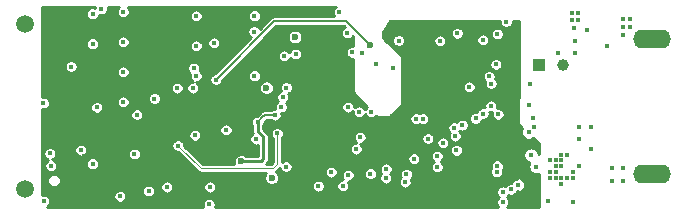
<source format=gbr>
G04 #@! TF.GenerationSoftware,KiCad,Pcbnew,(5.1.6)-1*
G04 #@! TF.CreationDate,2021-02-18T21:14:00+09:00*
G04 #@! TF.ProjectId,guardianCam_Wifi,67756172-6469-4616-9e43-616d5f576966,rev?*
G04 #@! TF.SameCoordinates,Original*
G04 #@! TF.FileFunction,Copper,L3,Inr*
G04 #@! TF.FilePolarity,Positive*
%FSLAX46Y46*%
G04 Gerber Fmt 4.6, Leading zero omitted, Abs format (unit mm)*
G04 Created by KiCad (PCBNEW (5.1.6)-1) date 2021-02-18 21:14:00*
%MOMM*%
%LPD*%
G01*
G04 APERTURE LIST*
G04 #@! TA.AperFunction,ViaPad*
%ADD10C,1.000000*%
G04 #@! TD*
G04 #@! TA.AperFunction,ViaPad*
%ADD11R,1.000000X1.000000*%
G04 #@! TD*
G04 #@! TA.AperFunction,ViaPad*
%ADD12O,3.200000X1.600000*%
G04 #@! TD*
G04 #@! TA.AperFunction,ViaPad*
%ADD13C,0.450000*%
G04 #@! TD*
G04 #@! TA.AperFunction,ViaPad*
%ADD14C,1.500000*%
G04 #@! TD*
G04 #@! TA.AperFunction,ViaPad*
%ADD15C,0.600000*%
G04 #@! TD*
G04 #@! TA.AperFunction,Conductor*
%ADD16C,0.200000*%
G04 #@! TD*
G04 #@! TA.AperFunction,Conductor*
%ADD17C,0.250000*%
G04 #@! TD*
G04 #@! TA.AperFunction,Conductor*
%ADD18C,0.100000*%
G04 #@! TD*
G04 #@! TA.AperFunction,Conductor*
%ADD19C,0.254000*%
G04 #@! TD*
G04 APERTURE END LIST*
D10*
X127950000Y-88770000D03*
D11*
X125930000Y-88740000D03*
D12*
X135460000Y-97950000D03*
X135460000Y-86550000D03*
D13*
X88450000Y-92340000D03*
X88100000Y-97110000D03*
D14*
X82400000Y-85250000D03*
X82400000Y-99250000D03*
D13*
X98030000Y-99080000D03*
X94400000Y-99080000D03*
X99400000Y-94250000D03*
X129300000Y-97330000D03*
X83940000Y-91970000D03*
X88100000Y-84410000D03*
X88100000Y-86950000D03*
X101810000Y-84580000D03*
X101810000Y-89660000D03*
X101930000Y-95020000D03*
X96880000Y-87140000D03*
X96880000Y-89680000D03*
X96770000Y-94700000D03*
X96880000Y-84600000D03*
X90700000Y-91870000D03*
X90700000Y-86790000D03*
X90700000Y-89330000D03*
X83950000Y-100280000D03*
X127300000Y-97830000D03*
X127800000Y-98330000D03*
X128800000Y-97830000D03*
X88845000Y-84005000D03*
X90700000Y-84250000D03*
X92840000Y-99420000D03*
D15*
X103280000Y-98310000D03*
D13*
X129320000Y-94030000D03*
X129300000Y-95020000D03*
X124080000Y-98900000D03*
X122310000Y-97830000D03*
X84580000Y-97280000D03*
X109740000Y-98070000D03*
X114015000Y-86680000D03*
X118990000Y-86070000D03*
X123140000Y-85080000D03*
X117290000Y-97380000D03*
X101770000Y-85920000D03*
X117510000Y-86700000D03*
X116070000Y-93300000D03*
X115480000Y-93300000D03*
X98550000Y-89990000D03*
D15*
X111590000Y-87050000D03*
D13*
X129220000Y-84370000D03*
X129220000Y-84980000D03*
X128680000Y-84370000D03*
X128910000Y-87720000D03*
X128910000Y-86750000D03*
X127550000Y-87710000D03*
X128680000Y-84970000D03*
X122364728Y-97282717D03*
X111630000Y-97950000D03*
X128778000Y-100330000D03*
X93160000Y-84210000D03*
X96900000Y-91760000D03*
X90700000Y-94410000D03*
X127300000Y-98330000D03*
X127300000Y-97330000D03*
X127300000Y-96830000D03*
X125690000Y-99770000D03*
X125860000Y-95560000D03*
X124990000Y-98790000D03*
X119020000Y-87140000D03*
X109300000Y-100010000D03*
X113960000Y-93730000D03*
X113970000Y-94260000D03*
X113410000Y-93710000D03*
X113420000Y-94260000D03*
X112900000Y-93710000D03*
X112890000Y-94260000D03*
X119740000Y-87150000D03*
X107420000Y-99980000D03*
X105127940Y-92889970D03*
X101320000Y-100240000D03*
D15*
X116150000Y-97510000D03*
X101780000Y-91940000D03*
D13*
X107320000Y-85540000D03*
X87340000Y-96470000D03*
D15*
X90740000Y-93000000D03*
D13*
X113045000Y-86680000D03*
X92990000Y-100710000D03*
X86100000Y-100420000D03*
X122396896Y-98373104D03*
X116374992Y-86700000D03*
X124110000Y-85080000D03*
X99080000Y-91800000D03*
X86110000Y-86550000D03*
X132970000Y-84870000D03*
X132970000Y-85530000D03*
X133600000Y-84870000D03*
X133610000Y-85530000D03*
X132970000Y-86170000D03*
X132055000Y-97460000D03*
X131620000Y-87120000D03*
X132040000Y-98580000D03*
X133020000Y-97460000D03*
X133020000Y-98590000D03*
X102070000Y-93590000D03*
X103550000Y-93000000D03*
D15*
X100680000Y-96910000D03*
X102820000Y-90690000D03*
X105240000Y-86380000D03*
D13*
X112070000Y-88690000D03*
X122240000Y-88700000D03*
X104490000Y-97360000D03*
X107220000Y-99010000D03*
X116490000Y-94980000D03*
X110760000Y-94870000D03*
X121150000Y-86630000D03*
X110680000Y-92720000D03*
X120000000Y-90600000D03*
X104090000Y-92290000D03*
X111700000Y-92720000D03*
X104200000Y-91470000D03*
X104510000Y-90660000D03*
X110900000Y-87720000D03*
X110070000Y-87680000D03*
X104330000Y-87970000D03*
X109680000Y-86040000D03*
X105290000Y-87830000D03*
X93340000Y-91590000D03*
X91840000Y-92960000D03*
X114680000Y-98010000D03*
X95258653Y-90708406D03*
X96580000Y-90710000D03*
X114565000Y-98670000D03*
X84480000Y-96240000D03*
X91650000Y-96270000D03*
X121670000Y-89710000D03*
X112950000Y-97550000D03*
X115310000Y-96690000D03*
X127800000Y-97330000D03*
X125070000Y-92140000D03*
X127800000Y-96830000D03*
X130290000Y-94020000D03*
X109280000Y-98980000D03*
X112920000Y-98330000D03*
X110410000Y-95870000D03*
X118910000Y-95980000D03*
X126680000Y-100260000D03*
X127800000Y-98830000D03*
X122820000Y-99490000D03*
X117760000Y-95340000D03*
X123520000Y-99280000D03*
X118790000Y-94770000D03*
X125220000Y-96370000D03*
X120530000Y-93280000D03*
X126800000Y-98330000D03*
X122430000Y-92925000D03*
X125030000Y-94440000D03*
X126800000Y-96830000D03*
X121830000Y-92220000D03*
X125490000Y-93990000D03*
X121850000Y-90330000D03*
X125350000Y-93260000D03*
X121160000Y-92870000D03*
X126800000Y-97830000D03*
X125640000Y-97350000D03*
X125110000Y-90370000D03*
X122380000Y-86110000D03*
X128300000Y-98330000D03*
X119410000Y-93850000D03*
X118700000Y-94060000D03*
X128800000Y-98330000D03*
X117270000Y-96460000D03*
X122830000Y-100350000D03*
X98370000Y-86880000D03*
X113520000Y-88980000D03*
X130260000Y-95870000D03*
X128860000Y-85620000D03*
X128300000Y-96330000D03*
X127800000Y-96330000D03*
X96660000Y-89020000D03*
X108990000Y-84280000D03*
X97970000Y-100540000D03*
X130000000Y-85750000D03*
X108315000Y-97830000D03*
X90420000Y-99870000D03*
X87100000Y-95950000D03*
X103740000Y-94540000D03*
X95330000Y-95574990D03*
X109720000Y-92310000D03*
X86290000Y-88880000D03*
D16*
X103480000Y-85060000D02*
X98550000Y-89990000D01*
X111545000Y-87005000D02*
X109600000Y-85060000D01*
X109600000Y-85060000D02*
X103480000Y-85060000D01*
X102070000Y-93590000D02*
X102470000Y-93190000D01*
X102660000Y-93000000D02*
X102470000Y-93190000D01*
X103550000Y-93000000D02*
X102660000Y-93000000D01*
D17*
X102570000Y-94820000D02*
X102070000Y-94320000D01*
X102070000Y-94320000D02*
X102070000Y-93590000D01*
X100680000Y-96910000D02*
X102400000Y-96910000D01*
X102570000Y-96740000D02*
X102570000Y-94820000D01*
X102400000Y-96910000D02*
X102570000Y-96740000D01*
D18*
X103740000Y-97150000D02*
X103390000Y-97500000D01*
X103390000Y-97500000D02*
X97255010Y-97500000D01*
X97255010Y-97500000D02*
X95330000Y-95574990D01*
X103740000Y-94540000D02*
X103740000Y-97150000D01*
D19*
G36*
X124500010Y-94059616D02*
G01*
X124452205Y-94131162D01*
X124403056Y-94249819D01*
X124378000Y-94375784D01*
X124378000Y-94504216D01*
X124403056Y-94630181D01*
X124452205Y-94748838D01*
X124523558Y-94855626D01*
X124614374Y-94946442D01*
X124721162Y-95017795D01*
X124839819Y-95066944D01*
X124965784Y-95092000D01*
X125094216Y-95092000D01*
X125220181Y-95066944D01*
X125338838Y-95017795D01*
X125410384Y-94969990D01*
X125863095Y-95422701D01*
X125864630Y-96268735D01*
X125846944Y-96179819D01*
X125797795Y-96061162D01*
X125726442Y-95954374D01*
X125635626Y-95863558D01*
X125528838Y-95792205D01*
X125410181Y-95743056D01*
X125284216Y-95718000D01*
X125155784Y-95718000D01*
X125029819Y-95743056D01*
X124911162Y-95792205D01*
X124804374Y-95863558D01*
X124713558Y-95954374D01*
X124642205Y-96061162D01*
X124593056Y-96179819D01*
X124568000Y-96305784D01*
X124568000Y-96434216D01*
X124593056Y-96560181D01*
X124642205Y-96678838D01*
X124713558Y-96785626D01*
X124804374Y-96876442D01*
X124911162Y-96947795D01*
X125029819Y-96996944D01*
X125084485Y-97007818D01*
X125062205Y-97041162D01*
X125013056Y-97159819D01*
X124988000Y-97285784D01*
X124988000Y-97414216D01*
X125013056Y-97540181D01*
X125062205Y-97658838D01*
X125133558Y-97765626D01*
X125224374Y-97856442D01*
X125331162Y-97927795D01*
X125449819Y-97976944D01*
X125575784Y-98002000D01*
X125704216Y-98002000D01*
X125830181Y-97976944D01*
X125867703Y-97961402D01*
X125872769Y-100753000D01*
X123344878Y-100753000D01*
X123407795Y-100658838D01*
X123456944Y-100540181D01*
X123482000Y-100414216D01*
X123482000Y-100285784D01*
X123456944Y-100159819D01*
X123407795Y-100041162D01*
X123336442Y-99934374D01*
X123317068Y-99915000D01*
X123326442Y-99905626D01*
X123326484Y-99905563D01*
X123329819Y-99906944D01*
X123455784Y-99932000D01*
X123584216Y-99932000D01*
X123710181Y-99906944D01*
X123828838Y-99857795D01*
X123935626Y-99786442D01*
X124026442Y-99695626D01*
X124097795Y-99588838D01*
X124113054Y-99552000D01*
X124144216Y-99552000D01*
X124270181Y-99526944D01*
X124388838Y-99477795D01*
X124495626Y-99406442D01*
X124586442Y-99315626D01*
X124657795Y-99208838D01*
X124706944Y-99090181D01*
X124732000Y-98964216D01*
X124732000Y-98835784D01*
X124706944Y-98709819D01*
X124657795Y-98591162D01*
X124586442Y-98484374D01*
X124495626Y-98393558D01*
X124388838Y-98322205D01*
X124270181Y-98273056D01*
X124144216Y-98248000D01*
X124015784Y-98248000D01*
X123889819Y-98273056D01*
X123771162Y-98322205D01*
X123664374Y-98393558D01*
X123573558Y-98484374D01*
X123502205Y-98591162D01*
X123486946Y-98628000D01*
X123455784Y-98628000D01*
X123329819Y-98653056D01*
X123211162Y-98702205D01*
X123104374Y-98773558D01*
X123013558Y-98864374D01*
X123013516Y-98864437D01*
X123010181Y-98863056D01*
X122884216Y-98838000D01*
X122784693Y-98838000D01*
X122784060Y-98278008D01*
X122816442Y-98245626D01*
X122887795Y-98138838D01*
X122936944Y-98020181D01*
X122962000Y-97894216D01*
X122962000Y-97765784D01*
X122936944Y-97639819D01*
X122926738Y-97615179D01*
X122942523Y-97591555D01*
X122991672Y-97472898D01*
X123016728Y-97346933D01*
X123016728Y-97218501D01*
X122991672Y-97092536D01*
X122942523Y-96973879D01*
X122871170Y-96867091D01*
X122782366Y-96778287D01*
X122778634Y-93476204D01*
X122845626Y-93431442D01*
X122936442Y-93340626D01*
X123007795Y-93233838D01*
X123056944Y-93115181D01*
X123082000Y-92989216D01*
X123082000Y-92860784D01*
X123056944Y-92734819D01*
X123007795Y-92616162D01*
X122936442Y-92509374D01*
X122845626Y-92418558D01*
X122777388Y-92372963D01*
X122777347Y-92336953D01*
X124500010Y-94059616D01*
G37*
X124500010Y-94059616D02*
X124452205Y-94131162D01*
X124403056Y-94249819D01*
X124378000Y-94375784D01*
X124378000Y-94504216D01*
X124403056Y-94630181D01*
X124452205Y-94748838D01*
X124523558Y-94855626D01*
X124614374Y-94946442D01*
X124721162Y-95017795D01*
X124839819Y-95066944D01*
X124965784Y-95092000D01*
X125094216Y-95092000D01*
X125220181Y-95066944D01*
X125338838Y-95017795D01*
X125410384Y-94969990D01*
X125863095Y-95422701D01*
X125864630Y-96268735D01*
X125846944Y-96179819D01*
X125797795Y-96061162D01*
X125726442Y-95954374D01*
X125635626Y-95863558D01*
X125528838Y-95792205D01*
X125410181Y-95743056D01*
X125284216Y-95718000D01*
X125155784Y-95718000D01*
X125029819Y-95743056D01*
X124911162Y-95792205D01*
X124804374Y-95863558D01*
X124713558Y-95954374D01*
X124642205Y-96061162D01*
X124593056Y-96179819D01*
X124568000Y-96305784D01*
X124568000Y-96434216D01*
X124593056Y-96560181D01*
X124642205Y-96678838D01*
X124713558Y-96785626D01*
X124804374Y-96876442D01*
X124911162Y-96947795D01*
X125029819Y-96996944D01*
X125084485Y-97007818D01*
X125062205Y-97041162D01*
X125013056Y-97159819D01*
X124988000Y-97285784D01*
X124988000Y-97414216D01*
X125013056Y-97540181D01*
X125062205Y-97658838D01*
X125133558Y-97765626D01*
X125224374Y-97856442D01*
X125331162Y-97927795D01*
X125449819Y-97976944D01*
X125575784Y-98002000D01*
X125704216Y-98002000D01*
X125830181Y-97976944D01*
X125867703Y-97961402D01*
X125872769Y-100753000D01*
X123344878Y-100753000D01*
X123407795Y-100658838D01*
X123456944Y-100540181D01*
X123482000Y-100414216D01*
X123482000Y-100285784D01*
X123456944Y-100159819D01*
X123407795Y-100041162D01*
X123336442Y-99934374D01*
X123317068Y-99915000D01*
X123326442Y-99905626D01*
X123326484Y-99905563D01*
X123329819Y-99906944D01*
X123455784Y-99932000D01*
X123584216Y-99932000D01*
X123710181Y-99906944D01*
X123828838Y-99857795D01*
X123935626Y-99786442D01*
X124026442Y-99695626D01*
X124097795Y-99588838D01*
X124113054Y-99552000D01*
X124144216Y-99552000D01*
X124270181Y-99526944D01*
X124388838Y-99477795D01*
X124495626Y-99406442D01*
X124586442Y-99315626D01*
X124657795Y-99208838D01*
X124706944Y-99090181D01*
X124732000Y-98964216D01*
X124732000Y-98835784D01*
X124706944Y-98709819D01*
X124657795Y-98591162D01*
X124586442Y-98484374D01*
X124495626Y-98393558D01*
X124388838Y-98322205D01*
X124270181Y-98273056D01*
X124144216Y-98248000D01*
X124015784Y-98248000D01*
X123889819Y-98273056D01*
X123771162Y-98322205D01*
X123664374Y-98393558D01*
X123573558Y-98484374D01*
X123502205Y-98591162D01*
X123486946Y-98628000D01*
X123455784Y-98628000D01*
X123329819Y-98653056D01*
X123211162Y-98702205D01*
X123104374Y-98773558D01*
X123013558Y-98864374D01*
X123013516Y-98864437D01*
X123010181Y-98863056D01*
X122884216Y-98838000D01*
X122784693Y-98838000D01*
X122784060Y-98278008D01*
X122816442Y-98245626D01*
X122887795Y-98138838D01*
X122936944Y-98020181D01*
X122962000Y-97894216D01*
X122962000Y-97765784D01*
X122936944Y-97639819D01*
X122926738Y-97615179D01*
X122942523Y-97591555D01*
X122991672Y-97472898D01*
X123016728Y-97346933D01*
X123016728Y-97218501D01*
X122991672Y-97092536D01*
X122942523Y-96973879D01*
X122871170Y-96867091D01*
X122782366Y-96778287D01*
X122778634Y-93476204D01*
X122845626Y-93431442D01*
X122936442Y-93340626D01*
X123007795Y-93233838D01*
X123056944Y-93115181D01*
X123082000Y-92989216D01*
X123082000Y-92860784D01*
X123056944Y-92734819D01*
X123007795Y-92616162D01*
X122936442Y-92509374D01*
X122845626Y-92418558D01*
X122777388Y-92372963D01*
X122777347Y-92336953D01*
X124500010Y-94059616D01*
G36*
X108638120Y-83851234D02*
G01*
X108561234Y-83928120D01*
X108500824Y-84018530D01*
X108459213Y-84118988D01*
X108438000Y-84225633D01*
X108438000Y-84334367D01*
X108459213Y-84441012D01*
X108500824Y-84541470D01*
X108561234Y-84631880D01*
X108562354Y-84633000D01*
X103500967Y-84633000D01*
X103480000Y-84630935D01*
X103459033Y-84633000D01*
X103459022Y-84633000D01*
X103396293Y-84639178D01*
X103315804Y-84663595D01*
X103301071Y-84671470D01*
X103241623Y-84703245D01*
X103192899Y-84743232D01*
X103192895Y-84743236D01*
X103176605Y-84756605D01*
X103163236Y-84772895D01*
X102264573Y-85671559D01*
X102259176Y-85658530D01*
X102198766Y-85568120D01*
X102121880Y-85491234D01*
X102031470Y-85430824D01*
X101931012Y-85389213D01*
X101824367Y-85368000D01*
X101715633Y-85368000D01*
X101608988Y-85389213D01*
X101508530Y-85430824D01*
X101418120Y-85491234D01*
X101341234Y-85568120D01*
X101280824Y-85658530D01*
X101239213Y-85758988D01*
X101218000Y-85865633D01*
X101218000Y-85974367D01*
X101239213Y-86081012D01*
X101280824Y-86181470D01*
X101341234Y-86271880D01*
X101418120Y-86348766D01*
X101508530Y-86409176D01*
X101521559Y-86414573D01*
X98498132Y-89438000D01*
X98495633Y-89438000D01*
X98388988Y-89459213D01*
X98288530Y-89500824D01*
X98198120Y-89561234D01*
X98121234Y-89638120D01*
X98060824Y-89728530D01*
X98019213Y-89828988D01*
X97998000Y-89935633D01*
X97998000Y-90044367D01*
X98019213Y-90151012D01*
X98060824Y-90251470D01*
X98121234Y-90341880D01*
X98198120Y-90418766D01*
X98288530Y-90479176D01*
X98388988Y-90520787D01*
X98495633Y-90542000D01*
X98604367Y-90542000D01*
X98711012Y-90520787D01*
X98811470Y-90479176D01*
X98901880Y-90418766D01*
X98978766Y-90341880D01*
X99039176Y-90251470D01*
X99080787Y-90151012D01*
X99102000Y-90044367D01*
X99102000Y-90041868D01*
X99538235Y-89605633D01*
X101258000Y-89605633D01*
X101258000Y-89714367D01*
X101279213Y-89821012D01*
X101320824Y-89921470D01*
X101381234Y-90011880D01*
X101458120Y-90088766D01*
X101548530Y-90149176D01*
X101648988Y-90190787D01*
X101755633Y-90212000D01*
X101864367Y-90212000D01*
X101971012Y-90190787D01*
X102071470Y-90149176D01*
X102161880Y-90088766D01*
X102238766Y-90011880D01*
X102299176Y-89921470D01*
X102340787Y-89821012D01*
X102362000Y-89714367D01*
X102362000Y-89605633D01*
X102340787Y-89498988D01*
X102299176Y-89398530D01*
X102238766Y-89308120D01*
X102161880Y-89231234D01*
X102071470Y-89170824D01*
X101971012Y-89129213D01*
X101864367Y-89108000D01*
X101755633Y-89108000D01*
X101648988Y-89129213D01*
X101548530Y-89170824D01*
X101458120Y-89231234D01*
X101381234Y-89308120D01*
X101320824Y-89398530D01*
X101279213Y-89498988D01*
X101258000Y-89605633D01*
X99538235Y-89605633D01*
X101228235Y-87915633D01*
X103778000Y-87915633D01*
X103778000Y-88024367D01*
X103799213Y-88131012D01*
X103840824Y-88231470D01*
X103901234Y-88321880D01*
X103978120Y-88398766D01*
X104068530Y-88459176D01*
X104168988Y-88500787D01*
X104275633Y-88522000D01*
X104384367Y-88522000D01*
X104491012Y-88500787D01*
X104591470Y-88459176D01*
X104681880Y-88398766D01*
X104758766Y-88321880D01*
X104819176Y-88231470D01*
X104847951Y-88162001D01*
X104861234Y-88181880D01*
X104938120Y-88258766D01*
X105028530Y-88319176D01*
X105128988Y-88360787D01*
X105235633Y-88382000D01*
X105344367Y-88382000D01*
X105451012Y-88360787D01*
X105551470Y-88319176D01*
X105641880Y-88258766D01*
X105718766Y-88181880D01*
X105779176Y-88091470D01*
X105820787Y-87991012D01*
X105842000Y-87884367D01*
X105842000Y-87775633D01*
X105820787Y-87668988D01*
X105779176Y-87568530D01*
X105718766Y-87478120D01*
X105641880Y-87401234D01*
X105551470Y-87340824D01*
X105451012Y-87299213D01*
X105344367Y-87278000D01*
X105235633Y-87278000D01*
X105128988Y-87299213D01*
X105028530Y-87340824D01*
X104938120Y-87401234D01*
X104861234Y-87478120D01*
X104800824Y-87568530D01*
X104772049Y-87637999D01*
X104758766Y-87618120D01*
X104681880Y-87541234D01*
X104591470Y-87480824D01*
X104491012Y-87439213D01*
X104384367Y-87418000D01*
X104275633Y-87418000D01*
X104168988Y-87439213D01*
X104068530Y-87480824D01*
X103978120Y-87541234D01*
X103901234Y-87618120D01*
X103840824Y-87708530D01*
X103799213Y-87808988D01*
X103778000Y-87915633D01*
X101228235Y-87915633D01*
X102825622Y-86318246D01*
X104613000Y-86318246D01*
X104613000Y-86441754D01*
X104637095Y-86562889D01*
X104684360Y-86676996D01*
X104752977Y-86779689D01*
X104840311Y-86867023D01*
X104943004Y-86935640D01*
X105057111Y-86982905D01*
X105178246Y-87007000D01*
X105301754Y-87007000D01*
X105422889Y-86982905D01*
X105536996Y-86935640D01*
X105639689Y-86867023D01*
X105727023Y-86779689D01*
X105795640Y-86676996D01*
X105842905Y-86562889D01*
X105867000Y-86441754D01*
X105867000Y-86318246D01*
X105842905Y-86197111D01*
X105795640Y-86083004D01*
X105727023Y-85980311D01*
X105639689Y-85892977D01*
X105536996Y-85824360D01*
X105422889Y-85777095D01*
X105301754Y-85753000D01*
X105178246Y-85753000D01*
X105057111Y-85777095D01*
X104943004Y-85824360D01*
X104840311Y-85892977D01*
X104752977Y-85980311D01*
X104684360Y-86083004D01*
X104637095Y-86197111D01*
X104613000Y-86318246D01*
X102825622Y-86318246D01*
X103656869Y-85487000D01*
X109423132Y-85487000D01*
X109466914Y-85530783D01*
X109418530Y-85550824D01*
X109328120Y-85611234D01*
X109251234Y-85688120D01*
X109190824Y-85778530D01*
X109149213Y-85878988D01*
X109128000Y-85985633D01*
X109128000Y-86094367D01*
X109149213Y-86201012D01*
X109190824Y-86301470D01*
X109251234Y-86391880D01*
X109328120Y-86468766D01*
X109418530Y-86529176D01*
X109518988Y-86570787D01*
X109625633Y-86592000D01*
X109734367Y-86592000D01*
X109841012Y-86570787D01*
X109941470Y-86529176D01*
X110031880Y-86468766D01*
X110108766Y-86391880D01*
X110146615Y-86335236D01*
X110147708Y-87132643D01*
X110124367Y-87128000D01*
X110015633Y-87128000D01*
X109908988Y-87149213D01*
X109808530Y-87190824D01*
X109718120Y-87251234D01*
X109641234Y-87328120D01*
X109580824Y-87418530D01*
X109539213Y-87518988D01*
X109518000Y-87625633D01*
X109518000Y-87734367D01*
X109539213Y-87841012D01*
X109580824Y-87941470D01*
X109641234Y-88031880D01*
X109718120Y-88108766D01*
X109808530Y-88169176D01*
X109908988Y-88210787D01*
X110015633Y-88232000D01*
X110124367Y-88232000D01*
X110149210Y-88227058D01*
X110153000Y-90990174D01*
X110155474Y-91014947D01*
X110162734Y-91038762D01*
X110174500Y-91060702D01*
X110189560Y-91079160D01*
X111199560Y-92103662D01*
X111200197Y-92104305D01*
X111371502Y-92275610D01*
X111348120Y-92291234D01*
X111271234Y-92368120D01*
X111210824Y-92458530D01*
X111190000Y-92508804D01*
X111169176Y-92458530D01*
X111108766Y-92368120D01*
X111031880Y-92291234D01*
X110941470Y-92230824D01*
X110841012Y-92189213D01*
X110734367Y-92168000D01*
X110625633Y-92168000D01*
X110518988Y-92189213D01*
X110418530Y-92230824D01*
X110328120Y-92291234D01*
X110272000Y-92347354D01*
X110272000Y-92255633D01*
X110250787Y-92148988D01*
X110209176Y-92048530D01*
X110148766Y-91958120D01*
X110071880Y-91881234D01*
X109981470Y-91820824D01*
X109881012Y-91779213D01*
X109774367Y-91758000D01*
X109665633Y-91758000D01*
X109558988Y-91779213D01*
X109458530Y-91820824D01*
X109368120Y-91881234D01*
X109291234Y-91958120D01*
X109230824Y-92048530D01*
X109189213Y-92148988D01*
X109168000Y-92255633D01*
X109168000Y-92364367D01*
X109189213Y-92471012D01*
X109230824Y-92571470D01*
X109291234Y-92661880D01*
X109368120Y-92738766D01*
X109458530Y-92799176D01*
X109558988Y-92840787D01*
X109665633Y-92862000D01*
X109774367Y-92862000D01*
X109881012Y-92840787D01*
X109981470Y-92799176D01*
X110071880Y-92738766D01*
X110128000Y-92682646D01*
X110128000Y-92774367D01*
X110149213Y-92881012D01*
X110190824Y-92981470D01*
X110251234Y-93071880D01*
X110328120Y-93148766D01*
X110418530Y-93209176D01*
X110518988Y-93250787D01*
X110625633Y-93272000D01*
X110734367Y-93272000D01*
X110841012Y-93250787D01*
X110941470Y-93209176D01*
X111031880Y-93148766D01*
X111108766Y-93071880D01*
X111169176Y-92981470D01*
X111190000Y-92931196D01*
X111210824Y-92981470D01*
X111271234Y-93071880D01*
X111348120Y-93148766D01*
X111438530Y-93209176D01*
X111538988Y-93250787D01*
X111645633Y-93272000D01*
X111754367Y-93272000D01*
X111861012Y-93250787D01*
X111873454Y-93245633D01*
X114928000Y-93245633D01*
X114928000Y-93354367D01*
X114949213Y-93461012D01*
X114990824Y-93561470D01*
X115051234Y-93651880D01*
X115128120Y-93728766D01*
X115218530Y-93789176D01*
X115318988Y-93830787D01*
X115425633Y-93852000D01*
X115534367Y-93852000D01*
X115641012Y-93830787D01*
X115741470Y-93789176D01*
X115775000Y-93766772D01*
X115808530Y-93789176D01*
X115908988Y-93830787D01*
X116015633Y-93852000D01*
X116124367Y-93852000D01*
X116231012Y-93830787D01*
X116331470Y-93789176D01*
X116421880Y-93728766D01*
X116498766Y-93651880D01*
X116559176Y-93561470D01*
X116600787Y-93461012D01*
X116622000Y-93354367D01*
X116622000Y-93245633D01*
X116618022Y-93225633D01*
X119978000Y-93225633D01*
X119978000Y-93334367D01*
X119999213Y-93441012D01*
X120040824Y-93541470D01*
X120101234Y-93631880D01*
X120178120Y-93708766D01*
X120268530Y-93769176D01*
X120368988Y-93810787D01*
X120475633Y-93832000D01*
X120584367Y-93832000D01*
X120691012Y-93810787D01*
X120791470Y-93769176D01*
X120881880Y-93708766D01*
X120958766Y-93631880D01*
X121019176Y-93541470D01*
X121060787Y-93441012D01*
X121066132Y-93414143D01*
X121105633Y-93422000D01*
X121214367Y-93422000D01*
X121321012Y-93400787D01*
X121421470Y-93359176D01*
X121511880Y-93298766D01*
X121588766Y-93221880D01*
X121649176Y-93131470D01*
X121690787Y-93031012D01*
X121712000Y-92924367D01*
X121712000Y-92815633D01*
X121700342Y-92757024D01*
X121775633Y-92772000D01*
X121884367Y-92772000D01*
X121898165Y-92769255D01*
X121878000Y-92870633D01*
X121878000Y-92979367D01*
X121899213Y-93086012D01*
X121940824Y-93186470D01*
X122001234Y-93276880D01*
X122078120Y-93353766D01*
X122168530Y-93414176D01*
X122268988Y-93455787D01*
X122375633Y-93477000D01*
X122484367Y-93477000D01*
X122591012Y-93455787D01*
X122691470Y-93414176D01*
X122781880Y-93353766D01*
X122858766Y-93276880D01*
X122919176Y-93186470D01*
X122960787Y-93086012D01*
X122982000Y-92979367D01*
X122982000Y-92870633D01*
X122960787Y-92763988D01*
X122919176Y-92663530D01*
X122858766Y-92573120D01*
X122781880Y-92496234D01*
X122691470Y-92435824D01*
X122591012Y-92394213D01*
X122484367Y-92373000D01*
X122375633Y-92373000D01*
X122361835Y-92375745D01*
X122382000Y-92274367D01*
X122382000Y-92165633D01*
X122360787Y-92058988D01*
X122319176Y-91958530D01*
X122258766Y-91868120D01*
X122181880Y-91791234D01*
X122091470Y-91730824D01*
X121991012Y-91689213D01*
X121884367Y-91668000D01*
X121775633Y-91668000D01*
X121668988Y-91689213D01*
X121568530Y-91730824D01*
X121478120Y-91791234D01*
X121401234Y-91868120D01*
X121340824Y-91958530D01*
X121299213Y-92058988D01*
X121278000Y-92165633D01*
X121278000Y-92274367D01*
X121289658Y-92332976D01*
X121214367Y-92318000D01*
X121105633Y-92318000D01*
X120998988Y-92339213D01*
X120898530Y-92380824D01*
X120808120Y-92441234D01*
X120731234Y-92518120D01*
X120670824Y-92608530D01*
X120629213Y-92708988D01*
X120623868Y-92735857D01*
X120584367Y-92728000D01*
X120475633Y-92728000D01*
X120368988Y-92749213D01*
X120268530Y-92790824D01*
X120178120Y-92851234D01*
X120101234Y-92928120D01*
X120040824Y-93018530D01*
X119999213Y-93118988D01*
X119978000Y-93225633D01*
X116618022Y-93225633D01*
X116600787Y-93138988D01*
X116559176Y-93038530D01*
X116498766Y-92948120D01*
X116421880Y-92871234D01*
X116331470Y-92810824D01*
X116231012Y-92769213D01*
X116124367Y-92748000D01*
X116015633Y-92748000D01*
X115908988Y-92769213D01*
X115808530Y-92810824D01*
X115775000Y-92833228D01*
X115741470Y-92810824D01*
X115641012Y-92769213D01*
X115534367Y-92748000D01*
X115425633Y-92748000D01*
X115318988Y-92769213D01*
X115218530Y-92810824D01*
X115128120Y-92871234D01*
X115051234Y-92948120D01*
X114990824Y-93038530D01*
X114949213Y-93138988D01*
X114928000Y-93245633D01*
X111873454Y-93245633D01*
X111961470Y-93209176D01*
X112051880Y-93148766D01*
X112128766Y-93071880D01*
X112144390Y-93048498D01*
X112200197Y-93104305D01*
X112219443Y-93120099D01*
X112241399Y-93131835D01*
X112265224Y-93139062D01*
X112290000Y-93141502D01*
X113190000Y-93141502D01*
X113214776Y-93139062D01*
X113238601Y-93131835D01*
X113260557Y-93120099D01*
X113279803Y-93104305D01*
X114279803Y-92104305D01*
X114295597Y-92085059D01*
X114307333Y-92063103D01*
X114314560Y-92039278D01*
X114317000Y-92014502D01*
X114317000Y-90545633D01*
X119448000Y-90545633D01*
X119448000Y-90654367D01*
X119469213Y-90761012D01*
X119510824Y-90861470D01*
X119571234Y-90951880D01*
X119648120Y-91028766D01*
X119738530Y-91089176D01*
X119838988Y-91130787D01*
X119945633Y-91152000D01*
X120054367Y-91152000D01*
X120161012Y-91130787D01*
X120261470Y-91089176D01*
X120351880Y-91028766D01*
X120428766Y-90951880D01*
X120489176Y-90861470D01*
X120530787Y-90761012D01*
X120552000Y-90654367D01*
X120552000Y-90545633D01*
X120530787Y-90438988D01*
X120489176Y-90338530D01*
X120428766Y-90248120D01*
X120351880Y-90171234D01*
X120261470Y-90110824D01*
X120161012Y-90069213D01*
X120054367Y-90048000D01*
X119945633Y-90048000D01*
X119838988Y-90069213D01*
X119738530Y-90110824D01*
X119648120Y-90171234D01*
X119571234Y-90248120D01*
X119510824Y-90338530D01*
X119469213Y-90438988D01*
X119448000Y-90545633D01*
X114317000Y-90545633D01*
X114317000Y-89655633D01*
X121118000Y-89655633D01*
X121118000Y-89764367D01*
X121139213Y-89871012D01*
X121180824Y-89971470D01*
X121241234Y-90061880D01*
X121318120Y-90138766D01*
X121328781Y-90145889D01*
X121319213Y-90168988D01*
X121298000Y-90275633D01*
X121298000Y-90384367D01*
X121319213Y-90491012D01*
X121360824Y-90591470D01*
X121421234Y-90681880D01*
X121498120Y-90758766D01*
X121588530Y-90819176D01*
X121688988Y-90860787D01*
X121795633Y-90882000D01*
X121904367Y-90882000D01*
X122011012Y-90860787D01*
X122111470Y-90819176D01*
X122201880Y-90758766D01*
X122278766Y-90681880D01*
X122339176Y-90591470D01*
X122380787Y-90491012D01*
X122402000Y-90384367D01*
X122402000Y-90275633D01*
X122380787Y-90168988D01*
X122339176Y-90068530D01*
X122278766Y-89978120D01*
X122201880Y-89901234D01*
X122191219Y-89894111D01*
X122200787Y-89871012D01*
X122222000Y-89764367D01*
X122222000Y-89655633D01*
X122200787Y-89548988D01*
X122159176Y-89448530D01*
X122098766Y-89358120D01*
X122021880Y-89281234D01*
X121931470Y-89220824D01*
X121831012Y-89179213D01*
X121724367Y-89158000D01*
X121615633Y-89158000D01*
X121508988Y-89179213D01*
X121408530Y-89220824D01*
X121318120Y-89281234D01*
X121241234Y-89358120D01*
X121180824Y-89448530D01*
X121139213Y-89548988D01*
X121118000Y-89655633D01*
X114317000Y-89655633D01*
X114317000Y-88645633D01*
X121688000Y-88645633D01*
X121688000Y-88754367D01*
X121709213Y-88861012D01*
X121750824Y-88961470D01*
X121811234Y-89051880D01*
X121888120Y-89128766D01*
X121978530Y-89189176D01*
X122078988Y-89230787D01*
X122185633Y-89252000D01*
X122294367Y-89252000D01*
X122401012Y-89230787D01*
X122501470Y-89189176D01*
X122591880Y-89128766D01*
X122668766Y-89051880D01*
X122729176Y-88961470D01*
X122770787Y-88861012D01*
X122792000Y-88754367D01*
X122792000Y-88645633D01*
X122770787Y-88538988D01*
X122729176Y-88438530D01*
X122668766Y-88348120D01*
X122591880Y-88271234D01*
X122501470Y-88210824D01*
X122401012Y-88169213D01*
X122294367Y-88148000D01*
X122185633Y-88148000D01*
X122078988Y-88169213D01*
X121978530Y-88210824D01*
X121888120Y-88271234D01*
X121811234Y-88348120D01*
X121750824Y-88438530D01*
X121709213Y-88538988D01*
X121688000Y-88645633D01*
X114317000Y-88645633D01*
X114317000Y-88114502D01*
X114314560Y-88089726D01*
X114307333Y-88065901D01*
X114295597Y-88043945D01*
X114279803Y-88024699D01*
X112880737Y-86625633D01*
X113463000Y-86625633D01*
X113463000Y-86734367D01*
X113484213Y-86841012D01*
X113525824Y-86941470D01*
X113586234Y-87031880D01*
X113663120Y-87108766D01*
X113753530Y-87169176D01*
X113853988Y-87210787D01*
X113960633Y-87232000D01*
X114069367Y-87232000D01*
X114176012Y-87210787D01*
X114276470Y-87169176D01*
X114366880Y-87108766D01*
X114443766Y-87031880D01*
X114504176Y-86941470D01*
X114545787Y-86841012D01*
X114567000Y-86734367D01*
X114567000Y-86645633D01*
X116958000Y-86645633D01*
X116958000Y-86754367D01*
X116979213Y-86861012D01*
X117020824Y-86961470D01*
X117081234Y-87051880D01*
X117158120Y-87128766D01*
X117248530Y-87189176D01*
X117348988Y-87230787D01*
X117455633Y-87252000D01*
X117564367Y-87252000D01*
X117671012Y-87230787D01*
X117771470Y-87189176D01*
X117861880Y-87128766D01*
X117938766Y-87051880D01*
X117999176Y-86961470D01*
X118040787Y-86861012D01*
X118062000Y-86754367D01*
X118062000Y-86645633D01*
X118040787Y-86538988D01*
X117999176Y-86438530D01*
X117938766Y-86348120D01*
X117861880Y-86271234D01*
X117771470Y-86210824D01*
X117671012Y-86169213D01*
X117564367Y-86148000D01*
X117455633Y-86148000D01*
X117348988Y-86169213D01*
X117248530Y-86210824D01*
X117158120Y-86271234D01*
X117081234Y-86348120D01*
X117020824Y-86438530D01*
X116979213Y-86538988D01*
X116958000Y-86645633D01*
X114567000Y-86645633D01*
X114567000Y-86625633D01*
X114545787Y-86518988D01*
X114504176Y-86418530D01*
X114443766Y-86328120D01*
X114366880Y-86251234D01*
X114276470Y-86190824D01*
X114176012Y-86149213D01*
X114069367Y-86128000D01*
X113960633Y-86128000D01*
X113853988Y-86149213D01*
X113753530Y-86190824D01*
X113663120Y-86251234D01*
X113586234Y-86328120D01*
X113525824Y-86418530D01*
X113484213Y-86518988D01*
X113463000Y-86625633D01*
X112880737Y-86625633D01*
X112677000Y-86421896D01*
X112677000Y-86015633D01*
X118438000Y-86015633D01*
X118438000Y-86124367D01*
X118459213Y-86231012D01*
X118500824Y-86331470D01*
X118561234Y-86421880D01*
X118638120Y-86498766D01*
X118728530Y-86559176D01*
X118828988Y-86600787D01*
X118935633Y-86622000D01*
X119044367Y-86622000D01*
X119151012Y-86600787D01*
X119211739Y-86575633D01*
X120598000Y-86575633D01*
X120598000Y-86684367D01*
X120619213Y-86791012D01*
X120660824Y-86891470D01*
X120721234Y-86981880D01*
X120798120Y-87058766D01*
X120888530Y-87119176D01*
X120988988Y-87160787D01*
X121095633Y-87182000D01*
X121204367Y-87182000D01*
X121311012Y-87160787D01*
X121411470Y-87119176D01*
X121501880Y-87058766D01*
X121578766Y-86981880D01*
X121639176Y-86891470D01*
X121680787Y-86791012D01*
X121702000Y-86684367D01*
X121702000Y-86575633D01*
X121680787Y-86468988D01*
X121639176Y-86368530D01*
X121578766Y-86278120D01*
X121501880Y-86201234D01*
X121411470Y-86140824D01*
X121311012Y-86099213D01*
X121204367Y-86078000D01*
X121095633Y-86078000D01*
X120988988Y-86099213D01*
X120888530Y-86140824D01*
X120798120Y-86201234D01*
X120721234Y-86278120D01*
X120660824Y-86368530D01*
X120619213Y-86468988D01*
X120598000Y-86575633D01*
X119211739Y-86575633D01*
X119251470Y-86559176D01*
X119341880Y-86498766D01*
X119418766Y-86421880D01*
X119479176Y-86331470D01*
X119520787Y-86231012D01*
X119542000Y-86124367D01*
X119542000Y-86055633D01*
X121828000Y-86055633D01*
X121828000Y-86164367D01*
X121849213Y-86271012D01*
X121890824Y-86371470D01*
X121951234Y-86461880D01*
X122028120Y-86538766D01*
X122118530Y-86599176D01*
X122218988Y-86640787D01*
X122325633Y-86662000D01*
X122434367Y-86662000D01*
X122541012Y-86640787D01*
X122641470Y-86599176D01*
X122731880Y-86538766D01*
X122808766Y-86461880D01*
X122869176Y-86371470D01*
X122910787Y-86271012D01*
X122932000Y-86164367D01*
X122932000Y-86055633D01*
X122910787Y-85948988D01*
X122869176Y-85848530D01*
X122808766Y-85758120D01*
X122731880Y-85681234D01*
X122641470Y-85620824D01*
X122541012Y-85579213D01*
X122434367Y-85558000D01*
X122325633Y-85558000D01*
X122218988Y-85579213D01*
X122118530Y-85620824D01*
X122028120Y-85681234D01*
X121951234Y-85758120D01*
X121890824Y-85848530D01*
X121849213Y-85948988D01*
X121828000Y-86055633D01*
X119542000Y-86055633D01*
X119542000Y-86015633D01*
X119520787Y-85908988D01*
X119479176Y-85808530D01*
X119418766Y-85718120D01*
X119341880Y-85641234D01*
X119251470Y-85580824D01*
X119151012Y-85539213D01*
X119044367Y-85518000D01*
X118935633Y-85518000D01*
X118828988Y-85539213D01*
X118728530Y-85580824D01*
X118638120Y-85641234D01*
X118561234Y-85718120D01*
X118500824Y-85808530D01*
X118459213Y-85908988D01*
X118438000Y-86015633D01*
X112677000Y-86015633D01*
X112677000Y-85940910D01*
X113260487Y-85006874D01*
X122595074Y-84990070D01*
X122588000Y-85025633D01*
X122588000Y-85134367D01*
X122609213Y-85241012D01*
X122650824Y-85341470D01*
X122711234Y-85431880D01*
X122788120Y-85508766D01*
X122878530Y-85569176D01*
X122978988Y-85610787D01*
X123085633Y-85632000D01*
X123194367Y-85632000D01*
X123301012Y-85610787D01*
X123401470Y-85569176D01*
X123491880Y-85508766D01*
X123568766Y-85431880D01*
X123629176Y-85341470D01*
X123670787Y-85241012D01*
X123692000Y-85134367D01*
X123692000Y-85025633D01*
X123684536Y-84988108D01*
X124172522Y-84987230D01*
X124122419Y-98348000D01*
X124025633Y-98348000D01*
X123918988Y-98369213D01*
X123818530Y-98410824D01*
X123728120Y-98471234D01*
X123651234Y-98548120D01*
X123590824Y-98638530D01*
X123553764Y-98728000D01*
X123465633Y-98728000D01*
X123358988Y-98749213D01*
X123258530Y-98790824D01*
X123168120Y-98851234D01*
X123091234Y-98928120D01*
X123051069Y-98988231D01*
X122981012Y-98959213D01*
X122874367Y-98938000D01*
X122765633Y-98938000D01*
X122658988Y-98959213D01*
X122558530Y-99000824D01*
X122468120Y-99061234D01*
X122391234Y-99138120D01*
X122330824Y-99228530D01*
X122289213Y-99328988D01*
X122268000Y-99435633D01*
X122268000Y-99544367D01*
X122289213Y-99651012D01*
X122330824Y-99751470D01*
X122391234Y-99841880D01*
X122468120Y-99918766D01*
X122475594Y-99923760D01*
X122401234Y-99998120D01*
X122340824Y-100088530D01*
X122299213Y-100188988D01*
X122278000Y-100295633D01*
X122278000Y-100404367D01*
X122299213Y-100511012D01*
X122340824Y-100611470D01*
X122401234Y-100701880D01*
X122433244Y-100733890D01*
X98482279Y-100745694D01*
X98500787Y-100701012D01*
X98522000Y-100594367D01*
X98522000Y-100485633D01*
X98500787Y-100378988D01*
X98459176Y-100278530D01*
X98398766Y-100188120D01*
X98321880Y-100111234D01*
X98231470Y-100050824D01*
X98131012Y-100009213D01*
X98024367Y-99988000D01*
X97915633Y-99988000D01*
X97808988Y-100009213D01*
X97708530Y-100050824D01*
X97618120Y-100111234D01*
X97541234Y-100188120D01*
X97480824Y-100278530D01*
X97439213Y-100378988D01*
X97418000Y-100485633D01*
X97418000Y-100594367D01*
X97439213Y-100701012D01*
X97457930Y-100746199D01*
X84236105Y-100752716D01*
X84301880Y-100708766D01*
X84378766Y-100631880D01*
X84439176Y-100541470D01*
X84480787Y-100441012D01*
X84502000Y-100334367D01*
X84502000Y-100225633D01*
X84480787Y-100118988D01*
X84439176Y-100018530D01*
X84378766Y-99928120D01*
X84301880Y-99851234D01*
X84248600Y-99815633D01*
X89868000Y-99815633D01*
X89868000Y-99924367D01*
X89889213Y-100031012D01*
X89930824Y-100131470D01*
X89991234Y-100221880D01*
X90068120Y-100298766D01*
X90158530Y-100359176D01*
X90258988Y-100400787D01*
X90365633Y-100422000D01*
X90474367Y-100422000D01*
X90581012Y-100400787D01*
X90681470Y-100359176D01*
X90771880Y-100298766D01*
X90848766Y-100221880D01*
X90909176Y-100131470D01*
X90950787Y-100031012D01*
X90972000Y-99924367D01*
X90972000Y-99815633D01*
X90950787Y-99708988D01*
X90909176Y-99608530D01*
X90848766Y-99518120D01*
X90771880Y-99441234D01*
X90681470Y-99380824D01*
X90644796Y-99365633D01*
X92288000Y-99365633D01*
X92288000Y-99474367D01*
X92309213Y-99581012D01*
X92350824Y-99681470D01*
X92411234Y-99771880D01*
X92488120Y-99848766D01*
X92578530Y-99909176D01*
X92678988Y-99950787D01*
X92785633Y-99972000D01*
X92894367Y-99972000D01*
X93001012Y-99950787D01*
X93101470Y-99909176D01*
X93191880Y-99848766D01*
X93268766Y-99771880D01*
X93329176Y-99681470D01*
X93370787Y-99581012D01*
X93392000Y-99474367D01*
X93392000Y-99365633D01*
X93370787Y-99258988D01*
X93329176Y-99158530D01*
X93268766Y-99068120D01*
X93226279Y-99025633D01*
X93848000Y-99025633D01*
X93848000Y-99134367D01*
X93869213Y-99241012D01*
X93910824Y-99341470D01*
X93971234Y-99431880D01*
X94048120Y-99508766D01*
X94138530Y-99569176D01*
X94238988Y-99610787D01*
X94345633Y-99632000D01*
X94454367Y-99632000D01*
X94561012Y-99610787D01*
X94661470Y-99569176D01*
X94751880Y-99508766D01*
X94828766Y-99431880D01*
X94889176Y-99341470D01*
X94930787Y-99241012D01*
X94952000Y-99134367D01*
X94952000Y-99025633D01*
X97478000Y-99025633D01*
X97478000Y-99134367D01*
X97499213Y-99241012D01*
X97540824Y-99341470D01*
X97601234Y-99431880D01*
X97678120Y-99508766D01*
X97768530Y-99569176D01*
X97868988Y-99610787D01*
X97975633Y-99632000D01*
X98084367Y-99632000D01*
X98191012Y-99610787D01*
X98291470Y-99569176D01*
X98381880Y-99508766D01*
X98458766Y-99431880D01*
X98519176Y-99341470D01*
X98560787Y-99241012D01*
X98582000Y-99134367D01*
X98582000Y-99025633D01*
X98568077Y-98955633D01*
X106668000Y-98955633D01*
X106668000Y-99064367D01*
X106689213Y-99171012D01*
X106730824Y-99271470D01*
X106791234Y-99361880D01*
X106868120Y-99438766D01*
X106958530Y-99499176D01*
X107058988Y-99540787D01*
X107165633Y-99562000D01*
X107274367Y-99562000D01*
X107381012Y-99540787D01*
X107481470Y-99499176D01*
X107571880Y-99438766D01*
X107648766Y-99361880D01*
X107709176Y-99271470D01*
X107750787Y-99171012D01*
X107772000Y-99064367D01*
X107772000Y-98955633D01*
X107766033Y-98925633D01*
X108728000Y-98925633D01*
X108728000Y-99034367D01*
X108749213Y-99141012D01*
X108790824Y-99241470D01*
X108851234Y-99331880D01*
X108928120Y-99408766D01*
X109018530Y-99469176D01*
X109118988Y-99510787D01*
X109225633Y-99532000D01*
X109334367Y-99532000D01*
X109441012Y-99510787D01*
X109541470Y-99469176D01*
X109631880Y-99408766D01*
X109708766Y-99331880D01*
X109769176Y-99241470D01*
X109810787Y-99141012D01*
X109832000Y-99034367D01*
X109832000Y-98925633D01*
X109810787Y-98818988D01*
X109769176Y-98718530D01*
X109708766Y-98628120D01*
X109702646Y-98622000D01*
X109794367Y-98622000D01*
X109901012Y-98600787D01*
X110001470Y-98559176D01*
X110091880Y-98498766D01*
X110168766Y-98421880D01*
X110229176Y-98331470D01*
X110270787Y-98231012D01*
X110292000Y-98124367D01*
X110292000Y-98015633D01*
X110270787Y-97908988D01*
X110265256Y-97895633D01*
X111078000Y-97895633D01*
X111078000Y-98004367D01*
X111099213Y-98111012D01*
X111140824Y-98211470D01*
X111201234Y-98301880D01*
X111278120Y-98378766D01*
X111368530Y-98439176D01*
X111468988Y-98480787D01*
X111575633Y-98502000D01*
X111684367Y-98502000D01*
X111791012Y-98480787D01*
X111891470Y-98439176D01*
X111981880Y-98378766D01*
X112058766Y-98301880D01*
X112076303Y-98275633D01*
X112368000Y-98275633D01*
X112368000Y-98384367D01*
X112389213Y-98491012D01*
X112430824Y-98591470D01*
X112491234Y-98681880D01*
X112568120Y-98758766D01*
X112658530Y-98819176D01*
X112758988Y-98860787D01*
X112865633Y-98882000D01*
X112974367Y-98882000D01*
X113081012Y-98860787D01*
X113181470Y-98819176D01*
X113271880Y-98758766D01*
X113348766Y-98681880D01*
X113393030Y-98615633D01*
X114013000Y-98615633D01*
X114013000Y-98724367D01*
X114034213Y-98831012D01*
X114075824Y-98931470D01*
X114136234Y-99021880D01*
X114213120Y-99098766D01*
X114303530Y-99159176D01*
X114403988Y-99200787D01*
X114510633Y-99222000D01*
X114619367Y-99222000D01*
X114726012Y-99200787D01*
X114826470Y-99159176D01*
X114916880Y-99098766D01*
X114993766Y-99021880D01*
X115054176Y-98931470D01*
X115095787Y-98831012D01*
X115117000Y-98724367D01*
X115117000Y-98615633D01*
X115095787Y-98508988D01*
X115056502Y-98414144D01*
X115108766Y-98361880D01*
X115169176Y-98271470D01*
X115210787Y-98171012D01*
X115232000Y-98064367D01*
X115232000Y-97955633D01*
X115210787Y-97848988D01*
X115169176Y-97748530D01*
X115108766Y-97658120D01*
X115031880Y-97581234D01*
X114941470Y-97520824D01*
X114841012Y-97479213D01*
X114734367Y-97458000D01*
X114625633Y-97458000D01*
X114518988Y-97479213D01*
X114418530Y-97520824D01*
X114328120Y-97581234D01*
X114251234Y-97658120D01*
X114190824Y-97748530D01*
X114149213Y-97848988D01*
X114128000Y-97955633D01*
X114128000Y-98064367D01*
X114149213Y-98171012D01*
X114188498Y-98265856D01*
X114136234Y-98318120D01*
X114075824Y-98408530D01*
X114034213Y-98508988D01*
X114013000Y-98615633D01*
X113393030Y-98615633D01*
X113409176Y-98591470D01*
X113450787Y-98491012D01*
X113472000Y-98384367D01*
X113472000Y-98275633D01*
X113450787Y-98168988D01*
X113409176Y-98068530D01*
X113348766Y-97978120D01*
X113325646Y-97955000D01*
X113378766Y-97901880D01*
X113439176Y-97811470D01*
X113480787Y-97711012D01*
X113502000Y-97604367D01*
X113502000Y-97495633D01*
X113480787Y-97388988D01*
X113439176Y-97288530D01*
X113378766Y-97198120D01*
X113301880Y-97121234D01*
X113211470Y-97060824D01*
X113111012Y-97019213D01*
X113004367Y-96998000D01*
X112895633Y-96998000D01*
X112788988Y-97019213D01*
X112688530Y-97060824D01*
X112598120Y-97121234D01*
X112521234Y-97198120D01*
X112460824Y-97288530D01*
X112419213Y-97388988D01*
X112398000Y-97495633D01*
X112398000Y-97604367D01*
X112419213Y-97711012D01*
X112460824Y-97811470D01*
X112521234Y-97901880D01*
X112544354Y-97925000D01*
X112491234Y-97978120D01*
X112430824Y-98068530D01*
X112389213Y-98168988D01*
X112368000Y-98275633D01*
X112076303Y-98275633D01*
X112119176Y-98211470D01*
X112160787Y-98111012D01*
X112182000Y-98004367D01*
X112182000Y-97895633D01*
X112160787Y-97788988D01*
X112119176Y-97688530D01*
X112058766Y-97598120D01*
X111981880Y-97521234D01*
X111891470Y-97460824D01*
X111791012Y-97419213D01*
X111684367Y-97398000D01*
X111575633Y-97398000D01*
X111468988Y-97419213D01*
X111368530Y-97460824D01*
X111278120Y-97521234D01*
X111201234Y-97598120D01*
X111140824Y-97688530D01*
X111099213Y-97788988D01*
X111078000Y-97895633D01*
X110265256Y-97895633D01*
X110229176Y-97808530D01*
X110168766Y-97718120D01*
X110091880Y-97641234D01*
X110001470Y-97580824D01*
X109901012Y-97539213D01*
X109794367Y-97518000D01*
X109685633Y-97518000D01*
X109578988Y-97539213D01*
X109478530Y-97580824D01*
X109388120Y-97641234D01*
X109311234Y-97718120D01*
X109250824Y-97808530D01*
X109209213Y-97908988D01*
X109188000Y-98015633D01*
X109188000Y-98124367D01*
X109209213Y-98231012D01*
X109250824Y-98331470D01*
X109311234Y-98421880D01*
X109317354Y-98428000D01*
X109225633Y-98428000D01*
X109118988Y-98449213D01*
X109018530Y-98490824D01*
X108928120Y-98551234D01*
X108851234Y-98628120D01*
X108790824Y-98718530D01*
X108749213Y-98818988D01*
X108728000Y-98925633D01*
X107766033Y-98925633D01*
X107750787Y-98848988D01*
X107709176Y-98748530D01*
X107648766Y-98658120D01*
X107571880Y-98581234D01*
X107481470Y-98520824D01*
X107381012Y-98479213D01*
X107274367Y-98458000D01*
X107165633Y-98458000D01*
X107058988Y-98479213D01*
X106958530Y-98520824D01*
X106868120Y-98581234D01*
X106791234Y-98658120D01*
X106730824Y-98748530D01*
X106689213Y-98848988D01*
X106668000Y-98955633D01*
X98568077Y-98955633D01*
X98560787Y-98918988D01*
X98519176Y-98818530D01*
X98458766Y-98728120D01*
X98381880Y-98651234D01*
X98291470Y-98590824D01*
X98191012Y-98549213D01*
X98084367Y-98528000D01*
X97975633Y-98528000D01*
X97868988Y-98549213D01*
X97768530Y-98590824D01*
X97678120Y-98651234D01*
X97601234Y-98728120D01*
X97540824Y-98818530D01*
X97499213Y-98918988D01*
X97478000Y-99025633D01*
X94952000Y-99025633D01*
X94930787Y-98918988D01*
X94889176Y-98818530D01*
X94828766Y-98728120D01*
X94751880Y-98651234D01*
X94661470Y-98590824D01*
X94561012Y-98549213D01*
X94454367Y-98528000D01*
X94345633Y-98528000D01*
X94238988Y-98549213D01*
X94138530Y-98590824D01*
X94048120Y-98651234D01*
X93971234Y-98728120D01*
X93910824Y-98818530D01*
X93869213Y-98918988D01*
X93848000Y-99025633D01*
X93226279Y-99025633D01*
X93191880Y-98991234D01*
X93101470Y-98930824D01*
X93001012Y-98889213D01*
X92894367Y-98868000D01*
X92785633Y-98868000D01*
X92678988Y-98889213D01*
X92578530Y-98930824D01*
X92488120Y-98991234D01*
X92411234Y-99068120D01*
X92350824Y-99158530D01*
X92309213Y-99258988D01*
X92288000Y-99365633D01*
X90644796Y-99365633D01*
X90581012Y-99339213D01*
X90474367Y-99318000D01*
X90365633Y-99318000D01*
X90258988Y-99339213D01*
X90158530Y-99380824D01*
X90068120Y-99441234D01*
X89991234Y-99518120D01*
X89930824Y-99608530D01*
X89889213Y-99708988D01*
X89868000Y-99815633D01*
X84248600Y-99815633D01*
X84211470Y-99790824D01*
X84111012Y-99749213D01*
X84004367Y-99728000D01*
X83895633Y-99728000D01*
X83788988Y-99749213D01*
X83788316Y-99749491D01*
X83789802Y-98473170D01*
X84263000Y-98473170D01*
X84263000Y-98586830D01*
X84285174Y-98698305D01*
X84328669Y-98803312D01*
X84391815Y-98897816D01*
X84472184Y-98978185D01*
X84566688Y-99041331D01*
X84671695Y-99084826D01*
X84783170Y-99107000D01*
X84896830Y-99107000D01*
X85008305Y-99084826D01*
X85113312Y-99041331D01*
X85207816Y-98978185D01*
X85288185Y-98897816D01*
X85351331Y-98803312D01*
X85394826Y-98698305D01*
X85417000Y-98586830D01*
X85417000Y-98473170D01*
X85394826Y-98361695D01*
X85351331Y-98256688D01*
X85288185Y-98162184D01*
X85207816Y-98081815D01*
X85113312Y-98018669D01*
X85008305Y-97975174D01*
X84896830Y-97953000D01*
X84783170Y-97953000D01*
X84671695Y-97975174D01*
X84566688Y-98018669D01*
X84472184Y-98081815D01*
X84391815Y-98162184D01*
X84328669Y-98256688D01*
X84285174Y-98361695D01*
X84263000Y-98473170D01*
X83789802Y-98473170D01*
X83792466Y-96185633D01*
X83928000Y-96185633D01*
X83928000Y-96294367D01*
X83949213Y-96401012D01*
X83990824Y-96501470D01*
X84051234Y-96591880D01*
X84128120Y-96668766D01*
X84218530Y-96729176D01*
X84318988Y-96770787D01*
X84351359Y-96777226D01*
X84318530Y-96790824D01*
X84228120Y-96851234D01*
X84151234Y-96928120D01*
X84090824Y-97018530D01*
X84049213Y-97118988D01*
X84028000Y-97225633D01*
X84028000Y-97334367D01*
X84049213Y-97441012D01*
X84090824Y-97541470D01*
X84151234Y-97631880D01*
X84228120Y-97708766D01*
X84318530Y-97769176D01*
X84418988Y-97810787D01*
X84525633Y-97832000D01*
X84634367Y-97832000D01*
X84741012Y-97810787D01*
X84841470Y-97769176D01*
X84931880Y-97708766D01*
X85008766Y-97631880D01*
X85069176Y-97541470D01*
X85110787Y-97441012D01*
X85132000Y-97334367D01*
X85132000Y-97225633D01*
X85110787Y-97118988D01*
X85084545Y-97055633D01*
X87548000Y-97055633D01*
X87548000Y-97164367D01*
X87569213Y-97271012D01*
X87610824Y-97371470D01*
X87671234Y-97461880D01*
X87748120Y-97538766D01*
X87838530Y-97599176D01*
X87938988Y-97640787D01*
X88045633Y-97662000D01*
X88154367Y-97662000D01*
X88261012Y-97640787D01*
X88361470Y-97599176D01*
X88451880Y-97538766D01*
X88528766Y-97461880D01*
X88589176Y-97371470D01*
X88630787Y-97271012D01*
X88652000Y-97164367D01*
X88652000Y-97055633D01*
X88630787Y-96948988D01*
X88589176Y-96848530D01*
X88528766Y-96758120D01*
X88451880Y-96681234D01*
X88361470Y-96620824D01*
X88261012Y-96579213D01*
X88154367Y-96558000D01*
X88045633Y-96558000D01*
X87938988Y-96579213D01*
X87838530Y-96620824D01*
X87748120Y-96681234D01*
X87671234Y-96758120D01*
X87610824Y-96848530D01*
X87569213Y-96948988D01*
X87548000Y-97055633D01*
X85084545Y-97055633D01*
X85069176Y-97018530D01*
X85008766Y-96928120D01*
X84931880Y-96851234D01*
X84841470Y-96790824D01*
X84741012Y-96749213D01*
X84708641Y-96742774D01*
X84741470Y-96729176D01*
X84831880Y-96668766D01*
X84908766Y-96591880D01*
X84969176Y-96501470D01*
X85010787Y-96401012D01*
X85032000Y-96294367D01*
X85032000Y-96185633D01*
X85010787Y-96078988D01*
X84969176Y-95978530D01*
X84913787Y-95895633D01*
X86548000Y-95895633D01*
X86548000Y-96004367D01*
X86569213Y-96111012D01*
X86610824Y-96211470D01*
X86671234Y-96301880D01*
X86748120Y-96378766D01*
X86838530Y-96439176D01*
X86938988Y-96480787D01*
X87045633Y-96502000D01*
X87154367Y-96502000D01*
X87261012Y-96480787D01*
X87361470Y-96439176D01*
X87451880Y-96378766D01*
X87528766Y-96301880D01*
X87586394Y-96215633D01*
X91098000Y-96215633D01*
X91098000Y-96324367D01*
X91119213Y-96431012D01*
X91160824Y-96531470D01*
X91221234Y-96621880D01*
X91298120Y-96698766D01*
X91388530Y-96759176D01*
X91488988Y-96800787D01*
X91595633Y-96822000D01*
X91704367Y-96822000D01*
X91811012Y-96800787D01*
X91911470Y-96759176D01*
X92001880Y-96698766D01*
X92078766Y-96621880D01*
X92139176Y-96531470D01*
X92180787Y-96431012D01*
X92202000Y-96324367D01*
X92202000Y-96215633D01*
X92180787Y-96108988D01*
X92139176Y-96008530D01*
X92078766Y-95918120D01*
X92001880Y-95841234D01*
X91911470Y-95780824D01*
X91811012Y-95739213D01*
X91704367Y-95718000D01*
X91595633Y-95718000D01*
X91488988Y-95739213D01*
X91388530Y-95780824D01*
X91298120Y-95841234D01*
X91221234Y-95918120D01*
X91160824Y-96008530D01*
X91119213Y-96108988D01*
X91098000Y-96215633D01*
X87586394Y-96215633D01*
X87589176Y-96211470D01*
X87630787Y-96111012D01*
X87652000Y-96004367D01*
X87652000Y-95895633D01*
X87630787Y-95788988D01*
X87589176Y-95688530D01*
X87528766Y-95598120D01*
X87451880Y-95521234D01*
X87450966Y-95520623D01*
X94778000Y-95520623D01*
X94778000Y-95629357D01*
X94799213Y-95736002D01*
X94840824Y-95836460D01*
X94901234Y-95926870D01*
X94978120Y-96003756D01*
X95068530Y-96064166D01*
X95168988Y-96105777D01*
X95275633Y-96126990D01*
X95348842Y-96126990D01*
X96975333Y-97753481D01*
X96987141Y-97767869D01*
X97044547Y-97814981D01*
X97110040Y-97849988D01*
X97181105Y-97871545D01*
X97236491Y-97877000D01*
X97236500Y-97877000D01*
X97255009Y-97878823D01*
X97273518Y-97877000D01*
X102826288Y-97877000D01*
X102792977Y-97910311D01*
X102724360Y-98013004D01*
X102677095Y-98127111D01*
X102653000Y-98248246D01*
X102653000Y-98371754D01*
X102677095Y-98492889D01*
X102724360Y-98606996D01*
X102792977Y-98709689D01*
X102880311Y-98797023D01*
X102983004Y-98865640D01*
X103097111Y-98912905D01*
X103218246Y-98937000D01*
X103341754Y-98937000D01*
X103462889Y-98912905D01*
X103576996Y-98865640D01*
X103679689Y-98797023D01*
X103767023Y-98709689D01*
X103835640Y-98606996D01*
X103882905Y-98492889D01*
X103907000Y-98371754D01*
X103907000Y-98248246D01*
X103882905Y-98127111D01*
X103835640Y-98013004D01*
X103767023Y-97910311D01*
X103679689Y-97822977D01*
X103630648Y-97790209D01*
X103657869Y-97767869D01*
X103669676Y-97753482D01*
X103949745Y-97473414D01*
X103959213Y-97521012D01*
X104000824Y-97621470D01*
X104061234Y-97711880D01*
X104138120Y-97788766D01*
X104228530Y-97849176D01*
X104328988Y-97890787D01*
X104435633Y-97912000D01*
X104544367Y-97912000D01*
X104651012Y-97890787D01*
X104751470Y-97849176D01*
X104841880Y-97788766D01*
X104855013Y-97775633D01*
X107763000Y-97775633D01*
X107763000Y-97884367D01*
X107784213Y-97991012D01*
X107825824Y-98091470D01*
X107886234Y-98181880D01*
X107963120Y-98258766D01*
X108053530Y-98319176D01*
X108153988Y-98360787D01*
X108260633Y-98382000D01*
X108369367Y-98382000D01*
X108476012Y-98360787D01*
X108576470Y-98319176D01*
X108666880Y-98258766D01*
X108743766Y-98181880D01*
X108804176Y-98091470D01*
X108845787Y-97991012D01*
X108867000Y-97884367D01*
X108867000Y-97775633D01*
X108845787Y-97668988D01*
X108804176Y-97568530D01*
X108743766Y-97478120D01*
X108666880Y-97401234D01*
X108576470Y-97340824D01*
X108476012Y-97299213D01*
X108369367Y-97278000D01*
X108260633Y-97278000D01*
X108153988Y-97299213D01*
X108053530Y-97340824D01*
X107963120Y-97401234D01*
X107886234Y-97478120D01*
X107825824Y-97568530D01*
X107784213Y-97668988D01*
X107763000Y-97775633D01*
X104855013Y-97775633D01*
X104918766Y-97711880D01*
X104979176Y-97621470D01*
X105020787Y-97521012D01*
X105042000Y-97414367D01*
X105042000Y-97305633D01*
X105020787Y-97198988D01*
X104979176Y-97098530D01*
X104918766Y-97008120D01*
X104841880Y-96931234D01*
X104751470Y-96870824D01*
X104651012Y-96829213D01*
X104544367Y-96808000D01*
X104435633Y-96808000D01*
X104328988Y-96829213D01*
X104228530Y-96870824D01*
X104138120Y-96931234D01*
X104117000Y-96952354D01*
X104117000Y-96635633D01*
X114758000Y-96635633D01*
X114758000Y-96744367D01*
X114779213Y-96851012D01*
X114820824Y-96951470D01*
X114881234Y-97041880D01*
X114958120Y-97118766D01*
X115048530Y-97179176D01*
X115148988Y-97220787D01*
X115255633Y-97242000D01*
X115364367Y-97242000D01*
X115471012Y-97220787D01*
X115571470Y-97179176D01*
X115661880Y-97118766D01*
X115738766Y-97041880D01*
X115799176Y-96951470D01*
X115840787Y-96851012D01*
X115862000Y-96744367D01*
X115862000Y-96635633D01*
X115840787Y-96528988D01*
X115799176Y-96428530D01*
X115783877Y-96405633D01*
X116718000Y-96405633D01*
X116718000Y-96514367D01*
X116739213Y-96621012D01*
X116780824Y-96721470D01*
X116841234Y-96811880D01*
X116918120Y-96888766D01*
X116974865Y-96926682D01*
X116938120Y-96951234D01*
X116861234Y-97028120D01*
X116800824Y-97118530D01*
X116759213Y-97218988D01*
X116738000Y-97325633D01*
X116738000Y-97434367D01*
X116759213Y-97541012D01*
X116800824Y-97641470D01*
X116861234Y-97731880D01*
X116938120Y-97808766D01*
X117028530Y-97869176D01*
X117128988Y-97910787D01*
X117235633Y-97932000D01*
X117344367Y-97932000D01*
X117451012Y-97910787D01*
X117551470Y-97869176D01*
X117641880Y-97808766D01*
X117675013Y-97775633D01*
X121758000Y-97775633D01*
X121758000Y-97884367D01*
X121779213Y-97991012D01*
X121820824Y-98091470D01*
X121881234Y-98181880D01*
X121958120Y-98258766D01*
X122048530Y-98319176D01*
X122148988Y-98360787D01*
X122255633Y-98382000D01*
X122364367Y-98382000D01*
X122471012Y-98360787D01*
X122571470Y-98319176D01*
X122661880Y-98258766D01*
X122738766Y-98181880D01*
X122799176Y-98091470D01*
X122840787Y-97991012D01*
X122862000Y-97884367D01*
X122862000Y-97775633D01*
X122840787Y-97668988D01*
X122813895Y-97604065D01*
X122853904Y-97544187D01*
X122895515Y-97443729D01*
X122916728Y-97337084D01*
X122916728Y-97228350D01*
X122895515Y-97121705D01*
X122853904Y-97021247D01*
X122793494Y-96930837D01*
X122716608Y-96853951D01*
X122626198Y-96793541D01*
X122525740Y-96751930D01*
X122419095Y-96730717D01*
X122310361Y-96730717D01*
X122203716Y-96751930D01*
X122103258Y-96793541D01*
X122012848Y-96853951D01*
X121935962Y-96930837D01*
X121875552Y-97021247D01*
X121833941Y-97121705D01*
X121812728Y-97228350D01*
X121812728Y-97337084D01*
X121833941Y-97443729D01*
X121860833Y-97508652D01*
X121820824Y-97568530D01*
X121779213Y-97668988D01*
X121758000Y-97775633D01*
X117675013Y-97775633D01*
X117718766Y-97731880D01*
X117779176Y-97641470D01*
X117820787Y-97541012D01*
X117842000Y-97434367D01*
X117842000Y-97325633D01*
X117820787Y-97218988D01*
X117779176Y-97118530D01*
X117718766Y-97028120D01*
X117641880Y-96951234D01*
X117585135Y-96913318D01*
X117621880Y-96888766D01*
X117698766Y-96811880D01*
X117759176Y-96721470D01*
X117800787Y-96621012D01*
X117822000Y-96514367D01*
X117822000Y-96405633D01*
X117800787Y-96298988D01*
X117759176Y-96198530D01*
X117698766Y-96108120D01*
X117621880Y-96031234D01*
X117531470Y-95970824D01*
X117431012Y-95929213D01*
X117413015Y-95925633D01*
X118358000Y-95925633D01*
X118358000Y-96034367D01*
X118379213Y-96141012D01*
X118420824Y-96241470D01*
X118481234Y-96331880D01*
X118558120Y-96408766D01*
X118648530Y-96469176D01*
X118748988Y-96510787D01*
X118855633Y-96532000D01*
X118964367Y-96532000D01*
X119071012Y-96510787D01*
X119171470Y-96469176D01*
X119261880Y-96408766D01*
X119338766Y-96331880D01*
X119399176Y-96241470D01*
X119440787Y-96141012D01*
X119462000Y-96034367D01*
X119462000Y-95925633D01*
X119440787Y-95818988D01*
X119399176Y-95718530D01*
X119338766Y-95628120D01*
X119261880Y-95551234D01*
X119171470Y-95490824D01*
X119071012Y-95449213D01*
X118964367Y-95428000D01*
X118855633Y-95428000D01*
X118748988Y-95449213D01*
X118648530Y-95490824D01*
X118558120Y-95551234D01*
X118481234Y-95628120D01*
X118420824Y-95718530D01*
X118379213Y-95818988D01*
X118358000Y-95925633D01*
X117413015Y-95925633D01*
X117324367Y-95908000D01*
X117215633Y-95908000D01*
X117108988Y-95929213D01*
X117008530Y-95970824D01*
X116918120Y-96031234D01*
X116841234Y-96108120D01*
X116780824Y-96198530D01*
X116739213Y-96298988D01*
X116718000Y-96405633D01*
X115783877Y-96405633D01*
X115738766Y-96338120D01*
X115661880Y-96261234D01*
X115571470Y-96200824D01*
X115471012Y-96159213D01*
X115364367Y-96138000D01*
X115255633Y-96138000D01*
X115148988Y-96159213D01*
X115048530Y-96200824D01*
X114958120Y-96261234D01*
X114881234Y-96338120D01*
X114820824Y-96428530D01*
X114779213Y-96528988D01*
X114758000Y-96635633D01*
X104117000Y-96635633D01*
X104117000Y-95815633D01*
X109858000Y-95815633D01*
X109858000Y-95924367D01*
X109879213Y-96031012D01*
X109920824Y-96131470D01*
X109981234Y-96221880D01*
X110058120Y-96298766D01*
X110148530Y-96359176D01*
X110248988Y-96400787D01*
X110355633Y-96422000D01*
X110464367Y-96422000D01*
X110571012Y-96400787D01*
X110671470Y-96359176D01*
X110761880Y-96298766D01*
X110838766Y-96221880D01*
X110899176Y-96131470D01*
X110940787Y-96031012D01*
X110962000Y-95924367D01*
X110962000Y-95815633D01*
X110940787Y-95708988D01*
X110899176Y-95608530D01*
X110838766Y-95518120D01*
X110761880Y-95441234D01*
X110733094Y-95422000D01*
X110814367Y-95422000D01*
X110921012Y-95400787D01*
X111021470Y-95359176D01*
X111111880Y-95298766D01*
X111188766Y-95221880D01*
X111249176Y-95131470D01*
X111290787Y-95031012D01*
X111311748Y-94925633D01*
X115938000Y-94925633D01*
X115938000Y-95034367D01*
X115959213Y-95141012D01*
X116000824Y-95241470D01*
X116061234Y-95331880D01*
X116138120Y-95408766D01*
X116228530Y-95469176D01*
X116328988Y-95510787D01*
X116435633Y-95532000D01*
X116544367Y-95532000D01*
X116651012Y-95510787D01*
X116751470Y-95469176D01*
X116841880Y-95408766D01*
X116918766Y-95331880D01*
X116949667Y-95285633D01*
X117208000Y-95285633D01*
X117208000Y-95394367D01*
X117229213Y-95501012D01*
X117270824Y-95601470D01*
X117331234Y-95691880D01*
X117408120Y-95768766D01*
X117498530Y-95829176D01*
X117598988Y-95870787D01*
X117705633Y-95892000D01*
X117814367Y-95892000D01*
X117921012Y-95870787D01*
X118021470Y-95829176D01*
X118111880Y-95768766D01*
X118188766Y-95691880D01*
X118249176Y-95601470D01*
X118290787Y-95501012D01*
X118312000Y-95394367D01*
X118312000Y-95285633D01*
X118290787Y-95178988D01*
X118249176Y-95078530D01*
X118188766Y-94988120D01*
X118111880Y-94911234D01*
X118021470Y-94850824D01*
X117921012Y-94809213D01*
X117814367Y-94788000D01*
X117705633Y-94788000D01*
X117598988Y-94809213D01*
X117498530Y-94850824D01*
X117408120Y-94911234D01*
X117331234Y-94988120D01*
X117270824Y-95078530D01*
X117229213Y-95178988D01*
X117208000Y-95285633D01*
X116949667Y-95285633D01*
X116979176Y-95241470D01*
X117020787Y-95141012D01*
X117042000Y-95034367D01*
X117042000Y-94925633D01*
X117020787Y-94818988D01*
X116979176Y-94718530D01*
X116918766Y-94628120D01*
X116841880Y-94551234D01*
X116751470Y-94490824D01*
X116651012Y-94449213D01*
X116544367Y-94428000D01*
X116435633Y-94428000D01*
X116328988Y-94449213D01*
X116228530Y-94490824D01*
X116138120Y-94551234D01*
X116061234Y-94628120D01*
X116000824Y-94718530D01*
X115959213Y-94818988D01*
X115938000Y-94925633D01*
X111311748Y-94925633D01*
X111312000Y-94924367D01*
X111312000Y-94815633D01*
X111290787Y-94708988D01*
X111249176Y-94608530D01*
X111188766Y-94518120D01*
X111111880Y-94441234D01*
X111021470Y-94380824D01*
X110921012Y-94339213D01*
X110814367Y-94318000D01*
X110705633Y-94318000D01*
X110598988Y-94339213D01*
X110498530Y-94380824D01*
X110408120Y-94441234D01*
X110331234Y-94518120D01*
X110270824Y-94608530D01*
X110229213Y-94708988D01*
X110208000Y-94815633D01*
X110208000Y-94924367D01*
X110229213Y-95031012D01*
X110270824Y-95131470D01*
X110331234Y-95221880D01*
X110408120Y-95298766D01*
X110436906Y-95318000D01*
X110355633Y-95318000D01*
X110248988Y-95339213D01*
X110148530Y-95380824D01*
X110058120Y-95441234D01*
X109981234Y-95518120D01*
X109920824Y-95608530D01*
X109879213Y-95708988D01*
X109858000Y-95815633D01*
X104117000Y-95815633D01*
X104117000Y-94943646D01*
X104168766Y-94891880D01*
X104229176Y-94801470D01*
X104270787Y-94701012D01*
X104292000Y-94594367D01*
X104292000Y-94485633D01*
X104270787Y-94378988D01*
X104229176Y-94278530D01*
X104168766Y-94188120D01*
X104091880Y-94111234D01*
X104001470Y-94050824D01*
X103901012Y-94009213D01*
X103883015Y-94005633D01*
X118148000Y-94005633D01*
X118148000Y-94114367D01*
X118169213Y-94221012D01*
X118210824Y-94321470D01*
X118271234Y-94411880D01*
X118327684Y-94468330D01*
X118300824Y-94508530D01*
X118259213Y-94608988D01*
X118238000Y-94715633D01*
X118238000Y-94824367D01*
X118259213Y-94931012D01*
X118300824Y-95031470D01*
X118361234Y-95121880D01*
X118438120Y-95198766D01*
X118528530Y-95259176D01*
X118628988Y-95300787D01*
X118735633Y-95322000D01*
X118844367Y-95322000D01*
X118951012Y-95300787D01*
X119051470Y-95259176D01*
X119141880Y-95198766D01*
X119218766Y-95121880D01*
X119279176Y-95031470D01*
X119320787Y-94931012D01*
X119342000Y-94824367D01*
X119342000Y-94715633D01*
X119320787Y-94608988D01*
X119279176Y-94508530D01*
X119218766Y-94418120D01*
X119162316Y-94361670D01*
X119171099Y-94348524D01*
X119248988Y-94380787D01*
X119355633Y-94402000D01*
X119464367Y-94402000D01*
X119571012Y-94380787D01*
X119671470Y-94339176D01*
X119761880Y-94278766D01*
X119838766Y-94201880D01*
X119899176Y-94111470D01*
X119940787Y-94011012D01*
X119962000Y-93904367D01*
X119962000Y-93795633D01*
X119940787Y-93688988D01*
X119899176Y-93588530D01*
X119838766Y-93498120D01*
X119761880Y-93421234D01*
X119671470Y-93360824D01*
X119571012Y-93319213D01*
X119464367Y-93298000D01*
X119355633Y-93298000D01*
X119248988Y-93319213D01*
X119148530Y-93360824D01*
X119058120Y-93421234D01*
X118981234Y-93498120D01*
X118938901Y-93561476D01*
X118861012Y-93529213D01*
X118754367Y-93508000D01*
X118645633Y-93508000D01*
X118538988Y-93529213D01*
X118438530Y-93570824D01*
X118348120Y-93631234D01*
X118271234Y-93708120D01*
X118210824Y-93798530D01*
X118169213Y-93898988D01*
X118148000Y-94005633D01*
X103883015Y-94005633D01*
X103794367Y-93988000D01*
X103685633Y-93988000D01*
X103578988Y-94009213D01*
X103478530Y-94050824D01*
X103388120Y-94111234D01*
X103311234Y-94188120D01*
X103250824Y-94278530D01*
X103209213Y-94378988D01*
X103188000Y-94485633D01*
X103188000Y-94594367D01*
X103209213Y-94701012D01*
X103250824Y-94801470D01*
X103311234Y-94891880D01*
X103363000Y-94943646D01*
X103363001Y-96993840D01*
X103233842Y-97123000D01*
X102826224Y-97123000D01*
X102873905Y-97075318D01*
X102891159Y-97061159D01*
X102947643Y-96992333D01*
X102989614Y-96913810D01*
X103015460Y-96828607D01*
X103016171Y-96821393D01*
X103024187Y-96740001D01*
X103022000Y-96717796D01*
X103022000Y-94842205D01*
X103024187Y-94820000D01*
X103015460Y-94731392D01*
X102989614Y-94646190D01*
X102969729Y-94608988D01*
X102947643Y-94567667D01*
X102891159Y-94498841D01*
X102873905Y-94484681D01*
X102522000Y-94132777D01*
X102522000Y-93907108D01*
X102559176Y-93851470D01*
X102600787Y-93751012D01*
X102622000Y-93644367D01*
X102622000Y-93641869D01*
X102786767Y-93477102D01*
X102786772Y-93477096D01*
X102836868Y-93427000D01*
X103196354Y-93427000D01*
X103198120Y-93428766D01*
X103288530Y-93489176D01*
X103388988Y-93530787D01*
X103495633Y-93552000D01*
X103604367Y-93552000D01*
X103711012Y-93530787D01*
X103811470Y-93489176D01*
X103901880Y-93428766D01*
X103978766Y-93351880D01*
X104039176Y-93261470D01*
X104080787Y-93161012D01*
X104102000Y-93054367D01*
X104102000Y-92945633D01*
X104081386Y-92842000D01*
X104144367Y-92842000D01*
X104251012Y-92820787D01*
X104351470Y-92779176D01*
X104441880Y-92718766D01*
X104518766Y-92641880D01*
X104579176Y-92551470D01*
X104620787Y-92451012D01*
X104642000Y-92344367D01*
X104642000Y-92235633D01*
X104620787Y-92128988D01*
X104579176Y-92028530D01*
X104518766Y-91938120D01*
X104508439Y-91927793D01*
X104551880Y-91898766D01*
X104628766Y-91821880D01*
X104689176Y-91731470D01*
X104730787Y-91631012D01*
X104752000Y-91524367D01*
X104752000Y-91415633D01*
X104730787Y-91308988D01*
X104689176Y-91208530D01*
X104675953Y-91188740D01*
X104771470Y-91149176D01*
X104861880Y-91088766D01*
X104938766Y-91011880D01*
X104999176Y-90921470D01*
X105040787Y-90821012D01*
X105062000Y-90714367D01*
X105062000Y-90605633D01*
X105040787Y-90498988D01*
X104999176Y-90398530D01*
X104938766Y-90308120D01*
X104861880Y-90231234D01*
X104771470Y-90170824D01*
X104671012Y-90129213D01*
X104564367Y-90108000D01*
X104455633Y-90108000D01*
X104348988Y-90129213D01*
X104248530Y-90170824D01*
X104158120Y-90231234D01*
X104081234Y-90308120D01*
X104020824Y-90398530D01*
X103979213Y-90498988D01*
X103958000Y-90605633D01*
X103958000Y-90714367D01*
X103979213Y-90821012D01*
X104020824Y-90921470D01*
X104034047Y-90941260D01*
X103938530Y-90980824D01*
X103848120Y-91041234D01*
X103771234Y-91118120D01*
X103710824Y-91208530D01*
X103669213Y-91308988D01*
X103648000Y-91415633D01*
X103648000Y-91524367D01*
X103669213Y-91631012D01*
X103710824Y-91731470D01*
X103771234Y-91821880D01*
X103781561Y-91832207D01*
X103738120Y-91861234D01*
X103661234Y-91938120D01*
X103600824Y-92028530D01*
X103559213Y-92128988D01*
X103538000Y-92235633D01*
X103538000Y-92344367D01*
X103558614Y-92448000D01*
X103495633Y-92448000D01*
X103388988Y-92469213D01*
X103288530Y-92510824D01*
X103198120Y-92571234D01*
X103196354Y-92573000D01*
X102680967Y-92573000D01*
X102660000Y-92570935D01*
X102639033Y-92573000D01*
X102639022Y-92573000D01*
X102576293Y-92579178D01*
X102514537Y-92597912D01*
X102495803Y-92603595D01*
X102421624Y-92643244D01*
X102394344Y-92665633D01*
X102356605Y-92696605D01*
X102343232Y-92712900D01*
X102182904Y-92873228D01*
X102182898Y-92873233D01*
X102018131Y-93038000D01*
X102015633Y-93038000D01*
X101908988Y-93059213D01*
X101808530Y-93100824D01*
X101718120Y-93161234D01*
X101641234Y-93238120D01*
X101580824Y-93328530D01*
X101539213Y-93428988D01*
X101518000Y-93535633D01*
X101518000Y-93644367D01*
X101539213Y-93751012D01*
X101580824Y-93851470D01*
X101618001Y-93907109D01*
X101618000Y-94297794D01*
X101615813Y-94320000D01*
X101624540Y-94408607D01*
X101634778Y-94442357D01*
X101650386Y-94493809D01*
X101669873Y-94530268D01*
X101668530Y-94530824D01*
X101578120Y-94591234D01*
X101501234Y-94668120D01*
X101440824Y-94758530D01*
X101399213Y-94858988D01*
X101378000Y-94965633D01*
X101378000Y-95074367D01*
X101399213Y-95181012D01*
X101440824Y-95281470D01*
X101501234Y-95371880D01*
X101578120Y-95448766D01*
X101668530Y-95509176D01*
X101768988Y-95550787D01*
X101875633Y-95572000D01*
X101984367Y-95572000D01*
X102091012Y-95550787D01*
X102118001Y-95539608D01*
X102118000Y-96458000D01*
X101114712Y-96458000D01*
X101079689Y-96422977D01*
X100976996Y-96354360D01*
X100862889Y-96307095D01*
X100741754Y-96283000D01*
X100618246Y-96283000D01*
X100497111Y-96307095D01*
X100383004Y-96354360D01*
X100280311Y-96422977D01*
X100192977Y-96510311D01*
X100124360Y-96613004D01*
X100077095Y-96727111D01*
X100053000Y-96848246D01*
X100053000Y-96971754D01*
X100077095Y-97092889D01*
X100089567Y-97123000D01*
X97411168Y-97123000D01*
X95882000Y-95593832D01*
X95882000Y-95520623D01*
X95860787Y-95413978D01*
X95819176Y-95313520D01*
X95758766Y-95223110D01*
X95681880Y-95146224D01*
X95591470Y-95085814D01*
X95491012Y-95044203D01*
X95384367Y-95022990D01*
X95275633Y-95022990D01*
X95168988Y-95044203D01*
X95068530Y-95085814D01*
X94978120Y-95146224D01*
X94901234Y-95223110D01*
X94840824Y-95313520D01*
X94799213Y-95413978D01*
X94778000Y-95520623D01*
X87450966Y-95520623D01*
X87361470Y-95460824D01*
X87261012Y-95419213D01*
X87154367Y-95398000D01*
X87045633Y-95398000D01*
X86938988Y-95419213D01*
X86838530Y-95460824D01*
X86748120Y-95521234D01*
X86671234Y-95598120D01*
X86610824Y-95688530D01*
X86569213Y-95788988D01*
X86548000Y-95895633D01*
X84913787Y-95895633D01*
X84908766Y-95888120D01*
X84831880Y-95811234D01*
X84741470Y-95750824D01*
X84641012Y-95709213D01*
X84534367Y-95688000D01*
X84425633Y-95688000D01*
X84318988Y-95709213D01*
X84218530Y-95750824D01*
X84128120Y-95811234D01*
X84051234Y-95888120D01*
X83990824Y-95978530D01*
X83949213Y-96078988D01*
X83928000Y-96185633D01*
X83792466Y-96185633D01*
X83794259Y-94645633D01*
X96218000Y-94645633D01*
X96218000Y-94754367D01*
X96239213Y-94861012D01*
X96280824Y-94961470D01*
X96341234Y-95051880D01*
X96418120Y-95128766D01*
X96508530Y-95189176D01*
X96608988Y-95230787D01*
X96715633Y-95252000D01*
X96824367Y-95252000D01*
X96931012Y-95230787D01*
X97031470Y-95189176D01*
X97121880Y-95128766D01*
X97198766Y-95051880D01*
X97259176Y-94961470D01*
X97300787Y-94861012D01*
X97322000Y-94754367D01*
X97322000Y-94645633D01*
X97300787Y-94538988D01*
X97259176Y-94438530D01*
X97198766Y-94348120D01*
X97121880Y-94271234D01*
X97031470Y-94210824D01*
X96994796Y-94195633D01*
X98848000Y-94195633D01*
X98848000Y-94304367D01*
X98869213Y-94411012D01*
X98910824Y-94511470D01*
X98971234Y-94601880D01*
X99048120Y-94678766D01*
X99138530Y-94739176D01*
X99238988Y-94780787D01*
X99345633Y-94802000D01*
X99454367Y-94802000D01*
X99561012Y-94780787D01*
X99661470Y-94739176D01*
X99751880Y-94678766D01*
X99828766Y-94601880D01*
X99889176Y-94511470D01*
X99930787Y-94411012D01*
X99952000Y-94304367D01*
X99952000Y-94195633D01*
X99930787Y-94088988D01*
X99889176Y-93988530D01*
X99828766Y-93898120D01*
X99751880Y-93821234D01*
X99661470Y-93760824D01*
X99561012Y-93719213D01*
X99454367Y-93698000D01*
X99345633Y-93698000D01*
X99238988Y-93719213D01*
X99138530Y-93760824D01*
X99048120Y-93821234D01*
X98971234Y-93898120D01*
X98910824Y-93988530D01*
X98869213Y-94088988D01*
X98848000Y-94195633D01*
X96994796Y-94195633D01*
X96931012Y-94169213D01*
X96824367Y-94148000D01*
X96715633Y-94148000D01*
X96608988Y-94169213D01*
X96508530Y-94210824D01*
X96418120Y-94271234D01*
X96341234Y-94348120D01*
X96280824Y-94438530D01*
X96239213Y-94538988D01*
X96218000Y-94645633D01*
X83794259Y-94645633D01*
X83796285Y-92905633D01*
X91288000Y-92905633D01*
X91288000Y-93014367D01*
X91309213Y-93121012D01*
X91350824Y-93221470D01*
X91411234Y-93311880D01*
X91488120Y-93388766D01*
X91578530Y-93449176D01*
X91678988Y-93490787D01*
X91785633Y-93512000D01*
X91894367Y-93512000D01*
X92001012Y-93490787D01*
X92101470Y-93449176D01*
X92191880Y-93388766D01*
X92268766Y-93311880D01*
X92329176Y-93221470D01*
X92370787Y-93121012D01*
X92392000Y-93014367D01*
X92392000Y-92905633D01*
X92370787Y-92798988D01*
X92329176Y-92698530D01*
X92268766Y-92608120D01*
X92191880Y-92531234D01*
X92101470Y-92470824D01*
X92001012Y-92429213D01*
X91894367Y-92408000D01*
X91785633Y-92408000D01*
X91678988Y-92429213D01*
X91578530Y-92470824D01*
X91488120Y-92531234D01*
X91411234Y-92608120D01*
X91350824Y-92698530D01*
X91309213Y-92798988D01*
X91288000Y-92905633D01*
X83796285Y-92905633D01*
X83796753Y-92504321D01*
X83885633Y-92522000D01*
X83994367Y-92522000D01*
X84101012Y-92500787D01*
X84201470Y-92459176D01*
X84291880Y-92398766D01*
X84368766Y-92321880D01*
X84392985Y-92285633D01*
X87898000Y-92285633D01*
X87898000Y-92394367D01*
X87919213Y-92501012D01*
X87960824Y-92601470D01*
X88021234Y-92691880D01*
X88098120Y-92768766D01*
X88188530Y-92829176D01*
X88288988Y-92870787D01*
X88395633Y-92892000D01*
X88504367Y-92892000D01*
X88611012Y-92870787D01*
X88711470Y-92829176D01*
X88801880Y-92768766D01*
X88878766Y-92691880D01*
X88939176Y-92601470D01*
X88980787Y-92501012D01*
X89002000Y-92394367D01*
X89002000Y-92285633D01*
X88980787Y-92178988D01*
X88939176Y-92078530D01*
X88878766Y-91988120D01*
X88801880Y-91911234D01*
X88711470Y-91850824D01*
X88626512Y-91815633D01*
X90148000Y-91815633D01*
X90148000Y-91924367D01*
X90169213Y-92031012D01*
X90210824Y-92131470D01*
X90271234Y-92221880D01*
X90348120Y-92298766D01*
X90438530Y-92359176D01*
X90538988Y-92400787D01*
X90645633Y-92422000D01*
X90754367Y-92422000D01*
X90861012Y-92400787D01*
X90961470Y-92359176D01*
X91051880Y-92298766D01*
X91128766Y-92221880D01*
X91189176Y-92131470D01*
X91230787Y-92031012D01*
X91252000Y-91924367D01*
X91252000Y-91815633D01*
X91230787Y-91708988D01*
X91189176Y-91608530D01*
X91140468Y-91535633D01*
X92788000Y-91535633D01*
X92788000Y-91644367D01*
X92809213Y-91751012D01*
X92850824Y-91851470D01*
X92911234Y-91941880D01*
X92988120Y-92018766D01*
X93078530Y-92079176D01*
X93178988Y-92120787D01*
X93285633Y-92142000D01*
X93394367Y-92142000D01*
X93501012Y-92120787D01*
X93601470Y-92079176D01*
X93691880Y-92018766D01*
X93768766Y-91941880D01*
X93829176Y-91851470D01*
X93870787Y-91751012D01*
X93892000Y-91644367D01*
X93892000Y-91535633D01*
X93870787Y-91428988D01*
X93829176Y-91328530D01*
X93768766Y-91238120D01*
X93691880Y-91161234D01*
X93601470Y-91100824D01*
X93501012Y-91059213D01*
X93394367Y-91038000D01*
X93285633Y-91038000D01*
X93178988Y-91059213D01*
X93078530Y-91100824D01*
X92988120Y-91161234D01*
X92911234Y-91238120D01*
X92850824Y-91328530D01*
X92809213Y-91428988D01*
X92788000Y-91535633D01*
X91140468Y-91535633D01*
X91128766Y-91518120D01*
X91051880Y-91441234D01*
X90961470Y-91380824D01*
X90861012Y-91339213D01*
X90754367Y-91318000D01*
X90645633Y-91318000D01*
X90538988Y-91339213D01*
X90438530Y-91380824D01*
X90348120Y-91441234D01*
X90271234Y-91518120D01*
X90210824Y-91608530D01*
X90169213Y-91708988D01*
X90148000Y-91815633D01*
X88626512Y-91815633D01*
X88611012Y-91809213D01*
X88504367Y-91788000D01*
X88395633Y-91788000D01*
X88288988Y-91809213D01*
X88188530Y-91850824D01*
X88098120Y-91911234D01*
X88021234Y-91988120D01*
X87960824Y-92078530D01*
X87919213Y-92178988D01*
X87898000Y-92285633D01*
X84392985Y-92285633D01*
X84429176Y-92231470D01*
X84470787Y-92131012D01*
X84492000Y-92024367D01*
X84492000Y-91915633D01*
X84470787Y-91808988D01*
X84429176Y-91708530D01*
X84368766Y-91618120D01*
X84291880Y-91541234D01*
X84201470Y-91480824D01*
X84101012Y-91439213D01*
X83994367Y-91418000D01*
X83885633Y-91418000D01*
X83797998Y-91435432D01*
X83798907Y-90654039D01*
X94706653Y-90654039D01*
X94706653Y-90762773D01*
X94727866Y-90869418D01*
X94769477Y-90969876D01*
X94829887Y-91060286D01*
X94906773Y-91137172D01*
X94997183Y-91197582D01*
X95097641Y-91239193D01*
X95204286Y-91260406D01*
X95313020Y-91260406D01*
X95419665Y-91239193D01*
X95520123Y-91197582D01*
X95610533Y-91137172D01*
X95687419Y-91060286D01*
X95747829Y-90969876D01*
X95789440Y-90869418D01*
X95810653Y-90762773D01*
X95810653Y-90655633D01*
X96028000Y-90655633D01*
X96028000Y-90764367D01*
X96049213Y-90871012D01*
X96090824Y-90971470D01*
X96151234Y-91061880D01*
X96228120Y-91138766D01*
X96318530Y-91199176D01*
X96418988Y-91240787D01*
X96525633Y-91262000D01*
X96634367Y-91262000D01*
X96741012Y-91240787D01*
X96841470Y-91199176D01*
X96931880Y-91138766D01*
X97008766Y-91061880D01*
X97069176Y-90971470D01*
X97110787Y-90871012D01*
X97132000Y-90764367D01*
X97132000Y-90655633D01*
X97126553Y-90628246D01*
X102193000Y-90628246D01*
X102193000Y-90751754D01*
X102217095Y-90872889D01*
X102264360Y-90986996D01*
X102332977Y-91089689D01*
X102420311Y-91177023D01*
X102523004Y-91245640D01*
X102637111Y-91292905D01*
X102758246Y-91317000D01*
X102881754Y-91317000D01*
X103002889Y-91292905D01*
X103116996Y-91245640D01*
X103219689Y-91177023D01*
X103307023Y-91089689D01*
X103375640Y-90986996D01*
X103422905Y-90872889D01*
X103447000Y-90751754D01*
X103447000Y-90628246D01*
X103422905Y-90507111D01*
X103375640Y-90393004D01*
X103307023Y-90290311D01*
X103219689Y-90202977D01*
X103116996Y-90134360D01*
X103002889Y-90087095D01*
X102881754Y-90063000D01*
X102758246Y-90063000D01*
X102637111Y-90087095D01*
X102523004Y-90134360D01*
X102420311Y-90202977D01*
X102332977Y-90290311D01*
X102264360Y-90393004D01*
X102217095Y-90507111D01*
X102193000Y-90628246D01*
X97126553Y-90628246D01*
X97110787Y-90548988D01*
X97069176Y-90448530D01*
X97008766Y-90358120D01*
X96931880Y-90281234D01*
X96858196Y-90232000D01*
X96934367Y-90232000D01*
X97041012Y-90210787D01*
X97141470Y-90169176D01*
X97231880Y-90108766D01*
X97308766Y-90031880D01*
X97369176Y-89941470D01*
X97410787Y-89841012D01*
X97432000Y-89734367D01*
X97432000Y-89625633D01*
X97410787Y-89518988D01*
X97369176Y-89418530D01*
X97308766Y-89328120D01*
X97231880Y-89251234D01*
X97176913Y-89214506D01*
X97190787Y-89181012D01*
X97212000Y-89074367D01*
X97212000Y-88965633D01*
X97190787Y-88858988D01*
X97149176Y-88758530D01*
X97088766Y-88668120D01*
X97011880Y-88591234D01*
X96921470Y-88530824D01*
X96821012Y-88489213D01*
X96714367Y-88468000D01*
X96605633Y-88468000D01*
X96498988Y-88489213D01*
X96398530Y-88530824D01*
X96308120Y-88591234D01*
X96231234Y-88668120D01*
X96170824Y-88758530D01*
X96129213Y-88858988D01*
X96108000Y-88965633D01*
X96108000Y-89074367D01*
X96129213Y-89181012D01*
X96170824Y-89281470D01*
X96231234Y-89371880D01*
X96308120Y-89448766D01*
X96363087Y-89485494D01*
X96349213Y-89518988D01*
X96328000Y-89625633D01*
X96328000Y-89734367D01*
X96349213Y-89841012D01*
X96390824Y-89941470D01*
X96451234Y-90031880D01*
X96528120Y-90108766D01*
X96601804Y-90158000D01*
X96525633Y-90158000D01*
X96418988Y-90179213D01*
X96318530Y-90220824D01*
X96228120Y-90281234D01*
X96151234Y-90358120D01*
X96090824Y-90448530D01*
X96049213Y-90548988D01*
X96028000Y-90655633D01*
X95810653Y-90655633D01*
X95810653Y-90654039D01*
X95789440Y-90547394D01*
X95747829Y-90446936D01*
X95687419Y-90356526D01*
X95610533Y-90279640D01*
X95520123Y-90219230D01*
X95419665Y-90177619D01*
X95313020Y-90156406D01*
X95204286Y-90156406D01*
X95097641Y-90177619D01*
X94997183Y-90219230D01*
X94906773Y-90279640D01*
X94829887Y-90356526D01*
X94769477Y-90446936D01*
X94727866Y-90547394D01*
X94706653Y-90654039D01*
X83798907Y-90654039D01*
X83801036Y-88825633D01*
X85738000Y-88825633D01*
X85738000Y-88934367D01*
X85759213Y-89041012D01*
X85800824Y-89141470D01*
X85861234Y-89231880D01*
X85938120Y-89308766D01*
X86028530Y-89369176D01*
X86128988Y-89410787D01*
X86235633Y-89432000D01*
X86344367Y-89432000D01*
X86451012Y-89410787D01*
X86551470Y-89369176D01*
X86641880Y-89308766D01*
X86675013Y-89275633D01*
X90148000Y-89275633D01*
X90148000Y-89384367D01*
X90169213Y-89491012D01*
X90210824Y-89591470D01*
X90271234Y-89681880D01*
X90348120Y-89758766D01*
X90438530Y-89819176D01*
X90538988Y-89860787D01*
X90645633Y-89882000D01*
X90754367Y-89882000D01*
X90861012Y-89860787D01*
X90961470Y-89819176D01*
X91051880Y-89758766D01*
X91128766Y-89681880D01*
X91189176Y-89591470D01*
X91230787Y-89491012D01*
X91252000Y-89384367D01*
X91252000Y-89275633D01*
X91230787Y-89168988D01*
X91189176Y-89068530D01*
X91128766Y-88978120D01*
X91051880Y-88901234D01*
X90961470Y-88840824D01*
X90861012Y-88799213D01*
X90754367Y-88778000D01*
X90645633Y-88778000D01*
X90538988Y-88799213D01*
X90438530Y-88840824D01*
X90348120Y-88901234D01*
X90271234Y-88978120D01*
X90210824Y-89068530D01*
X90169213Y-89168988D01*
X90148000Y-89275633D01*
X86675013Y-89275633D01*
X86718766Y-89231880D01*
X86779176Y-89141470D01*
X86820787Y-89041012D01*
X86842000Y-88934367D01*
X86842000Y-88825633D01*
X86820787Y-88718988D01*
X86779176Y-88618530D01*
X86718766Y-88528120D01*
X86641880Y-88451234D01*
X86551470Y-88390824D01*
X86451012Y-88349213D01*
X86344367Y-88328000D01*
X86235633Y-88328000D01*
X86128988Y-88349213D01*
X86028530Y-88390824D01*
X85938120Y-88451234D01*
X85861234Y-88528120D01*
X85800824Y-88618530D01*
X85759213Y-88718988D01*
X85738000Y-88825633D01*
X83801036Y-88825633D01*
X83803283Y-86895633D01*
X87548000Y-86895633D01*
X87548000Y-87004367D01*
X87569213Y-87111012D01*
X87610824Y-87211470D01*
X87671234Y-87301880D01*
X87748120Y-87378766D01*
X87838530Y-87439176D01*
X87938988Y-87480787D01*
X88045633Y-87502000D01*
X88154367Y-87502000D01*
X88261012Y-87480787D01*
X88361470Y-87439176D01*
X88451880Y-87378766D01*
X88528766Y-87301880D01*
X88589176Y-87211470D01*
X88630787Y-87111012D01*
X88652000Y-87004367D01*
X88652000Y-86895633D01*
X88630787Y-86788988D01*
X88608687Y-86735633D01*
X90148000Y-86735633D01*
X90148000Y-86844367D01*
X90169213Y-86951012D01*
X90210824Y-87051470D01*
X90271234Y-87141880D01*
X90348120Y-87218766D01*
X90438530Y-87279176D01*
X90538988Y-87320787D01*
X90645633Y-87342000D01*
X90754367Y-87342000D01*
X90861012Y-87320787D01*
X90961470Y-87279176D01*
X91051880Y-87218766D01*
X91128766Y-87141880D01*
X91166349Y-87085633D01*
X96328000Y-87085633D01*
X96328000Y-87194367D01*
X96349213Y-87301012D01*
X96390824Y-87401470D01*
X96451234Y-87491880D01*
X96528120Y-87568766D01*
X96618530Y-87629176D01*
X96718988Y-87670787D01*
X96825633Y-87692000D01*
X96934367Y-87692000D01*
X97041012Y-87670787D01*
X97141470Y-87629176D01*
X97231880Y-87568766D01*
X97308766Y-87491880D01*
X97369176Y-87401470D01*
X97410787Y-87301012D01*
X97432000Y-87194367D01*
X97432000Y-87085633D01*
X97410787Y-86978988D01*
X97369176Y-86878530D01*
X97333832Y-86825633D01*
X97818000Y-86825633D01*
X97818000Y-86934367D01*
X97839213Y-87041012D01*
X97880824Y-87141470D01*
X97941234Y-87231880D01*
X98018120Y-87308766D01*
X98108530Y-87369176D01*
X98208988Y-87410787D01*
X98315633Y-87432000D01*
X98424367Y-87432000D01*
X98531012Y-87410787D01*
X98631470Y-87369176D01*
X98721880Y-87308766D01*
X98798766Y-87231880D01*
X98859176Y-87141470D01*
X98900787Y-87041012D01*
X98922000Y-86934367D01*
X98922000Y-86825633D01*
X98900787Y-86718988D01*
X98859176Y-86618530D01*
X98798766Y-86528120D01*
X98721880Y-86451234D01*
X98631470Y-86390824D01*
X98531012Y-86349213D01*
X98424367Y-86328000D01*
X98315633Y-86328000D01*
X98208988Y-86349213D01*
X98108530Y-86390824D01*
X98018120Y-86451234D01*
X97941234Y-86528120D01*
X97880824Y-86618530D01*
X97839213Y-86718988D01*
X97818000Y-86825633D01*
X97333832Y-86825633D01*
X97308766Y-86788120D01*
X97231880Y-86711234D01*
X97141470Y-86650824D01*
X97041012Y-86609213D01*
X96934367Y-86588000D01*
X96825633Y-86588000D01*
X96718988Y-86609213D01*
X96618530Y-86650824D01*
X96528120Y-86711234D01*
X96451234Y-86788120D01*
X96390824Y-86878530D01*
X96349213Y-86978988D01*
X96328000Y-87085633D01*
X91166349Y-87085633D01*
X91189176Y-87051470D01*
X91230787Y-86951012D01*
X91252000Y-86844367D01*
X91252000Y-86735633D01*
X91230787Y-86628988D01*
X91189176Y-86528530D01*
X91128766Y-86438120D01*
X91051880Y-86361234D01*
X90961470Y-86300824D01*
X90861012Y-86259213D01*
X90754367Y-86238000D01*
X90645633Y-86238000D01*
X90538988Y-86259213D01*
X90438530Y-86300824D01*
X90348120Y-86361234D01*
X90271234Y-86438120D01*
X90210824Y-86528530D01*
X90169213Y-86628988D01*
X90148000Y-86735633D01*
X88608687Y-86735633D01*
X88589176Y-86688530D01*
X88528766Y-86598120D01*
X88451880Y-86521234D01*
X88361470Y-86460824D01*
X88261012Y-86419213D01*
X88154367Y-86398000D01*
X88045633Y-86398000D01*
X87938988Y-86419213D01*
X87838530Y-86460824D01*
X87748120Y-86521234D01*
X87671234Y-86598120D01*
X87610824Y-86688530D01*
X87569213Y-86788988D01*
X87548000Y-86895633D01*
X83803283Y-86895633D01*
X83806852Y-83831481D01*
X88319710Y-83830717D01*
X88314213Y-83843988D01*
X88303690Y-83896891D01*
X88261012Y-83879213D01*
X88154367Y-83858000D01*
X88045633Y-83858000D01*
X87938988Y-83879213D01*
X87838530Y-83920824D01*
X87748120Y-83981234D01*
X87671234Y-84058120D01*
X87610824Y-84148530D01*
X87569213Y-84248988D01*
X87548000Y-84355633D01*
X87548000Y-84464367D01*
X87569213Y-84571012D01*
X87610824Y-84671470D01*
X87671234Y-84761880D01*
X87748120Y-84838766D01*
X87838530Y-84899176D01*
X87938988Y-84940787D01*
X88045633Y-84962000D01*
X88154367Y-84962000D01*
X88261012Y-84940787D01*
X88361470Y-84899176D01*
X88451880Y-84838766D01*
X88528766Y-84761880D01*
X88589176Y-84671470D01*
X88630787Y-84571012D01*
X88641310Y-84518109D01*
X88683988Y-84535787D01*
X88790633Y-84557000D01*
X88899367Y-84557000D01*
X89006012Y-84535787D01*
X89106470Y-84494176D01*
X89196880Y-84433766D01*
X89273766Y-84356880D01*
X89334176Y-84266470D01*
X89375787Y-84166012D01*
X89397000Y-84059367D01*
X89397000Y-83950633D01*
X89375787Y-83843988D01*
X89370216Y-83830539D01*
X90338979Y-83830375D01*
X90271234Y-83898120D01*
X90210824Y-83988530D01*
X90169213Y-84088988D01*
X90148000Y-84195633D01*
X90148000Y-84304367D01*
X90169213Y-84411012D01*
X90210824Y-84511470D01*
X90271234Y-84601880D01*
X90348120Y-84678766D01*
X90438530Y-84739176D01*
X90538988Y-84780787D01*
X90645633Y-84802000D01*
X90754367Y-84802000D01*
X90861012Y-84780787D01*
X90961470Y-84739176D01*
X91051880Y-84678766D01*
X91128766Y-84601880D01*
X91166349Y-84545633D01*
X96328000Y-84545633D01*
X96328000Y-84654367D01*
X96349213Y-84761012D01*
X96390824Y-84861470D01*
X96451234Y-84951880D01*
X96528120Y-85028766D01*
X96618530Y-85089176D01*
X96718988Y-85130787D01*
X96825633Y-85152000D01*
X96934367Y-85152000D01*
X97041012Y-85130787D01*
X97141470Y-85089176D01*
X97231880Y-85028766D01*
X97308766Y-84951880D01*
X97369176Y-84861470D01*
X97410787Y-84761012D01*
X97432000Y-84654367D01*
X97432000Y-84545633D01*
X97428022Y-84525633D01*
X101258000Y-84525633D01*
X101258000Y-84634367D01*
X101279213Y-84741012D01*
X101320824Y-84841470D01*
X101381234Y-84931880D01*
X101458120Y-85008766D01*
X101548530Y-85069176D01*
X101648988Y-85110787D01*
X101755633Y-85132000D01*
X101864367Y-85132000D01*
X101971012Y-85110787D01*
X102071470Y-85069176D01*
X102161880Y-85008766D01*
X102238766Y-84931880D01*
X102299176Y-84841470D01*
X102340787Y-84741012D01*
X102362000Y-84634367D01*
X102362000Y-84525633D01*
X102340787Y-84418988D01*
X102299176Y-84318530D01*
X102238766Y-84228120D01*
X102161880Y-84151234D01*
X102071470Y-84090824D01*
X101971012Y-84049213D01*
X101864367Y-84028000D01*
X101755633Y-84028000D01*
X101648988Y-84049213D01*
X101548530Y-84090824D01*
X101458120Y-84151234D01*
X101381234Y-84228120D01*
X101320824Y-84318530D01*
X101279213Y-84418988D01*
X101258000Y-84525633D01*
X97428022Y-84525633D01*
X97410787Y-84438988D01*
X97369176Y-84338530D01*
X97308766Y-84248120D01*
X97231880Y-84171234D01*
X97141470Y-84110824D01*
X97041012Y-84069213D01*
X96934367Y-84048000D01*
X96825633Y-84048000D01*
X96718988Y-84069213D01*
X96618530Y-84110824D01*
X96528120Y-84171234D01*
X96451234Y-84248120D01*
X96390824Y-84338530D01*
X96349213Y-84438988D01*
X96328000Y-84545633D01*
X91166349Y-84545633D01*
X91189176Y-84511470D01*
X91230787Y-84411012D01*
X91252000Y-84304367D01*
X91252000Y-84195633D01*
X91230787Y-84088988D01*
X91189176Y-83988530D01*
X91128766Y-83898120D01*
X91060899Y-83830253D01*
X108673985Y-83827270D01*
X108638120Y-83851234D01*
G37*
X108638120Y-83851234D02*
X108561234Y-83928120D01*
X108500824Y-84018530D01*
X108459213Y-84118988D01*
X108438000Y-84225633D01*
X108438000Y-84334367D01*
X108459213Y-84441012D01*
X108500824Y-84541470D01*
X108561234Y-84631880D01*
X108562354Y-84633000D01*
X103500967Y-84633000D01*
X103480000Y-84630935D01*
X103459033Y-84633000D01*
X103459022Y-84633000D01*
X103396293Y-84639178D01*
X103315804Y-84663595D01*
X103301071Y-84671470D01*
X103241623Y-84703245D01*
X103192899Y-84743232D01*
X103192895Y-84743236D01*
X103176605Y-84756605D01*
X103163236Y-84772895D01*
X102264573Y-85671559D01*
X102259176Y-85658530D01*
X102198766Y-85568120D01*
X102121880Y-85491234D01*
X102031470Y-85430824D01*
X101931012Y-85389213D01*
X101824367Y-85368000D01*
X101715633Y-85368000D01*
X101608988Y-85389213D01*
X101508530Y-85430824D01*
X101418120Y-85491234D01*
X101341234Y-85568120D01*
X101280824Y-85658530D01*
X101239213Y-85758988D01*
X101218000Y-85865633D01*
X101218000Y-85974367D01*
X101239213Y-86081012D01*
X101280824Y-86181470D01*
X101341234Y-86271880D01*
X101418120Y-86348766D01*
X101508530Y-86409176D01*
X101521559Y-86414573D01*
X98498132Y-89438000D01*
X98495633Y-89438000D01*
X98388988Y-89459213D01*
X98288530Y-89500824D01*
X98198120Y-89561234D01*
X98121234Y-89638120D01*
X98060824Y-89728530D01*
X98019213Y-89828988D01*
X97998000Y-89935633D01*
X97998000Y-90044367D01*
X98019213Y-90151012D01*
X98060824Y-90251470D01*
X98121234Y-90341880D01*
X98198120Y-90418766D01*
X98288530Y-90479176D01*
X98388988Y-90520787D01*
X98495633Y-90542000D01*
X98604367Y-90542000D01*
X98711012Y-90520787D01*
X98811470Y-90479176D01*
X98901880Y-90418766D01*
X98978766Y-90341880D01*
X99039176Y-90251470D01*
X99080787Y-90151012D01*
X99102000Y-90044367D01*
X99102000Y-90041868D01*
X99538235Y-89605633D01*
X101258000Y-89605633D01*
X101258000Y-89714367D01*
X101279213Y-89821012D01*
X101320824Y-89921470D01*
X101381234Y-90011880D01*
X101458120Y-90088766D01*
X101548530Y-90149176D01*
X101648988Y-90190787D01*
X101755633Y-90212000D01*
X101864367Y-90212000D01*
X101971012Y-90190787D01*
X102071470Y-90149176D01*
X102161880Y-90088766D01*
X102238766Y-90011880D01*
X102299176Y-89921470D01*
X102340787Y-89821012D01*
X102362000Y-89714367D01*
X102362000Y-89605633D01*
X102340787Y-89498988D01*
X102299176Y-89398530D01*
X102238766Y-89308120D01*
X102161880Y-89231234D01*
X102071470Y-89170824D01*
X101971012Y-89129213D01*
X101864367Y-89108000D01*
X101755633Y-89108000D01*
X101648988Y-89129213D01*
X101548530Y-89170824D01*
X101458120Y-89231234D01*
X101381234Y-89308120D01*
X101320824Y-89398530D01*
X101279213Y-89498988D01*
X101258000Y-89605633D01*
X99538235Y-89605633D01*
X101228235Y-87915633D01*
X103778000Y-87915633D01*
X103778000Y-88024367D01*
X103799213Y-88131012D01*
X103840824Y-88231470D01*
X103901234Y-88321880D01*
X103978120Y-88398766D01*
X104068530Y-88459176D01*
X104168988Y-88500787D01*
X104275633Y-88522000D01*
X104384367Y-88522000D01*
X104491012Y-88500787D01*
X104591470Y-88459176D01*
X104681880Y-88398766D01*
X104758766Y-88321880D01*
X104819176Y-88231470D01*
X104847951Y-88162001D01*
X104861234Y-88181880D01*
X104938120Y-88258766D01*
X105028530Y-88319176D01*
X105128988Y-88360787D01*
X105235633Y-88382000D01*
X105344367Y-88382000D01*
X105451012Y-88360787D01*
X105551470Y-88319176D01*
X105641880Y-88258766D01*
X105718766Y-88181880D01*
X105779176Y-88091470D01*
X105820787Y-87991012D01*
X105842000Y-87884367D01*
X105842000Y-87775633D01*
X105820787Y-87668988D01*
X105779176Y-87568530D01*
X105718766Y-87478120D01*
X105641880Y-87401234D01*
X105551470Y-87340824D01*
X105451012Y-87299213D01*
X105344367Y-87278000D01*
X105235633Y-87278000D01*
X105128988Y-87299213D01*
X105028530Y-87340824D01*
X104938120Y-87401234D01*
X104861234Y-87478120D01*
X104800824Y-87568530D01*
X104772049Y-87637999D01*
X104758766Y-87618120D01*
X104681880Y-87541234D01*
X104591470Y-87480824D01*
X104491012Y-87439213D01*
X104384367Y-87418000D01*
X104275633Y-87418000D01*
X104168988Y-87439213D01*
X104068530Y-87480824D01*
X103978120Y-87541234D01*
X103901234Y-87618120D01*
X103840824Y-87708530D01*
X103799213Y-87808988D01*
X103778000Y-87915633D01*
X101228235Y-87915633D01*
X102825622Y-86318246D01*
X104613000Y-86318246D01*
X104613000Y-86441754D01*
X104637095Y-86562889D01*
X104684360Y-86676996D01*
X104752977Y-86779689D01*
X104840311Y-86867023D01*
X104943004Y-86935640D01*
X105057111Y-86982905D01*
X105178246Y-87007000D01*
X105301754Y-87007000D01*
X105422889Y-86982905D01*
X105536996Y-86935640D01*
X105639689Y-86867023D01*
X105727023Y-86779689D01*
X105795640Y-86676996D01*
X105842905Y-86562889D01*
X105867000Y-86441754D01*
X105867000Y-86318246D01*
X105842905Y-86197111D01*
X105795640Y-86083004D01*
X105727023Y-85980311D01*
X105639689Y-85892977D01*
X105536996Y-85824360D01*
X105422889Y-85777095D01*
X105301754Y-85753000D01*
X105178246Y-85753000D01*
X105057111Y-85777095D01*
X104943004Y-85824360D01*
X104840311Y-85892977D01*
X104752977Y-85980311D01*
X104684360Y-86083004D01*
X104637095Y-86197111D01*
X104613000Y-86318246D01*
X102825622Y-86318246D01*
X103656869Y-85487000D01*
X109423132Y-85487000D01*
X109466914Y-85530783D01*
X109418530Y-85550824D01*
X109328120Y-85611234D01*
X109251234Y-85688120D01*
X109190824Y-85778530D01*
X109149213Y-85878988D01*
X109128000Y-85985633D01*
X109128000Y-86094367D01*
X109149213Y-86201012D01*
X109190824Y-86301470D01*
X109251234Y-86391880D01*
X109328120Y-86468766D01*
X109418530Y-86529176D01*
X109518988Y-86570787D01*
X109625633Y-86592000D01*
X109734367Y-86592000D01*
X109841012Y-86570787D01*
X109941470Y-86529176D01*
X110031880Y-86468766D01*
X110108766Y-86391880D01*
X110146615Y-86335236D01*
X110147708Y-87132643D01*
X110124367Y-87128000D01*
X110015633Y-87128000D01*
X109908988Y-87149213D01*
X109808530Y-87190824D01*
X109718120Y-87251234D01*
X109641234Y-87328120D01*
X109580824Y-87418530D01*
X109539213Y-87518988D01*
X109518000Y-87625633D01*
X109518000Y-87734367D01*
X109539213Y-87841012D01*
X109580824Y-87941470D01*
X109641234Y-88031880D01*
X109718120Y-88108766D01*
X109808530Y-88169176D01*
X109908988Y-88210787D01*
X110015633Y-88232000D01*
X110124367Y-88232000D01*
X110149210Y-88227058D01*
X110153000Y-90990174D01*
X110155474Y-91014947D01*
X110162734Y-91038762D01*
X110174500Y-91060702D01*
X110189560Y-91079160D01*
X111199560Y-92103662D01*
X111200197Y-92104305D01*
X111371502Y-92275610D01*
X111348120Y-92291234D01*
X111271234Y-92368120D01*
X111210824Y-92458530D01*
X111190000Y-92508804D01*
X111169176Y-92458530D01*
X111108766Y-92368120D01*
X111031880Y-92291234D01*
X110941470Y-92230824D01*
X110841012Y-92189213D01*
X110734367Y-92168000D01*
X110625633Y-92168000D01*
X110518988Y-92189213D01*
X110418530Y-92230824D01*
X110328120Y-92291234D01*
X110272000Y-92347354D01*
X110272000Y-92255633D01*
X110250787Y-92148988D01*
X110209176Y-92048530D01*
X110148766Y-91958120D01*
X110071880Y-91881234D01*
X109981470Y-91820824D01*
X109881012Y-91779213D01*
X109774367Y-91758000D01*
X109665633Y-91758000D01*
X109558988Y-91779213D01*
X109458530Y-91820824D01*
X109368120Y-91881234D01*
X109291234Y-91958120D01*
X109230824Y-92048530D01*
X109189213Y-92148988D01*
X109168000Y-92255633D01*
X109168000Y-92364367D01*
X109189213Y-92471012D01*
X109230824Y-92571470D01*
X109291234Y-92661880D01*
X109368120Y-92738766D01*
X109458530Y-92799176D01*
X109558988Y-92840787D01*
X109665633Y-92862000D01*
X109774367Y-92862000D01*
X109881012Y-92840787D01*
X109981470Y-92799176D01*
X110071880Y-92738766D01*
X110128000Y-92682646D01*
X110128000Y-92774367D01*
X110149213Y-92881012D01*
X110190824Y-92981470D01*
X110251234Y-93071880D01*
X110328120Y-93148766D01*
X110418530Y-93209176D01*
X110518988Y-93250787D01*
X110625633Y-93272000D01*
X110734367Y-93272000D01*
X110841012Y-93250787D01*
X110941470Y-93209176D01*
X111031880Y-93148766D01*
X111108766Y-93071880D01*
X111169176Y-92981470D01*
X111190000Y-92931196D01*
X111210824Y-92981470D01*
X111271234Y-93071880D01*
X111348120Y-93148766D01*
X111438530Y-93209176D01*
X111538988Y-93250787D01*
X111645633Y-93272000D01*
X111754367Y-93272000D01*
X111861012Y-93250787D01*
X111873454Y-93245633D01*
X114928000Y-93245633D01*
X114928000Y-93354367D01*
X114949213Y-93461012D01*
X114990824Y-93561470D01*
X115051234Y-93651880D01*
X115128120Y-93728766D01*
X115218530Y-93789176D01*
X115318988Y-93830787D01*
X115425633Y-93852000D01*
X115534367Y-93852000D01*
X115641012Y-93830787D01*
X115741470Y-93789176D01*
X115775000Y-93766772D01*
X115808530Y-93789176D01*
X115908988Y-93830787D01*
X116015633Y-93852000D01*
X116124367Y-93852000D01*
X116231012Y-93830787D01*
X116331470Y-93789176D01*
X116421880Y-93728766D01*
X116498766Y-93651880D01*
X116559176Y-93561470D01*
X116600787Y-93461012D01*
X116622000Y-93354367D01*
X116622000Y-93245633D01*
X116618022Y-93225633D01*
X119978000Y-93225633D01*
X119978000Y-93334367D01*
X119999213Y-93441012D01*
X120040824Y-93541470D01*
X120101234Y-93631880D01*
X120178120Y-93708766D01*
X120268530Y-93769176D01*
X120368988Y-93810787D01*
X120475633Y-93832000D01*
X120584367Y-93832000D01*
X120691012Y-93810787D01*
X120791470Y-93769176D01*
X120881880Y-93708766D01*
X120958766Y-93631880D01*
X121019176Y-93541470D01*
X121060787Y-93441012D01*
X121066132Y-93414143D01*
X121105633Y-93422000D01*
X121214367Y-93422000D01*
X121321012Y-93400787D01*
X121421470Y-93359176D01*
X121511880Y-93298766D01*
X121588766Y-93221880D01*
X121649176Y-93131470D01*
X121690787Y-93031012D01*
X121712000Y-92924367D01*
X121712000Y-92815633D01*
X121700342Y-92757024D01*
X121775633Y-92772000D01*
X121884367Y-92772000D01*
X121898165Y-92769255D01*
X121878000Y-92870633D01*
X121878000Y-92979367D01*
X121899213Y-93086012D01*
X121940824Y-93186470D01*
X122001234Y-93276880D01*
X122078120Y-93353766D01*
X122168530Y-93414176D01*
X122268988Y-93455787D01*
X122375633Y-93477000D01*
X122484367Y-93477000D01*
X122591012Y-93455787D01*
X122691470Y-93414176D01*
X122781880Y-93353766D01*
X122858766Y-93276880D01*
X122919176Y-93186470D01*
X122960787Y-93086012D01*
X122982000Y-92979367D01*
X122982000Y-92870633D01*
X122960787Y-92763988D01*
X122919176Y-92663530D01*
X122858766Y-92573120D01*
X122781880Y-92496234D01*
X122691470Y-92435824D01*
X122591012Y-92394213D01*
X122484367Y-92373000D01*
X122375633Y-92373000D01*
X122361835Y-92375745D01*
X122382000Y-92274367D01*
X122382000Y-92165633D01*
X122360787Y-92058988D01*
X122319176Y-91958530D01*
X122258766Y-91868120D01*
X122181880Y-91791234D01*
X122091470Y-91730824D01*
X121991012Y-91689213D01*
X121884367Y-91668000D01*
X121775633Y-91668000D01*
X121668988Y-91689213D01*
X121568530Y-91730824D01*
X121478120Y-91791234D01*
X121401234Y-91868120D01*
X121340824Y-91958530D01*
X121299213Y-92058988D01*
X121278000Y-92165633D01*
X121278000Y-92274367D01*
X121289658Y-92332976D01*
X121214367Y-92318000D01*
X121105633Y-92318000D01*
X120998988Y-92339213D01*
X120898530Y-92380824D01*
X120808120Y-92441234D01*
X120731234Y-92518120D01*
X120670824Y-92608530D01*
X120629213Y-92708988D01*
X120623868Y-92735857D01*
X120584367Y-92728000D01*
X120475633Y-92728000D01*
X120368988Y-92749213D01*
X120268530Y-92790824D01*
X120178120Y-92851234D01*
X120101234Y-92928120D01*
X120040824Y-93018530D01*
X119999213Y-93118988D01*
X119978000Y-93225633D01*
X116618022Y-93225633D01*
X116600787Y-93138988D01*
X116559176Y-93038530D01*
X116498766Y-92948120D01*
X116421880Y-92871234D01*
X116331470Y-92810824D01*
X116231012Y-92769213D01*
X116124367Y-92748000D01*
X116015633Y-92748000D01*
X115908988Y-92769213D01*
X115808530Y-92810824D01*
X115775000Y-92833228D01*
X115741470Y-92810824D01*
X115641012Y-92769213D01*
X115534367Y-92748000D01*
X115425633Y-92748000D01*
X115318988Y-92769213D01*
X115218530Y-92810824D01*
X115128120Y-92871234D01*
X115051234Y-92948120D01*
X114990824Y-93038530D01*
X114949213Y-93138988D01*
X114928000Y-93245633D01*
X111873454Y-93245633D01*
X111961470Y-93209176D01*
X112051880Y-93148766D01*
X112128766Y-93071880D01*
X112144390Y-93048498D01*
X112200197Y-93104305D01*
X112219443Y-93120099D01*
X112241399Y-93131835D01*
X112265224Y-93139062D01*
X112290000Y-93141502D01*
X113190000Y-93141502D01*
X113214776Y-93139062D01*
X113238601Y-93131835D01*
X113260557Y-93120099D01*
X113279803Y-93104305D01*
X114279803Y-92104305D01*
X114295597Y-92085059D01*
X114307333Y-92063103D01*
X114314560Y-92039278D01*
X114317000Y-92014502D01*
X114317000Y-90545633D01*
X119448000Y-90545633D01*
X119448000Y-90654367D01*
X119469213Y-90761012D01*
X119510824Y-90861470D01*
X119571234Y-90951880D01*
X119648120Y-91028766D01*
X119738530Y-91089176D01*
X119838988Y-91130787D01*
X119945633Y-91152000D01*
X120054367Y-91152000D01*
X120161012Y-91130787D01*
X120261470Y-91089176D01*
X120351880Y-91028766D01*
X120428766Y-90951880D01*
X120489176Y-90861470D01*
X120530787Y-90761012D01*
X120552000Y-90654367D01*
X120552000Y-90545633D01*
X120530787Y-90438988D01*
X120489176Y-90338530D01*
X120428766Y-90248120D01*
X120351880Y-90171234D01*
X120261470Y-90110824D01*
X120161012Y-90069213D01*
X120054367Y-90048000D01*
X119945633Y-90048000D01*
X119838988Y-90069213D01*
X119738530Y-90110824D01*
X119648120Y-90171234D01*
X119571234Y-90248120D01*
X119510824Y-90338530D01*
X119469213Y-90438988D01*
X119448000Y-90545633D01*
X114317000Y-90545633D01*
X114317000Y-89655633D01*
X121118000Y-89655633D01*
X121118000Y-89764367D01*
X121139213Y-89871012D01*
X121180824Y-89971470D01*
X121241234Y-90061880D01*
X121318120Y-90138766D01*
X121328781Y-90145889D01*
X121319213Y-90168988D01*
X121298000Y-90275633D01*
X121298000Y-90384367D01*
X121319213Y-90491012D01*
X121360824Y-90591470D01*
X121421234Y-90681880D01*
X121498120Y-90758766D01*
X121588530Y-90819176D01*
X121688988Y-90860787D01*
X121795633Y-90882000D01*
X121904367Y-90882000D01*
X122011012Y-90860787D01*
X122111470Y-90819176D01*
X122201880Y-90758766D01*
X122278766Y-90681880D01*
X122339176Y-90591470D01*
X122380787Y-90491012D01*
X122402000Y-90384367D01*
X122402000Y-90275633D01*
X122380787Y-90168988D01*
X122339176Y-90068530D01*
X122278766Y-89978120D01*
X122201880Y-89901234D01*
X122191219Y-89894111D01*
X122200787Y-89871012D01*
X122222000Y-89764367D01*
X122222000Y-89655633D01*
X122200787Y-89548988D01*
X122159176Y-89448530D01*
X122098766Y-89358120D01*
X122021880Y-89281234D01*
X121931470Y-89220824D01*
X121831012Y-89179213D01*
X121724367Y-89158000D01*
X121615633Y-89158000D01*
X121508988Y-89179213D01*
X121408530Y-89220824D01*
X121318120Y-89281234D01*
X121241234Y-89358120D01*
X121180824Y-89448530D01*
X121139213Y-89548988D01*
X121118000Y-89655633D01*
X114317000Y-89655633D01*
X114317000Y-88645633D01*
X121688000Y-88645633D01*
X121688000Y-88754367D01*
X121709213Y-88861012D01*
X121750824Y-88961470D01*
X121811234Y-89051880D01*
X121888120Y-89128766D01*
X121978530Y-89189176D01*
X122078988Y-89230787D01*
X122185633Y-89252000D01*
X122294367Y-89252000D01*
X122401012Y-89230787D01*
X122501470Y-89189176D01*
X122591880Y-89128766D01*
X122668766Y-89051880D01*
X122729176Y-88961470D01*
X122770787Y-88861012D01*
X122792000Y-88754367D01*
X122792000Y-88645633D01*
X122770787Y-88538988D01*
X122729176Y-88438530D01*
X122668766Y-88348120D01*
X122591880Y-88271234D01*
X122501470Y-88210824D01*
X122401012Y-88169213D01*
X122294367Y-88148000D01*
X122185633Y-88148000D01*
X122078988Y-88169213D01*
X121978530Y-88210824D01*
X121888120Y-88271234D01*
X121811234Y-88348120D01*
X121750824Y-88438530D01*
X121709213Y-88538988D01*
X121688000Y-88645633D01*
X114317000Y-88645633D01*
X114317000Y-88114502D01*
X114314560Y-88089726D01*
X114307333Y-88065901D01*
X114295597Y-88043945D01*
X114279803Y-88024699D01*
X112880737Y-86625633D01*
X113463000Y-86625633D01*
X113463000Y-86734367D01*
X113484213Y-86841012D01*
X113525824Y-86941470D01*
X113586234Y-87031880D01*
X113663120Y-87108766D01*
X113753530Y-87169176D01*
X113853988Y-87210787D01*
X113960633Y-87232000D01*
X114069367Y-87232000D01*
X114176012Y-87210787D01*
X114276470Y-87169176D01*
X114366880Y-87108766D01*
X114443766Y-87031880D01*
X114504176Y-86941470D01*
X114545787Y-86841012D01*
X114567000Y-86734367D01*
X114567000Y-86645633D01*
X116958000Y-86645633D01*
X116958000Y-86754367D01*
X116979213Y-86861012D01*
X117020824Y-86961470D01*
X117081234Y-87051880D01*
X117158120Y-87128766D01*
X117248530Y-87189176D01*
X117348988Y-87230787D01*
X117455633Y-87252000D01*
X117564367Y-87252000D01*
X117671012Y-87230787D01*
X117771470Y-87189176D01*
X117861880Y-87128766D01*
X117938766Y-87051880D01*
X117999176Y-86961470D01*
X118040787Y-86861012D01*
X118062000Y-86754367D01*
X118062000Y-86645633D01*
X118040787Y-86538988D01*
X117999176Y-86438530D01*
X117938766Y-86348120D01*
X117861880Y-86271234D01*
X117771470Y-86210824D01*
X117671012Y-86169213D01*
X117564367Y-86148000D01*
X117455633Y-86148000D01*
X117348988Y-86169213D01*
X117248530Y-86210824D01*
X117158120Y-86271234D01*
X117081234Y-86348120D01*
X117020824Y-86438530D01*
X116979213Y-86538988D01*
X116958000Y-86645633D01*
X114567000Y-86645633D01*
X114567000Y-86625633D01*
X114545787Y-86518988D01*
X114504176Y-86418530D01*
X114443766Y-86328120D01*
X114366880Y-86251234D01*
X114276470Y-86190824D01*
X114176012Y-86149213D01*
X114069367Y-86128000D01*
X113960633Y-86128000D01*
X113853988Y-86149213D01*
X113753530Y-86190824D01*
X113663120Y-86251234D01*
X113586234Y-86328120D01*
X113525824Y-86418530D01*
X113484213Y-86518988D01*
X113463000Y-86625633D01*
X112880737Y-86625633D01*
X112677000Y-86421896D01*
X112677000Y-86015633D01*
X118438000Y-86015633D01*
X118438000Y-86124367D01*
X118459213Y-86231012D01*
X118500824Y-86331470D01*
X118561234Y-86421880D01*
X118638120Y-86498766D01*
X118728530Y-86559176D01*
X118828988Y-86600787D01*
X118935633Y-86622000D01*
X119044367Y-86622000D01*
X119151012Y-86600787D01*
X119211739Y-86575633D01*
X120598000Y-86575633D01*
X120598000Y-86684367D01*
X120619213Y-86791012D01*
X120660824Y-86891470D01*
X120721234Y-86981880D01*
X120798120Y-87058766D01*
X120888530Y-87119176D01*
X120988988Y-87160787D01*
X121095633Y-87182000D01*
X121204367Y-87182000D01*
X121311012Y-87160787D01*
X121411470Y-87119176D01*
X121501880Y-87058766D01*
X121578766Y-86981880D01*
X121639176Y-86891470D01*
X121680787Y-86791012D01*
X121702000Y-86684367D01*
X121702000Y-86575633D01*
X121680787Y-86468988D01*
X121639176Y-86368530D01*
X121578766Y-86278120D01*
X121501880Y-86201234D01*
X121411470Y-86140824D01*
X121311012Y-86099213D01*
X121204367Y-86078000D01*
X121095633Y-86078000D01*
X120988988Y-86099213D01*
X120888530Y-86140824D01*
X120798120Y-86201234D01*
X120721234Y-86278120D01*
X120660824Y-86368530D01*
X120619213Y-86468988D01*
X120598000Y-86575633D01*
X119211739Y-86575633D01*
X119251470Y-86559176D01*
X119341880Y-86498766D01*
X119418766Y-86421880D01*
X119479176Y-86331470D01*
X119520787Y-86231012D01*
X119542000Y-86124367D01*
X119542000Y-86055633D01*
X121828000Y-86055633D01*
X121828000Y-86164367D01*
X121849213Y-86271012D01*
X121890824Y-86371470D01*
X121951234Y-86461880D01*
X122028120Y-86538766D01*
X122118530Y-86599176D01*
X122218988Y-86640787D01*
X122325633Y-86662000D01*
X122434367Y-86662000D01*
X122541012Y-86640787D01*
X122641470Y-86599176D01*
X122731880Y-86538766D01*
X122808766Y-86461880D01*
X122869176Y-86371470D01*
X122910787Y-86271012D01*
X122932000Y-86164367D01*
X122932000Y-86055633D01*
X122910787Y-85948988D01*
X122869176Y-85848530D01*
X122808766Y-85758120D01*
X122731880Y-85681234D01*
X122641470Y-85620824D01*
X122541012Y-85579213D01*
X122434367Y-85558000D01*
X122325633Y-85558000D01*
X122218988Y-85579213D01*
X122118530Y-85620824D01*
X122028120Y-85681234D01*
X121951234Y-85758120D01*
X121890824Y-85848530D01*
X121849213Y-85948988D01*
X121828000Y-86055633D01*
X119542000Y-86055633D01*
X119542000Y-86015633D01*
X119520787Y-85908988D01*
X119479176Y-85808530D01*
X119418766Y-85718120D01*
X119341880Y-85641234D01*
X119251470Y-85580824D01*
X119151012Y-85539213D01*
X119044367Y-85518000D01*
X118935633Y-85518000D01*
X118828988Y-85539213D01*
X118728530Y-85580824D01*
X118638120Y-85641234D01*
X118561234Y-85718120D01*
X118500824Y-85808530D01*
X118459213Y-85908988D01*
X118438000Y-86015633D01*
X112677000Y-86015633D01*
X112677000Y-85940910D01*
X113260487Y-85006874D01*
X122595074Y-84990070D01*
X122588000Y-85025633D01*
X122588000Y-85134367D01*
X122609213Y-85241012D01*
X122650824Y-85341470D01*
X122711234Y-85431880D01*
X122788120Y-85508766D01*
X122878530Y-85569176D01*
X122978988Y-85610787D01*
X123085633Y-85632000D01*
X123194367Y-85632000D01*
X123301012Y-85610787D01*
X123401470Y-85569176D01*
X123491880Y-85508766D01*
X123568766Y-85431880D01*
X123629176Y-85341470D01*
X123670787Y-85241012D01*
X123692000Y-85134367D01*
X123692000Y-85025633D01*
X123684536Y-84988108D01*
X124172522Y-84987230D01*
X124122419Y-98348000D01*
X124025633Y-98348000D01*
X123918988Y-98369213D01*
X123818530Y-98410824D01*
X123728120Y-98471234D01*
X123651234Y-98548120D01*
X123590824Y-98638530D01*
X123553764Y-98728000D01*
X123465633Y-98728000D01*
X123358988Y-98749213D01*
X123258530Y-98790824D01*
X123168120Y-98851234D01*
X123091234Y-98928120D01*
X123051069Y-98988231D01*
X122981012Y-98959213D01*
X122874367Y-98938000D01*
X122765633Y-98938000D01*
X122658988Y-98959213D01*
X122558530Y-99000824D01*
X122468120Y-99061234D01*
X122391234Y-99138120D01*
X122330824Y-99228530D01*
X122289213Y-99328988D01*
X122268000Y-99435633D01*
X122268000Y-99544367D01*
X122289213Y-99651012D01*
X122330824Y-99751470D01*
X122391234Y-99841880D01*
X122468120Y-99918766D01*
X122475594Y-99923760D01*
X122401234Y-99998120D01*
X122340824Y-100088530D01*
X122299213Y-100188988D01*
X122278000Y-100295633D01*
X122278000Y-100404367D01*
X122299213Y-100511012D01*
X122340824Y-100611470D01*
X122401234Y-100701880D01*
X122433244Y-100733890D01*
X98482279Y-100745694D01*
X98500787Y-100701012D01*
X98522000Y-100594367D01*
X98522000Y-100485633D01*
X98500787Y-100378988D01*
X98459176Y-100278530D01*
X98398766Y-100188120D01*
X98321880Y-100111234D01*
X98231470Y-100050824D01*
X98131012Y-100009213D01*
X98024367Y-99988000D01*
X97915633Y-99988000D01*
X97808988Y-100009213D01*
X97708530Y-100050824D01*
X97618120Y-100111234D01*
X97541234Y-100188120D01*
X97480824Y-100278530D01*
X97439213Y-100378988D01*
X97418000Y-100485633D01*
X97418000Y-100594367D01*
X97439213Y-100701012D01*
X97457930Y-100746199D01*
X84236105Y-100752716D01*
X84301880Y-100708766D01*
X84378766Y-100631880D01*
X84439176Y-100541470D01*
X84480787Y-100441012D01*
X84502000Y-100334367D01*
X84502000Y-100225633D01*
X84480787Y-100118988D01*
X84439176Y-100018530D01*
X84378766Y-99928120D01*
X84301880Y-99851234D01*
X84248600Y-99815633D01*
X89868000Y-99815633D01*
X89868000Y-99924367D01*
X89889213Y-100031012D01*
X89930824Y-100131470D01*
X89991234Y-100221880D01*
X90068120Y-100298766D01*
X90158530Y-100359176D01*
X90258988Y-100400787D01*
X90365633Y-100422000D01*
X90474367Y-100422000D01*
X90581012Y-100400787D01*
X90681470Y-100359176D01*
X90771880Y-100298766D01*
X90848766Y-100221880D01*
X90909176Y-100131470D01*
X90950787Y-100031012D01*
X90972000Y-99924367D01*
X90972000Y-99815633D01*
X90950787Y-99708988D01*
X90909176Y-99608530D01*
X90848766Y-99518120D01*
X90771880Y-99441234D01*
X90681470Y-99380824D01*
X90644796Y-99365633D01*
X92288000Y-99365633D01*
X92288000Y-99474367D01*
X92309213Y-99581012D01*
X92350824Y-99681470D01*
X92411234Y-99771880D01*
X92488120Y-99848766D01*
X92578530Y-99909176D01*
X92678988Y-99950787D01*
X92785633Y-99972000D01*
X92894367Y-99972000D01*
X93001012Y-99950787D01*
X93101470Y-99909176D01*
X93191880Y-99848766D01*
X93268766Y-99771880D01*
X93329176Y-99681470D01*
X93370787Y-99581012D01*
X93392000Y-99474367D01*
X93392000Y-99365633D01*
X93370787Y-99258988D01*
X93329176Y-99158530D01*
X93268766Y-99068120D01*
X93226279Y-99025633D01*
X93848000Y-99025633D01*
X93848000Y-99134367D01*
X93869213Y-99241012D01*
X93910824Y-99341470D01*
X93971234Y-99431880D01*
X94048120Y-99508766D01*
X94138530Y-99569176D01*
X94238988Y-99610787D01*
X94345633Y-99632000D01*
X94454367Y-99632000D01*
X94561012Y-99610787D01*
X94661470Y-99569176D01*
X94751880Y-99508766D01*
X94828766Y-99431880D01*
X94889176Y-99341470D01*
X94930787Y-99241012D01*
X94952000Y-99134367D01*
X94952000Y-99025633D01*
X97478000Y-99025633D01*
X97478000Y-99134367D01*
X97499213Y-99241012D01*
X97540824Y-99341470D01*
X97601234Y-99431880D01*
X97678120Y-99508766D01*
X97768530Y-99569176D01*
X97868988Y-99610787D01*
X97975633Y-99632000D01*
X98084367Y-99632000D01*
X98191012Y-99610787D01*
X98291470Y-99569176D01*
X98381880Y-99508766D01*
X98458766Y-99431880D01*
X98519176Y-99341470D01*
X98560787Y-99241012D01*
X98582000Y-99134367D01*
X98582000Y-99025633D01*
X98568077Y-98955633D01*
X106668000Y-98955633D01*
X106668000Y-99064367D01*
X106689213Y-99171012D01*
X106730824Y-99271470D01*
X106791234Y-99361880D01*
X106868120Y-99438766D01*
X106958530Y-99499176D01*
X107058988Y-99540787D01*
X107165633Y-99562000D01*
X107274367Y-99562000D01*
X107381012Y-99540787D01*
X107481470Y-99499176D01*
X107571880Y-99438766D01*
X107648766Y-99361880D01*
X107709176Y-99271470D01*
X107750787Y-99171012D01*
X107772000Y-99064367D01*
X107772000Y-98955633D01*
X107766033Y-98925633D01*
X108728000Y-98925633D01*
X108728000Y-99034367D01*
X108749213Y-99141012D01*
X108790824Y-99241470D01*
X108851234Y-99331880D01*
X108928120Y-99408766D01*
X109018530Y-99469176D01*
X109118988Y-99510787D01*
X109225633Y-99532000D01*
X109334367Y-99532000D01*
X109441012Y-99510787D01*
X109541470Y-99469176D01*
X109631880Y-99408766D01*
X109708766Y-99331880D01*
X109769176Y-99241470D01*
X109810787Y-99141012D01*
X109832000Y-99034367D01*
X109832000Y-98925633D01*
X109810787Y-98818988D01*
X109769176Y-98718530D01*
X109708766Y-98628120D01*
X109702646Y-98622000D01*
X109794367Y-98622000D01*
X109901012Y-98600787D01*
X110001470Y-98559176D01*
X110091880Y-98498766D01*
X110168766Y-98421880D01*
X110229176Y-98331470D01*
X110270787Y-98231012D01*
X110292000Y-98124367D01*
X110292000Y-98015633D01*
X110270787Y-97908988D01*
X110265256Y-97895633D01*
X111078000Y-97895633D01*
X111078000Y-98004367D01*
X111099213Y-98111012D01*
X111140824Y-98211470D01*
X111201234Y-98301880D01*
X111278120Y-98378766D01*
X111368530Y-98439176D01*
X111468988Y-98480787D01*
X111575633Y-98502000D01*
X111684367Y-98502000D01*
X111791012Y-98480787D01*
X111891470Y-98439176D01*
X111981880Y-98378766D01*
X112058766Y-98301880D01*
X112076303Y-98275633D01*
X112368000Y-98275633D01*
X112368000Y-98384367D01*
X112389213Y-98491012D01*
X112430824Y-98591470D01*
X112491234Y-98681880D01*
X112568120Y-98758766D01*
X112658530Y-98819176D01*
X112758988Y-98860787D01*
X112865633Y-98882000D01*
X112974367Y-98882000D01*
X113081012Y-98860787D01*
X113181470Y-98819176D01*
X113271880Y-98758766D01*
X113348766Y-98681880D01*
X113393030Y-98615633D01*
X114013000Y-98615633D01*
X114013000Y-98724367D01*
X114034213Y-98831012D01*
X114075824Y-98931470D01*
X114136234Y-99021880D01*
X114213120Y-99098766D01*
X114303530Y-99159176D01*
X114403988Y-99200787D01*
X114510633Y-99222000D01*
X114619367Y-99222000D01*
X114726012Y-99200787D01*
X114826470Y-99159176D01*
X114916880Y-99098766D01*
X114993766Y-99021880D01*
X115054176Y-98931470D01*
X115095787Y-98831012D01*
X115117000Y-98724367D01*
X115117000Y-98615633D01*
X115095787Y-98508988D01*
X115056502Y-98414144D01*
X115108766Y-98361880D01*
X115169176Y-98271470D01*
X115210787Y-98171012D01*
X115232000Y-98064367D01*
X115232000Y-97955633D01*
X115210787Y-97848988D01*
X115169176Y-97748530D01*
X115108766Y-97658120D01*
X115031880Y-97581234D01*
X114941470Y-97520824D01*
X114841012Y-97479213D01*
X114734367Y-97458000D01*
X114625633Y-97458000D01*
X114518988Y-97479213D01*
X114418530Y-97520824D01*
X114328120Y-97581234D01*
X114251234Y-97658120D01*
X114190824Y-97748530D01*
X114149213Y-97848988D01*
X114128000Y-97955633D01*
X114128000Y-98064367D01*
X114149213Y-98171012D01*
X114188498Y-98265856D01*
X114136234Y-98318120D01*
X114075824Y-98408530D01*
X114034213Y-98508988D01*
X114013000Y-98615633D01*
X113393030Y-98615633D01*
X113409176Y-98591470D01*
X113450787Y-98491012D01*
X113472000Y-98384367D01*
X113472000Y-98275633D01*
X113450787Y-98168988D01*
X113409176Y-98068530D01*
X113348766Y-97978120D01*
X113325646Y-97955000D01*
X113378766Y-97901880D01*
X113439176Y-97811470D01*
X113480787Y-97711012D01*
X113502000Y-97604367D01*
X113502000Y-97495633D01*
X113480787Y-97388988D01*
X113439176Y-97288530D01*
X113378766Y-97198120D01*
X113301880Y-97121234D01*
X113211470Y-97060824D01*
X113111012Y-97019213D01*
X113004367Y-96998000D01*
X112895633Y-96998000D01*
X112788988Y-97019213D01*
X112688530Y-97060824D01*
X112598120Y-97121234D01*
X112521234Y-97198120D01*
X112460824Y-97288530D01*
X112419213Y-97388988D01*
X112398000Y-97495633D01*
X112398000Y-97604367D01*
X112419213Y-97711012D01*
X112460824Y-97811470D01*
X112521234Y-97901880D01*
X112544354Y-97925000D01*
X112491234Y-97978120D01*
X112430824Y-98068530D01*
X112389213Y-98168988D01*
X112368000Y-98275633D01*
X112076303Y-98275633D01*
X112119176Y-98211470D01*
X112160787Y-98111012D01*
X112182000Y-98004367D01*
X112182000Y-97895633D01*
X112160787Y-97788988D01*
X112119176Y-97688530D01*
X112058766Y-97598120D01*
X111981880Y-97521234D01*
X111891470Y-97460824D01*
X111791012Y-97419213D01*
X111684367Y-97398000D01*
X111575633Y-97398000D01*
X111468988Y-97419213D01*
X111368530Y-97460824D01*
X111278120Y-97521234D01*
X111201234Y-97598120D01*
X111140824Y-97688530D01*
X111099213Y-97788988D01*
X111078000Y-97895633D01*
X110265256Y-97895633D01*
X110229176Y-97808530D01*
X110168766Y-97718120D01*
X110091880Y-97641234D01*
X110001470Y-97580824D01*
X109901012Y-97539213D01*
X109794367Y-97518000D01*
X109685633Y-97518000D01*
X109578988Y-97539213D01*
X109478530Y-97580824D01*
X109388120Y-97641234D01*
X109311234Y-97718120D01*
X109250824Y-97808530D01*
X109209213Y-97908988D01*
X109188000Y-98015633D01*
X109188000Y-98124367D01*
X109209213Y-98231012D01*
X109250824Y-98331470D01*
X109311234Y-98421880D01*
X109317354Y-98428000D01*
X109225633Y-98428000D01*
X109118988Y-98449213D01*
X109018530Y-98490824D01*
X108928120Y-98551234D01*
X108851234Y-98628120D01*
X108790824Y-98718530D01*
X108749213Y-98818988D01*
X108728000Y-98925633D01*
X107766033Y-98925633D01*
X107750787Y-98848988D01*
X107709176Y-98748530D01*
X107648766Y-98658120D01*
X107571880Y-98581234D01*
X107481470Y-98520824D01*
X107381012Y-98479213D01*
X107274367Y-98458000D01*
X107165633Y-98458000D01*
X107058988Y-98479213D01*
X106958530Y-98520824D01*
X106868120Y-98581234D01*
X106791234Y-98658120D01*
X106730824Y-98748530D01*
X106689213Y-98848988D01*
X106668000Y-98955633D01*
X98568077Y-98955633D01*
X98560787Y-98918988D01*
X98519176Y-98818530D01*
X98458766Y-98728120D01*
X98381880Y-98651234D01*
X98291470Y-98590824D01*
X98191012Y-98549213D01*
X98084367Y-98528000D01*
X97975633Y-98528000D01*
X97868988Y-98549213D01*
X97768530Y-98590824D01*
X97678120Y-98651234D01*
X97601234Y-98728120D01*
X97540824Y-98818530D01*
X97499213Y-98918988D01*
X97478000Y-99025633D01*
X94952000Y-99025633D01*
X94930787Y-98918988D01*
X94889176Y-98818530D01*
X94828766Y-98728120D01*
X94751880Y-98651234D01*
X94661470Y-98590824D01*
X94561012Y-98549213D01*
X94454367Y-98528000D01*
X94345633Y-98528000D01*
X94238988Y-98549213D01*
X94138530Y-98590824D01*
X94048120Y-98651234D01*
X93971234Y-98728120D01*
X93910824Y-98818530D01*
X93869213Y-98918988D01*
X93848000Y-99025633D01*
X93226279Y-99025633D01*
X93191880Y-98991234D01*
X93101470Y-98930824D01*
X93001012Y-98889213D01*
X92894367Y-98868000D01*
X92785633Y-98868000D01*
X92678988Y-98889213D01*
X92578530Y-98930824D01*
X92488120Y-98991234D01*
X92411234Y-99068120D01*
X92350824Y-99158530D01*
X92309213Y-99258988D01*
X92288000Y-99365633D01*
X90644796Y-99365633D01*
X90581012Y-99339213D01*
X90474367Y-99318000D01*
X90365633Y-99318000D01*
X90258988Y-99339213D01*
X90158530Y-99380824D01*
X90068120Y-99441234D01*
X89991234Y-99518120D01*
X89930824Y-99608530D01*
X89889213Y-99708988D01*
X89868000Y-99815633D01*
X84248600Y-99815633D01*
X84211470Y-99790824D01*
X84111012Y-99749213D01*
X84004367Y-99728000D01*
X83895633Y-99728000D01*
X83788988Y-99749213D01*
X83788316Y-99749491D01*
X83789802Y-98473170D01*
X84263000Y-98473170D01*
X84263000Y-98586830D01*
X84285174Y-98698305D01*
X84328669Y-98803312D01*
X84391815Y-98897816D01*
X84472184Y-98978185D01*
X84566688Y-99041331D01*
X84671695Y-99084826D01*
X84783170Y-99107000D01*
X84896830Y-99107000D01*
X85008305Y-99084826D01*
X85113312Y-99041331D01*
X85207816Y-98978185D01*
X85288185Y-98897816D01*
X85351331Y-98803312D01*
X85394826Y-98698305D01*
X85417000Y-98586830D01*
X85417000Y-98473170D01*
X85394826Y-98361695D01*
X85351331Y-98256688D01*
X85288185Y-98162184D01*
X85207816Y-98081815D01*
X85113312Y-98018669D01*
X85008305Y-97975174D01*
X84896830Y-97953000D01*
X84783170Y-97953000D01*
X84671695Y-97975174D01*
X84566688Y-98018669D01*
X84472184Y-98081815D01*
X84391815Y-98162184D01*
X84328669Y-98256688D01*
X84285174Y-98361695D01*
X84263000Y-98473170D01*
X83789802Y-98473170D01*
X83792466Y-96185633D01*
X83928000Y-96185633D01*
X83928000Y-96294367D01*
X83949213Y-96401012D01*
X83990824Y-96501470D01*
X84051234Y-96591880D01*
X84128120Y-96668766D01*
X84218530Y-96729176D01*
X84318988Y-96770787D01*
X84351359Y-96777226D01*
X84318530Y-96790824D01*
X84228120Y-96851234D01*
X84151234Y-96928120D01*
X84090824Y-97018530D01*
X84049213Y-97118988D01*
X84028000Y-97225633D01*
X84028000Y-97334367D01*
X84049213Y-97441012D01*
X84090824Y-97541470D01*
X84151234Y-97631880D01*
X84228120Y-97708766D01*
X84318530Y-97769176D01*
X84418988Y-97810787D01*
X84525633Y-97832000D01*
X84634367Y-97832000D01*
X84741012Y-97810787D01*
X84841470Y-97769176D01*
X84931880Y-97708766D01*
X85008766Y-97631880D01*
X85069176Y-97541470D01*
X85110787Y-97441012D01*
X85132000Y-97334367D01*
X85132000Y-97225633D01*
X85110787Y-97118988D01*
X85084545Y-97055633D01*
X87548000Y-97055633D01*
X87548000Y-97164367D01*
X87569213Y-97271012D01*
X87610824Y-97371470D01*
X87671234Y-97461880D01*
X87748120Y-97538766D01*
X87838530Y-97599176D01*
X87938988Y-97640787D01*
X88045633Y-97662000D01*
X88154367Y-97662000D01*
X88261012Y-97640787D01*
X88361470Y-97599176D01*
X88451880Y-97538766D01*
X88528766Y-97461880D01*
X88589176Y-97371470D01*
X88630787Y-97271012D01*
X88652000Y-97164367D01*
X88652000Y-97055633D01*
X88630787Y-96948988D01*
X88589176Y-96848530D01*
X88528766Y-96758120D01*
X88451880Y-96681234D01*
X88361470Y-96620824D01*
X88261012Y-96579213D01*
X88154367Y-96558000D01*
X88045633Y-96558000D01*
X87938988Y-96579213D01*
X87838530Y-96620824D01*
X87748120Y-96681234D01*
X87671234Y-96758120D01*
X87610824Y-96848530D01*
X87569213Y-96948988D01*
X87548000Y-97055633D01*
X85084545Y-97055633D01*
X85069176Y-97018530D01*
X85008766Y-96928120D01*
X84931880Y-96851234D01*
X84841470Y-96790824D01*
X84741012Y-96749213D01*
X84708641Y-96742774D01*
X84741470Y-96729176D01*
X84831880Y-96668766D01*
X84908766Y-96591880D01*
X84969176Y-96501470D01*
X85010787Y-96401012D01*
X85032000Y-96294367D01*
X85032000Y-96185633D01*
X85010787Y-96078988D01*
X84969176Y-95978530D01*
X84913787Y-95895633D01*
X86548000Y-95895633D01*
X86548000Y-96004367D01*
X86569213Y-96111012D01*
X86610824Y-96211470D01*
X86671234Y-96301880D01*
X86748120Y-96378766D01*
X86838530Y-96439176D01*
X86938988Y-96480787D01*
X87045633Y-96502000D01*
X87154367Y-96502000D01*
X87261012Y-96480787D01*
X87361470Y-96439176D01*
X87451880Y-96378766D01*
X87528766Y-96301880D01*
X87586394Y-96215633D01*
X91098000Y-96215633D01*
X91098000Y-96324367D01*
X91119213Y-96431012D01*
X91160824Y-96531470D01*
X91221234Y-96621880D01*
X91298120Y-96698766D01*
X91388530Y-96759176D01*
X91488988Y-96800787D01*
X91595633Y-96822000D01*
X91704367Y-96822000D01*
X91811012Y-96800787D01*
X91911470Y-96759176D01*
X92001880Y-96698766D01*
X92078766Y-96621880D01*
X92139176Y-96531470D01*
X92180787Y-96431012D01*
X92202000Y-96324367D01*
X92202000Y-96215633D01*
X92180787Y-96108988D01*
X92139176Y-96008530D01*
X92078766Y-95918120D01*
X92001880Y-95841234D01*
X91911470Y-95780824D01*
X91811012Y-95739213D01*
X91704367Y-95718000D01*
X91595633Y-95718000D01*
X91488988Y-95739213D01*
X91388530Y-95780824D01*
X91298120Y-95841234D01*
X91221234Y-95918120D01*
X91160824Y-96008530D01*
X91119213Y-96108988D01*
X91098000Y-96215633D01*
X87586394Y-96215633D01*
X87589176Y-96211470D01*
X87630787Y-96111012D01*
X87652000Y-96004367D01*
X87652000Y-95895633D01*
X87630787Y-95788988D01*
X87589176Y-95688530D01*
X87528766Y-95598120D01*
X87451880Y-95521234D01*
X87450966Y-95520623D01*
X94778000Y-95520623D01*
X94778000Y-95629357D01*
X94799213Y-95736002D01*
X94840824Y-95836460D01*
X94901234Y-95926870D01*
X94978120Y-96003756D01*
X95068530Y-96064166D01*
X95168988Y-96105777D01*
X95275633Y-96126990D01*
X95348842Y-96126990D01*
X96975333Y-97753481D01*
X96987141Y-97767869D01*
X97044547Y-97814981D01*
X97110040Y-97849988D01*
X97181105Y-97871545D01*
X97236491Y-97877000D01*
X97236500Y-97877000D01*
X97255009Y-97878823D01*
X97273518Y-97877000D01*
X102826288Y-97877000D01*
X102792977Y-97910311D01*
X102724360Y-98013004D01*
X102677095Y-98127111D01*
X102653000Y-98248246D01*
X102653000Y-98371754D01*
X102677095Y-98492889D01*
X102724360Y-98606996D01*
X102792977Y-98709689D01*
X102880311Y-98797023D01*
X102983004Y-98865640D01*
X103097111Y-98912905D01*
X103218246Y-98937000D01*
X103341754Y-98937000D01*
X103462889Y-98912905D01*
X103576996Y-98865640D01*
X103679689Y-98797023D01*
X103767023Y-98709689D01*
X103835640Y-98606996D01*
X103882905Y-98492889D01*
X103907000Y-98371754D01*
X103907000Y-98248246D01*
X103882905Y-98127111D01*
X103835640Y-98013004D01*
X103767023Y-97910311D01*
X103679689Y-97822977D01*
X103630648Y-97790209D01*
X103657869Y-97767869D01*
X103669676Y-97753482D01*
X103949745Y-97473414D01*
X103959213Y-97521012D01*
X104000824Y-97621470D01*
X104061234Y-97711880D01*
X104138120Y-97788766D01*
X104228530Y-97849176D01*
X104328988Y-97890787D01*
X104435633Y-97912000D01*
X104544367Y-97912000D01*
X104651012Y-97890787D01*
X104751470Y-97849176D01*
X104841880Y-97788766D01*
X104855013Y-97775633D01*
X107763000Y-97775633D01*
X107763000Y-97884367D01*
X107784213Y-97991012D01*
X107825824Y-98091470D01*
X107886234Y-98181880D01*
X107963120Y-98258766D01*
X108053530Y-98319176D01*
X108153988Y-98360787D01*
X108260633Y-98382000D01*
X108369367Y-98382000D01*
X108476012Y-98360787D01*
X108576470Y-98319176D01*
X108666880Y-98258766D01*
X108743766Y-98181880D01*
X108804176Y-98091470D01*
X108845787Y-97991012D01*
X108867000Y-97884367D01*
X108867000Y-97775633D01*
X108845787Y-97668988D01*
X108804176Y-97568530D01*
X108743766Y-97478120D01*
X108666880Y-97401234D01*
X108576470Y-97340824D01*
X108476012Y-97299213D01*
X108369367Y-97278000D01*
X108260633Y-97278000D01*
X108153988Y-97299213D01*
X108053530Y-97340824D01*
X107963120Y-97401234D01*
X107886234Y-97478120D01*
X107825824Y-97568530D01*
X107784213Y-97668988D01*
X107763000Y-97775633D01*
X104855013Y-97775633D01*
X104918766Y-97711880D01*
X104979176Y-97621470D01*
X105020787Y-97521012D01*
X105042000Y-97414367D01*
X105042000Y-97305633D01*
X105020787Y-97198988D01*
X104979176Y-97098530D01*
X104918766Y-97008120D01*
X104841880Y-96931234D01*
X104751470Y-96870824D01*
X104651012Y-96829213D01*
X104544367Y-96808000D01*
X104435633Y-96808000D01*
X104328988Y-96829213D01*
X104228530Y-96870824D01*
X104138120Y-96931234D01*
X104117000Y-96952354D01*
X104117000Y-96635633D01*
X114758000Y-96635633D01*
X114758000Y-96744367D01*
X114779213Y-96851012D01*
X114820824Y-96951470D01*
X114881234Y-97041880D01*
X114958120Y-97118766D01*
X115048530Y-97179176D01*
X115148988Y-97220787D01*
X115255633Y-97242000D01*
X115364367Y-97242000D01*
X115471012Y-97220787D01*
X115571470Y-97179176D01*
X115661880Y-97118766D01*
X115738766Y-97041880D01*
X115799176Y-96951470D01*
X115840787Y-96851012D01*
X115862000Y-96744367D01*
X115862000Y-96635633D01*
X115840787Y-96528988D01*
X115799176Y-96428530D01*
X115783877Y-96405633D01*
X116718000Y-96405633D01*
X116718000Y-96514367D01*
X116739213Y-96621012D01*
X116780824Y-96721470D01*
X116841234Y-96811880D01*
X116918120Y-96888766D01*
X116974865Y-96926682D01*
X116938120Y-96951234D01*
X116861234Y-97028120D01*
X116800824Y-97118530D01*
X116759213Y-97218988D01*
X116738000Y-97325633D01*
X116738000Y-97434367D01*
X116759213Y-97541012D01*
X116800824Y-97641470D01*
X116861234Y-97731880D01*
X116938120Y-97808766D01*
X117028530Y-97869176D01*
X117128988Y-97910787D01*
X117235633Y-97932000D01*
X117344367Y-97932000D01*
X117451012Y-97910787D01*
X117551470Y-97869176D01*
X117641880Y-97808766D01*
X117675013Y-97775633D01*
X121758000Y-97775633D01*
X121758000Y-97884367D01*
X121779213Y-97991012D01*
X121820824Y-98091470D01*
X121881234Y-98181880D01*
X121958120Y-98258766D01*
X122048530Y-98319176D01*
X122148988Y-98360787D01*
X122255633Y-98382000D01*
X122364367Y-98382000D01*
X122471012Y-98360787D01*
X122571470Y-98319176D01*
X122661880Y-98258766D01*
X122738766Y-98181880D01*
X122799176Y-98091470D01*
X122840787Y-97991012D01*
X122862000Y-97884367D01*
X122862000Y-97775633D01*
X122840787Y-97668988D01*
X122813895Y-97604065D01*
X122853904Y-97544187D01*
X122895515Y-97443729D01*
X122916728Y-97337084D01*
X122916728Y-97228350D01*
X122895515Y-97121705D01*
X122853904Y-97021247D01*
X122793494Y-96930837D01*
X122716608Y-96853951D01*
X122626198Y-96793541D01*
X122525740Y-96751930D01*
X122419095Y-96730717D01*
X122310361Y-96730717D01*
X122203716Y-96751930D01*
X122103258Y-96793541D01*
X122012848Y-96853951D01*
X121935962Y-96930837D01*
X121875552Y-97021247D01*
X121833941Y-97121705D01*
X121812728Y-97228350D01*
X121812728Y-97337084D01*
X121833941Y-97443729D01*
X121860833Y-97508652D01*
X121820824Y-97568530D01*
X121779213Y-97668988D01*
X121758000Y-97775633D01*
X117675013Y-97775633D01*
X117718766Y-97731880D01*
X117779176Y-97641470D01*
X117820787Y-97541012D01*
X117842000Y-97434367D01*
X117842000Y-97325633D01*
X117820787Y-97218988D01*
X117779176Y-97118530D01*
X117718766Y-97028120D01*
X117641880Y-96951234D01*
X117585135Y-96913318D01*
X117621880Y-96888766D01*
X117698766Y-96811880D01*
X117759176Y-96721470D01*
X117800787Y-96621012D01*
X117822000Y-96514367D01*
X117822000Y-96405633D01*
X117800787Y-96298988D01*
X117759176Y-96198530D01*
X117698766Y-96108120D01*
X117621880Y-96031234D01*
X117531470Y-95970824D01*
X117431012Y-95929213D01*
X117413015Y-95925633D01*
X118358000Y-95925633D01*
X118358000Y-96034367D01*
X118379213Y-96141012D01*
X118420824Y-96241470D01*
X118481234Y-96331880D01*
X118558120Y-96408766D01*
X118648530Y-96469176D01*
X118748988Y-96510787D01*
X118855633Y-96532000D01*
X118964367Y-96532000D01*
X119071012Y-96510787D01*
X119171470Y-96469176D01*
X119261880Y-96408766D01*
X119338766Y-96331880D01*
X119399176Y-96241470D01*
X119440787Y-96141012D01*
X119462000Y-96034367D01*
X119462000Y-95925633D01*
X119440787Y-95818988D01*
X119399176Y-95718530D01*
X119338766Y-95628120D01*
X119261880Y-95551234D01*
X119171470Y-95490824D01*
X119071012Y-95449213D01*
X118964367Y-95428000D01*
X118855633Y-95428000D01*
X118748988Y-95449213D01*
X118648530Y-95490824D01*
X118558120Y-95551234D01*
X118481234Y-95628120D01*
X118420824Y-95718530D01*
X118379213Y-95818988D01*
X118358000Y-95925633D01*
X117413015Y-95925633D01*
X117324367Y-95908000D01*
X117215633Y-95908000D01*
X117108988Y-95929213D01*
X117008530Y-95970824D01*
X116918120Y-96031234D01*
X116841234Y-96108120D01*
X116780824Y-96198530D01*
X116739213Y-96298988D01*
X116718000Y-96405633D01*
X115783877Y-96405633D01*
X115738766Y-96338120D01*
X115661880Y-96261234D01*
X115571470Y-96200824D01*
X115471012Y-96159213D01*
X115364367Y-96138000D01*
X115255633Y-96138000D01*
X115148988Y-96159213D01*
X115048530Y-96200824D01*
X114958120Y-96261234D01*
X114881234Y-96338120D01*
X114820824Y-96428530D01*
X114779213Y-96528988D01*
X114758000Y-96635633D01*
X104117000Y-96635633D01*
X104117000Y-95815633D01*
X109858000Y-95815633D01*
X109858000Y-95924367D01*
X109879213Y-96031012D01*
X109920824Y-96131470D01*
X109981234Y-96221880D01*
X110058120Y-96298766D01*
X110148530Y-96359176D01*
X110248988Y-96400787D01*
X110355633Y-96422000D01*
X110464367Y-96422000D01*
X110571012Y-96400787D01*
X110671470Y-96359176D01*
X110761880Y-96298766D01*
X110838766Y-96221880D01*
X110899176Y-96131470D01*
X110940787Y-96031012D01*
X110962000Y-95924367D01*
X110962000Y-95815633D01*
X110940787Y-95708988D01*
X110899176Y-95608530D01*
X110838766Y-95518120D01*
X110761880Y-95441234D01*
X110733094Y-95422000D01*
X110814367Y-95422000D01*
X110921012Y-95400787D01*
X111021470Y-95359176D01*
X111111880Y-95298766D01*
X111188766Y-95221880D01*
X111249176Y-95131470D01*
X111290787Y-95031012D01*
X111311748Y-94925633D01*
X115938000Y-94925633D01*
X115938000Y-95034367D01*
X115959213Y-95141012D01*
X116000824Y-95241470D01*
X116061234Y-95331880D01*
X116138120Y-95408766D01*
X116228530Y-95469176D01*
X116328988Y-95510787D01*
X116435633Y-95532000D01*
X116544367Y-95532000D01*
X116651012Y-95510787D01*
X116751470Y-95469176D01*
X116841880Y-95408766D01*
X116918766Y-95331880D01*
X116949667Y-95285633D01*
X117208000Y-95285633D01*
X117208000Y-95394367D01*
X117229213Y-95501012D01*
X117270824Y-95601470D01*
X117331234Y-95691880D01*
X117408120Y-95768766D01*
X117498530Y-95829176D01*
X117598988Y-95870787D01*
X117705633Y-95892000D01*
X117814367Y-95892000D01*
X117921012Y-95870787D01*
X118021470Y-95829176D01*
X118111880Y-95768766D01*
X118188766Y-95691880D01*
X118249176Y-95601470D01*
X118290787Y-95501012D01*
X118312000Y-95394367D01*
X118312000Y-95285633D01*
X118290787Y-95178988D01*
X118249176Y-95078530D01*
X118188766Y-94988120D01*
X118111880Y-94911234D01*
X118021470Y-94850824D01*
X117921012Y-94809213D01*
X117814367Y-94788000D01*
X117705633Y-94788000D01*
X117598988Y-94809213D01*
X117498530Y-94850824D01*
X117408120Y-94911234D01*
X117331234Y-94988120D01*
X117270824Y-95078530D01*
X117229213Y-95178988D01*
X117208000Y-95285633D01*
X116949667Y-95285633D01*
X116979176Y-95241470D01*
X117020787Y-95141012D01*
X117042000Y-95034367D01*
X117042000Y-94925633D01*
X117020787Y-94818988D01*
X116979176Y-94718530D01*
X116918766Y-94628120D01*
X116841880Y-94551234D01*
X116751470Y-94490824D01*
X116651012Y-94449213D01*
X116544367Y-94428000D01*
X116435633Y-94428000D01*
X116328988Y-94449213D01*
X116228530Y-94490824D01*
X116138120Y-94551234D01*
X116061234Y-94628120D01*
X116000824Y-94718530D01*
X115959213Y-94818988D01*
X115938000Y-94925633D01*
X111311748Y-94925633D01*
X111312000Y-94924367D01*
X111312000Y-94815633D01*
X111290787Y-94708988D01*
X111249176Y-94608530D01*
X111188766Y-94518120D01*
X111111880Y-94441234D01*
X111021470Y-94380824D01*
X110921012Y-94339213D01*
X110814367Y-94318000D01*
X110705633Y-94318000D01*
X110598988Y-94339213D01*
X110498530Y-94380824D01*
X110408120Y-94441234D01*
X110331234Y-94518120D01*
X110270824Y-94608530D01*
X110229213Y-94708988D01*
X110208000Y-94815633D01*
X110208000Y-94924367D01*
X110229213Y-95031012D01*
X110270824Y-95131470D01*
X110331234Y-95221880D01*
X110408120Y-95298766D01*
X110436906Y-95318000D01*
X110355633Y-95318000D01*
X110248988Y-95339213D01*
X110148530Y-95380824D01*
X110058120Y-95441234D01*
X109981234Y-95518120D01*
X109920824Y-95608530D01*
X109879213Y-95708988D01*
X109858000Y-95815633D01*
X104117000Y-95815633D01*
X104117000Y-94943646D01*
X104168766Y-94891880D01*
X104229176Y-94801470D01*
X104270787Y-94701012D01*
X104292000Y-94594367D01*
X104292000Y-94485633D01*
X104270787Y-94378988D01*
X104229176Y-94278530D01*
X104168766Y-94188120D01*
X104091880Y-94111234D01*
X104001470Y-94050824D01*
X103901012Y-94009213D01*
X103883015Y-94005633D01*
X118148000Y-94005633D01*
X118148000Y-94114367D01*
X118169213Y-94221012D01*
X118210824Y-94321470D01*
X118271234Y-94411880D01*
X118327684Y-94468330D01*
X118300824Y-94508530D01*
X118259213Y-94608988D01*
X118238000Y-94715633D01*
X118238000Y-94824367D01*
X118259213Y-94931012D01*
X118300824Y-95031470D01*
X118361234Y-95121880D01*
X118438120Y-95198766D01*
X118528530Y-95259176D01*
X118628988Y-95300787D01*
X118735633Y-95322000D01*
X118844367Y-95322000D01*
X118951012Y-95300787D01*
X119051470Y-95259176D01*
X119141880Y-95198766D01*
X119218766Y-95121880D01*
X119279176Y-95031470D01*
X119320787Y-94931012D01*
X119342000Y-94824367D01*
X119342000Y-94715633D01*
X119320787Y-94608988D01*
X119279176Y-94508530D01*
X119218766Y-94418120D01*
X119162316Y-94361670D01*
X119171099Y-94348524D01*
X119248988Y-94380787D01*
X119355633Y-94402000D01*
X119464367Y-94402000D01*
X119571012Y-94380787D01*
X119671470Y-94339176D01*
X119761880Y-94278766D01*
X119838766Y-94201880D01*
X119899176Y-94111470D01*
X119940787Y-94011012D01*
X119962000Y-93904367D01*
X119962000Y-93795633D01*
X119940787Y-93688988D01*
X119899176Y-93588530D01*
X119838766Y-93498120D01*
X119761880Y-93421234D01*
X119671470Y-93360824D01*
X119571012Y-93319213D01*
X119464367Y-93298000D01*
X119355633Y-93298000D01*
X119248988Y-93319213D01*
X119148530Y-93360824D01*
X119058120Y-93421234D01*
X118981234Y-93498120D01*
X118938901Y-93561476D01*
X118861012Y-93529213D01*
X118754367Y-93508000D01*
X118645633Y-93508000D01*
X118538988Y-93529213D01*
X118438530Y-93570824D01*
X118348120Y-93631234D01*
X118271234Y-93708120D01*
X118210824Y-93798530D01*
X118169213Y-93898988D01*
X118148000Y-94005633D01*
X103883015Y-94005633D01*
X103794367Y-93988000D01*
X103685633Y-93988000D01*
X103578988Y-94009213D01*
X103478530Y-94050824D01*
X103388120Y-94111234D01*
X103311234Y-94188120D01*
X103250824Y-94278530D01*
X103209213Y-94378988D01*
X103188000Y-94485633D01*
X103188000Y-94594367D01*
X103209213Y-94701012D01*
X103250824Y-94801470D01*
X103311234Y-94891880D01*
X103363000Y-94943646D01*
X103363001Y-96993840D01*
X103233842Y-97123000D01*
X102826224Y-97123000D01*
X102873905Y-97075318D01*
X102891159Y-97061159D01*
X102947643Y-96992333D01*
X102989614Y-96913810D01*
X103015460Y-96828607D01*
X103016171Y-96821393D01*
X103024187Y-96740001D01*
X103022000Y-96717796D01*
X103022000Y-94842205D01*
X103024187Y-94820000D01*
X103015460Y-94731392D01*
X102989614Y-94646190D01*
X102969729Y-94608988D01*
X102947643Y-94567667D01*
X102891159Y-94498841D01*
X102873905Y-94484681D01*
X102522000Y-94132777D01*
X102522000Y-93907108D01*
X102559176Y-93851470D01*
X102600787Y-93751012D01*
X102622000Y-93644367D01*
X102622000Y-93641869D01*
X102786767Y-93477102D01*
X102786772Y-93477096D01*
X102836868Y-93427000D01*
X103196354Y-93427000D01*
X103198120Y-93428766D01*
X103288530Y-93489176D01*
X103388988Y-93530787D01*
X103495633Y-93552000D01*
X103604367Y-93552000D01*
X103711012Y-93530787D01*
X103811470Y-93489176D01*
X103901880Y-93428766D01*
X103978766Y-93351880D01*
X104039176Y-93261470D01*
X104080787Y-93161012D01*
X104102000Y-93054367D01*
X104102000Y-92945633D01*
X104081386Y-92842000D01*
X104144367Y-92842000D01*
X104251012Y-92820787D01*
X104351470Y-92779176D01*
X104441880Y-92718766D01*
X104518766Y-92641880D01*
X104579176Y-92551470D01*
X104620787Y-92451012D01*
X104642000Y-92344367D01*
X104642000Y-92235633D01*
X104620787Y-92128988D01*
X104579176Y-92028530D01*
X104518766Y-91938120D01*
X104508439Y-91927793D01*
X104551880Y-91898766D01*
X104628766Y-91821880D01*
X104689176Y-91731470D01*
X104730787Y-91631012D01*
X104752000Y-91524367D01*
X104752000Y-91415633D01*
X104730787Y-91308988D01*
X104689176Y-91208530D01*
X104675953Y-91188740D01*
X104771470Y-91149176D01*
X104861880Y-91088766D01*
X104938766Y-91011880D01*
X104999176Y-90921470D01*
X105040787Y-90821012D01*
X105062000Y-90714367D01*
X105062000Y-90605633D01*
X105040787Y-90498988D01*
X104999176Y-90398530D01*
X104938766Y-90308120D01*
X104861880Y-90231234D01*
X104771470Y-90170824D01*
X104671012Y-90129213D01*
X104564367Y-90108000D01*
X104455633Y-90108000D01*
X104348988Y-90129213D01*
X104248530Y-90170824D01*
X104158120Y-90231234D01*
X104081234Y-90308120D01*
X104020824Y-90398530D01*
X103979213Y-90498988D01*
X103958000Y-90605633D01*
X103958000Y-90714367D01*
X103979213Y-90821012D01*
X104020824Y-90921470D01*
X104034047Y-90941260D01*
X103938530Y-90980824D01*
X103848120Y-91041234D01*
X103771234Y-91118120D01*
X103710824Y-91208530D01*
X103669213Y-91308988D01*
X103648000Y-91415633D01*
X103648000Y-91524367D01*
X103669213Y-91631012D01*
X103710824Y-91731470D01*
X103771234Y-91821880D01*
X103781561Y-91832207D01*
X103738120Y-91861234D01*
X103661234Y-91938120D01*
X103600824Y-92028530D01*
X103559213Y-92128988D01*
X103538000Y-92235633D01*
X103538000Y-92344367D01*
X103558614Y-92448000D01*
X103495633Y-92448000D01*
X103388988Y-92469213D01*
X103288530Y-92510824D01*
X103198120Y-92571234D01*
X103196354Y-92573000D01*
X102680967Y-92573000D01*
X102660000Y-92570935D01*
X102639033Y-92573000D01*
X102639022Y-92573000D01*
X102576293Y-92579178D01*
X102514537Y-92597912D01*
X102495803Y-92603595D01*
X102421624Y-92643244D01*
X102394344Y-92665633D01*
X102356605Y-92696605D01*
X102343232Y-92712900D01*
X102182904Y-92873228D01*
X102182898Y-92873233D01*
X102018131Y-93038000D01*
X102015633Y-93038000D01*
X101908988Y-93059213D01*
X101808530Y-93100824D01*
X101718120Y-93161234D01*
X101641234Y-93238120D01*
X101580824Y-93328530D01*
X101539213Y-93428988D01*
X101518000Y-93535633D01*
X101518000Y-93644367D01*
X101539213Y-93751012D01*
X101580824Y-93851470D01*
X101618001Y-93907109D01*
X101618000Y-94297794D01*
X101615813Y-94320000D01*
X101624540Y-94408607D01*
X101634778Y-94442357D01*
X101650386Y-94493809D01*
X101669873Y-94530268D01*
X101668530Y-94530824D01*
X101578120Y-94591234D01*
X101501234Y-94668120D01*
X101440824Y-94758530D01*
X101399213Y-94858988D01*
X101378000Y-94965633D01*
X101378000Y-95074367D01*
X101399213Y-95181012D01*
X101440824Y-95281470D01*
X101501234Y-95371880D01*
X101578120Y-95448766D01*
X101668530Y-95509176D01*
X101768988Y-95550787D01*
X101875633Y-95572000D01*
X101984367Y-95572000D01*
X102091012Y-95550787D01*
X102118001Y-95539608D01*
X102118000Y-96458000D01*
X101114712Y-96458000D01*
X101079689Y-96422977D01*
X100976996Y-96354360D01*
X100862889Y-96307095D01*
X100741754Y-96283000D01*
X100618246Y-96283000D01*
X100497111Y-96307095D01*
X100383004Y-96354360D01*
X100280311Y-96422977D01*
X100192977Y-96510311D01*
X100124360Y-96613004D01*
X100077095Y-96727111D01*
X100053000Y-96848246D01*
X100053000Y-96971754D01*
X100077095Y-97092889D01*
X100089567Y-97123000D01*
X97411168Y-97123000D01*
X95882000Y-95593832D01*
X95882000Y-95520623D01*
X95860787Y-95413978D01*
X95819176Y-95313520D01*
X95758766Y-95223110D01*
X95681880Y-95146224D01*
X95591470Y-95085814D01*
X95491012Y-95044203D01*
X95384367Y-95022990D01*
X95275633Y-95022990D01*
X95168988Y-95044203D01*
X95068530Y-95085814D01*
X94978120Y-95146224D01*
X94901234Y-95223110D01*
X94840824Y-95313520D01*
X94799213Y-95413978D01*
X94778000Y-95520623D01*
X87450966Y-95520623D01*
X87361470Y-95460824D01*
X87261012Y-95419213D01*
X87154367Y-95398000D01*
X87045633Y-95398000D01*
X86938988Y-95419213D01*
X86838530Y-95460824D01*
X86748120Y-95521234D01*
X86671234Y-95598120D01*
X86610824Y-95688530D01*
X86569213Y-95788988D01*
X86548000Y-95895633D01*
X84913787Y-95895633D01*
X84908766Y-95888120D01*
X84831880Y-95811234D01*
X84741470Y-95750824D01*
X84641012Y-95709213D01*
X84534367Y-95688000D01*
X84425633Y-95688000D01*
X84318988Y-95709213D01*
X84218530Y-95750824D01*
X84128120Y-95811234D01*
X84051234Y-95888120D01*
X83990824Y-95978530D01*
X83949213Y-96078988D01*
X83928000Y-96185633D01*
X83792466Y-96185633D01*
X83794259Y-94645633D01*
X96218000Y-94645633D01*
X96218000Y-94754367D01*
X96239213Y-94861012D01*
X96280824Y-94961470D01*
X96341234Y-95051880D01*
X96418120Y-95128766D01*
X96508530Y-95189176D01*
X96608988Y-95230787D01*
X96715633Y-95252000D01*
X96824367Y-95252000D01*
X96931012Y-95230787D01*
X97031470Y-95189176D01*
X97121880Y-95128766D01*
X97198766Y-95051880D01*
X97259176Y-94961470D01*
X97300787Y-94861012D01*
X97322000Y-94754367D01*
X97322000Y-94645633D01*
X97300787Y-94538988D01*
X97259176Y-94438530D01*
X97198766Y-94348120D01*
X97121880Y-94271234D01*
X97031470Y-94210824D01*
X96994796Y-94195633D01*
X98848000Y-94195633D01*
X98848000Y-94304367D01*
X98869213Y-94411012D01*
X98910824Y-94511470D01*
X98971234Y-94601880D01*
X99048120Y-94678766D01*
X99138530Y-94739176D01*
X99238988Y-94780787D01*
X99345633Y-94802000D01*
X99454367Y-94802000D01*
X99561012Y-94780787D01*
X99661470Y-94739176D01*
X99751880Y-94678766D01*
X99828766Y-94601880D01*
X99889176Y-94511470D01*
X99930787Y-94411012D01*
X99952000Y-94304367D01*
X99952000Y-94195633D01*
X99930787Y-94088988D01*
X99889176Y-93988530D01*
X99828766Y-93898120D01*
X99751880Y-93821234D01*
X99661470Y-93760824D01*
X99561012Y-93719213D01*
X99454367Y-93698000D01*
X99345633Y-93698000D01*
X99238988Y-93719213D01*
X99138530Y-93760824D01*
X99048120Y-93821234D01*
X98971234Y-93898120D01*
X98910824Y-93988530D01*
X98869213Y-94088988D01*
X98848000Y-94195633D01*
X96994796Y-94195633D01*
X96931012Y-94169213D01*
X96824367Y-94148000D01*
X96715633Y-94148000D01*
X96608988Y-94169213D01*
X96508530Y-94210824D01*
X96418120Y-94271234D01*
X96341234Y-94348120D01*
X96280824Y-94438530D01*
X96239213Y-94538988D01*
X96218000Y-94645633D01*
X83794259Y-94645633D01*
X83796285Y-92905633D01*
X91288000Y-92905633D01*
X91288000Y-93014367D01*
X91309213Y-93121012D01*
X91350824Y-93221470D01*
X91411234Y-93311880D01*
X91488120Y-93388766D01*
X91578530Y-93449176D01*
X91678988Y-93490787D01*
X91785633Y-93512000D01*
X91894367Y-93512000D01*
X92001012Y-93490787D01*
X92101470Y-93449176D01*
X92191880Y-93388766D01*
X92268766Y-93311880D01*
X92329176Y-93221470D01*
X92370787Y-93121012D01*
X92392000Y-93014367D01*
X92392000Y-92905633D01*
X92370787Y-92798988D01*
X92329176Y-92698530D01*
X92268766Y-92608120D01*
X92191880Y-92531234D01*
X92101470Y-92470824D01*
X92001012Y-92429213D01*
X91894367Y-92408000D01*
X91785633Y-92408000D01*
X91678988Y-92429213D01*
X91578530Y-92470824D01*
X91488120Y-92531234D01*
X91411234Y-92608120D01*
X91350824Y-92698530D01*
X91309213Y-92798988D01*
X91288000Y-92905633D01*
X83796285Y-92905633D01*
X83796753Y-92504321D01*
X83885633Y-92522000D01*
X83994367Y-92522000D01*
X84101012Y-92500787D01*
X84201470Y-92459176D01*
X84291880Y-92398766D01*
X84368766Y-92321880D01*
X84392985Y-92285633D01*
X87898000Y-92285633D01*
X87898000Y-92394367D01*
X87919213Y-92501012D01*
X87960824Y-92601470D01*
X88021234Y-92691880D01*
X88098120Y-92768766D01*
X88188530Y-92829176D01*
X88288988Y-92870787D01*
X88395633Y-92892000D01*
X88504367Y-92892000D01*
X88611012Y-92870787D01*
X88711470Y-92829176D01*
X88801880Y-92768766D01*
X88878766Y-92691880D01*
X88939176Y-92601470D01*
X88980787Y-92501012D01*
X89002000Y-92394367D01*
X89002000Y-92285633D01*
X88980787Y-92178988D01*
X88939176Y-92078530D01*
X88878766Y-91988120D01*
X88801880Y-91911234D01*
X88711470Y-91850824D01*
X88626512Y-91815633D01*
X90148000Y-91815633D01*
X90148000Y-91924367D01*
X90169213Y-92031012D01*
X90210824Y-92131470D01*
X90271234Y-92221880D01*
X90348120Y-92298766D01*
X90438530Y-92359176D01*
X90538988Y-92400787D01*
X90645633Y-92422000D01*
X90754367Y-92422000D01*
X90861012Y-92400787D01*
X90961470Y-92359176D01*
X91051880Y-92298766D01*
X91128766Y-92221880D01*
X91189176Y-92131470D01*
X91230787Y-92031012D01*
X91252000Y-91924367D01*
X91252000Y-91815633D01*
X91230787Y-91708988D01*
X91189176Y-91608530D01*
X91140468Y-91535633D01*
X92788000Y-91535633D01*
X92788000Y-91644367D01*
X92809213Y-91751012D01*
X92850824Y-91851470D01*
X92911234Y-91941880D01*
X92988120Y-92018766D01*
X93078530Y-92079176D01*
X93178988Y-92120787D01*
X93285633Y-92142000D01*
X93394367Y-92142000D01*
X93501012Y-92120787D01*
X93601470Y-92079176D01*
X93691880Y-92018766D01*
X93768766Y-91941880D01*
X93829176Y-91851470D01*
X93870787Y-91751012D01*
X93892000Y-91644367D01*
X93892000Y-91535633D01*
X93870787Y-91428988D01*
X93829176Y-91328530D01*
X93768766Y-91238120D01*
X93691880Y-91161234D01*
X93601470Y-91100824D01*
X93501012Y-91059213D01*
X93394367Y-91038000D01*
X93285633Y-91038000D01*
X93178988Y-91059213D01*
X93078530Y-91100824D01*
X92988120Y-91161234D01*
X92911234Y-91238120D01*
X92850824Y-91328530D01*
X92809213Y-91428988D01*
X92788000Y-91535633D01*
X91140468Y-91535633D01*
X91128766Y-91518120D01*
X91051880Y-91441234D01*
X90961470Y-91380824D01*
X90861012Y-91339213D01*
X90754367Y-91318000D01*
X90645633Y-91318000D01*
X90538988Y-91339213D01*
X90438530Y-91380824D01*
X90348120Y-91441234D01*
X90271234Y-91518120D01*
X90210824Y-91608530D01*
X90169213Y-91708988D01*
X90148000Y-91815633D01*
X88626512Y-91815633D01*
X88611012Y-91809213D01*
X88504367Y-91788000D01*
X88395633Y-91788000D01*
X88288988Y-91809213D01*
X88188530Y-91850824D01*
X88098120Y-91911234D01*
X88021234Y-91988120D01*
X87960824Y-92078530D01*
X87919213Y-92178988D01*
X87898000Y-92285633D01*
X84392985Y-92285633D01*
X84429176Y-92231470D01*
X84470787Y-92131012D01*
X84492000Y-92024367D01*
X84492000Y-91915633D01*
X84470787Y-91808988D01*
X84429176Y-91708530D01*
X84368766Y-91618120D01*
X84291880Y-91541234D01*
X84201470Y-91480824D01*
X84101012Y-91439213D01*
X83994367Y-91418000D01*
X83885633Y-91418000D01*
X83797998Y-91435432D01*
X83798907Y-90654039D01*
X94706653Y-90654039D01*
X94706653Y-90762773D01*
X94727866Y-90869418D01*
X94769477Y-90969876D01*
X94829887Y-91060286D01*
X94906773Y-91137172D01*
X94997183Y-91197582D01*
X95097641Y-91239193D01*
X95204286Y-91260406D01*
X95313020Y-91260406D01*
X95419665Y-91239193D01*
X95520123Y-91197582D01*
X95610533Y-91137172D01*
X95687419Y-91060286D01*
X95747829Y-90969876D01*
X95789440Y-90869418D01*
X95810653Y-90762773D01*
X95810653Y-90655633D01*
X96028000Y-90655633D01*
X96028000Y-90764367D01*
X96049213Y-90871012D01*
X96090824Y-90971470D01*
X96151234Y-91061880D01*
X96228120Y-91138766D01*
X96318530Y-91199176D01*
X96418988Y-91240787D01*
X96525633Y-91262000D01*
X96634367Y-91262000D01*
X96741012Y-91240787D01*
X96841470Y-91199176D01*
X96931880Y-91138766D01*
X97008766Y-91061880D01*
X97069176Y-90971470D01*
X97110787Y-90871012D01*
X97132000Y-90764367D01*
X97132000Y-90655633D01*
X97126553Y-90628246D01*
X102193000Y-90628246D01*
X102193000Y-90751754D01*
X102217095Y-90872889D01*
X102264360Y-90986996D01*
X102332977Y-91089689D01*
X102420311Y-91177023D01*
X102523004Y-91245640D01*
X102637111Y-91292905D01*
X102758246Y-91317000D01*
X102881754Y-91317000D01*
X103002889Y-91292905D01*
X103116996Y-91245640D01*
X103219689Y-91177023D01*
X103307023Y-91089689D01*
X103375640Y-90986996D01*
X103422905Y-90872889D01*
X103447000Y-90751754D01*
X103447000Y-90628246D01*
X103422905Y-90507111D01*
X103375640Y-90393004D01*
X103307023Y-90290311D01*
X103219689Y-90202977D01*
X103116996Y-90134360D01*
X103002889Y-90087095D01*
X102881754Y-90063000D01*
X102758246Y-90063000D01*
X102637111Y-90087095D01*
X102523004Y-90134360D01*
X102420311Y-90202977D01*
X102332977Y-90290311D01*
X102264360Y-90393004D01*
X102217095Y-90507111D01*
X102193000Y-90628246D01*
X97126553Y-90628246D01*
X97110787Y-90548988D01*
X97069176Y-90448530D01*
X97008766Y-90358120D01*
X96931880Y-90281234D01*
X96858196Y-90232000D01*
X96934367Y-90232000D01*
X97041012Y-90210787D01*
X97141470Y-90169176D01*
X97231880Y-90108766D01*
X97308766Y-90031880D01*
X97369176Y-89941470D01*
X97410787Y-89841012D01*
X97432000Y-89734367D01*
X97432000Y-89625633D01*
X97410787Y-89518988D01*
X97369176Y-89418530D01*
X97308766Y-89328120D01*
X97231880Y-89251234D01*
X97176913Y-89214506D01*
X97190787Y-89181012D01*
X97212000Y-89074367D01*
X97212000Y-88965633D01*
X97190787Y-88858988D01*
X97149176Y-88758530D01*
X97088766Y-88668120D01*
X97011880Y-88591234D01*
X96921470Y-88530824D01*
X96821012Y-88489213D01*
X96714367Y-88468000D01*
X96605633Y-88468000D01*
X96498988Y-88489213D01*
X96398530Y-88530824D01*
X96308120Y-88591234D01*
X96231234Y-88668120D01*
X96170824Y-88758530D01*
X96129213Y-88858988D01*
X96108000Y-88965633D01*
X96108000Y-89074367D01*
X96129213Y-89181012D01*
X96170824Y-89281470D01*
X96231234Y-89371880D01*
X96308120Y-89448766D01*
X96363087Y-89485494D01*
X96349213Y-89518988D01*
X96328000Y-89625633D01*
X96328000Y-89734367D01*
X96349213Y-89841012D01*
X96390824Y-89941470D01*
X96451234Y-90031880D01*
X96528120Y-90108766D01*
X96601804Y-90158000D01*
X96525633Y-90158000D01*
X96418988Y-90179213D01*
X96318530Y-90220824D01*
X96228120Y-90281234D01*
X96151234Y-90358120D01*
X96090824Y-90448530D01*
X96049213Y-90548988D01*
X96028000Y-90655633D01*
X95810653Y-90655633D01*
X95810653Y-90654039D01*
X95789440Y-90547394D01*
X95747829Y-90446936D01*
X95687419Y-90356526D01*
X95610533Y-90279640D01*
X95520123Y-90219230D01*
X95419665Y-90177619D01*
X95313020Y-90156406D01*
X95204286Y-90156406D01*
X95097641Y-90177619D01*
X94997183Y-90219230D01*
X94906773Y-90279640D01*
X94829887Y-90356526D01*
X94769477Y-90446936D01*
X94727866Y-90547394D01*
X94706653Y-90654039D01*
X83798907Y-90654039D01*
X83801036Y-88825633D01*
X85738000Y-88825633D01*
X85738000Y-88934367D01*
X85759213Y-89041012D01*
X85800824Y-89141470D01*
X85861234Y-89231880D01*
X85938120Y-89308766D01*
X86028530Y-89369176D01*
X86128988Y-89410787D01*
X86235633Y-89432000D01*
X86344367Y-89432000D01*
X86451012Y-89410787D01*
X86551470Y-89369176D01*
X86641880Y-89308766D01*
X86675013Y-89275633D01*
X90148000Y-89275633D01*
X90148000Y-89384367D01*
X90169213Y-89491012D01*
X90210824Y-89591470D01*
X90271234Y-89681880D01*
X90348120Y-89758766D01*
X90438530Y-89819176D01*
X90538988Y-89860787D01*
X90645633Y-89882000D01*
X90754367Y-89882000D01*
X90861012Y-89860787D01*
X90961470Y-89819176D01*
X91051880Y-89758766D01*
X91128766Y-89681880D01*
X91189176Y-89591470D01*
X91230787Y-89491012D01*
X91252000Y-89384367D01*
X91252000Y-89275633D01*
X91230787Y-89168988D01*
X91189176Y-89068530D01*
X91128766Y-88978120D01*
X91051880Y-88901234D01*
X90961470Y-88840824D01*
X90861012Y-88799213D01*
X90754367Y-88778000D01*
X90645633Y-88778000D01*
X90538988Y-88799213D01*
X90438530Y-88840824D01*
X90348120Y-88901234D01*
X90271234Y-88978120D01*
X90210824Y-89068530D01*
X90169213Y-89168988D01*
X90148000Y-89275633D01*
X86675013Y-89275633D01*
X86718766Y-89231880D01*
X86779176Y-89141470D01*
X86820787Y-89041012D01*
X86842000Y-88934367D01*
X86842000Y-88825633D01*
X86820787Y-88718988D01*
X86779176Y-88618530D01*
X86718766Y-88528120D01*
X86641880Y-88451234D01*
X86551470Y-88390824D01*
X86451012Y-88349213D01*
X86344367Y-88328000D01*
X86235633Y-88328000D01*
X86128988Y-88349213D01*
X86028530Y-88390824D01*
X85938120Y-88451234D01*
X85861234Y-88528120D01*
X85800824Y-88618530D01*
X85759213Y-88718988D01*
X85738000Y-88825633D01*
X83801036Y-88825633D01*
X83803283Y-86895633D01*
X87548000Y-86895633D01*
X87548000Y-87004367D01*
X87569213Y-87111012D01*
X87610824Y-87211470D01*
X87671234Y-87301880D01*
X87748120Y-87378766D01*
X87838530Y-87439176D01*
X87938988Y-87480787D01*
X88045633Y-87502000D01*
X88154367Y-87502000D01*
X88261012Y-87480787D01*
X88361470Y-87439176D01*
X88451880Y-87378766D01*
X88528766Y-87301880D01*
X88589176Y-87211470D01*
X88630787Y-87111012D01*
X88652000Y-87004367D01*
X88652000Y-86895633D01*
X88630787Y-86788988D01*
X88608687Y-86735633D01*
X90148000Y-86735633D01*
X90148000Y-86844367D01*
X90169213Y-86951012D01*
X90210824Y-87051470D01*
X90271234Y-87141880D01*
X90348120Y-87218766D01*
X90438530Y-87279176D01*
X90538988Y-87320787D01*
X90645633Y-87342000D01*
X90754367Y-87342000D01*
X90861012Y-87320787D01*
X90961470Y-87279176D01*
X91051880Y-87218766D01*
X91128766Y-87141880D01*
X91166349Y-87085633D01*
X96328000Y-87085633D01*
X96328000Y-87194367D01*
X96349213Y-87301012D01*
X96390824Y-87401470D01*
X96451234Y-87491880D01*
X96528120Y-87568766D01*
X96618530Y-87629176D01*
X96718988Y-87670787D01*
X96825633Y-87692000D01*
X96934367Y-87692000D01*
X97041012Y-87670787D01*
X97141470Y-87629176D01*
X97231880Y-87568766D01*
X97308766Y-87491880D01*
X97369176Y-87401470D01*
X97410787Y-87301012D01*
X97432000Y-87194367D01*
X97432000Y-87085633D01*
X97410787Y-86978988D01*
X97369176Y-86878530D01*
X97333832Y-86825633D01*
X97818000Y-86825633D01*
X97818000Y-86934367D01*
X97839213Y-87041012D01*
X97880824Y-87141470D01*
X97941234Y-87231880D01*
X98018120Y-87308766D01*
X98108530Y-87369176D01*
X98208988Y-87410787D01*
X98315633Y-87432000D01*
X98424367Y-87432000D01*
X98531012Y-87410787D01*
X98631470Y-87369176D01*
X98721880Y-87308766D01*
X98798766Y-87231880D01*
X98859176Y-87141470D01*
X98900787Y-87041012D01*
X98922000Y-86934367D01*
X98922000Y-86825633D01*
X98900787Y-86718988D01*
X98859176Y-86618530D01*
X98798766Y-86528120D01*
X98721880Y-86451234D01*
X98631470Y-86390824D01*
X98531012Y-86349213D01*
X98424367Y-86328000D01*
X98315633Y-86328000D01*
X98208988Y-86349213D01*
X98108530Y-86390824D01*
X98018120Y-86451234D01*
X97941234Y-86528120D01*
X97880824Y-86618530D01*
X97839213Y-86718988D01*
X97818000Y-86825633D01*
X97333832Y-86825633D01*
X97308766Y-86788120D01*
X97231880Y-86711234D01*
X97141470Y-86650824D01*
X97041012Y-86609213D01*
X96934367Y-86588000D01*
X96825633Y-86588000D01*
X96718988Y-86609213D01*
X96618530Y-86650824D01*
X96528120Y-86711234D01*
X96451234Y-86788120D01*
X96390824Y-86878530D01*
X96349213Y-86978988D01*
X96328000Y-87085633D01*
X91166349Y-87085633D01*
X91189176Y-87051470D01*
X91230787Y-86951012D01*
X91252000Y-86844367D01*
X91252000Y-86735633D01*
X91230787Y-86628988D01*
X91189176Y-86528530D01*
X91128766Y-86438120D01*
X91051880Y-86361234D01*
X90961470Y-86300824D01*
X90861012Y-86259213D01*
X90754367Y-86238000D01*
X90645633Y-86238000D01*
X90538988Y-86259213D01*
X90438530Y-86300824D01*
X90348120Y-86361234D01*
X90271234Y-86438120D01*
X90210824Y-86528530D01*
X90169213Y-86628988D01*
X90148000Y-86735633D01*
X88608687Y-86735633D01*
X88589176Y-86688530D01*
X88528766Y-86598120D01*
X88451880Y-86521234D01*
X88361470Y-86460824D01*
X88261012Y-86419213D01*
X88154367Y-86398000D01*
X88045633Y-86398000D01*
X87938988Y-86419213D01*
X87838530Y-86460824D01*
X87748120Y-86521234D01*
X87671234Y-86598120D01*
X87610824Y-86688530D01*
X87569213Y-86788988D01*
X87548000Y-86895633D01*
X83803283Y-86895633D01*
X83806852Y-83831481D01*
X88319710Y-83830717D01*
X88314213Y-83843988D01*
X88303690Y-83896891D01*
X88261012Y-83879213D01*
X88154367Y-83858000D01*
X88045633Y-83858000D01*
X87938988Y-83879213D01*
X87838530Y-83920824D01*
X87748120Y-83981234D01*
X87671234Y-84058120D01*
X87610824Y-84148530D01*
X87569213Y-84248988D01*
X87548000Y-84355633D01*
X87548000Y-84464367D01*
X87569213Y-84571012D01*
X87610824Y-84671470D01*
X87671234Y-84761880D01*
X87748120Y-84838766D01*
X87838530Y-84899176D01*
X87938988Y-84940787D01*
X88045633Y-84962000D01*
X88154367Y-84962000D01*
X88261012Y-84940787D01*
X88361470Y-84899176D01*
X88451880Y-84838766D01*
X88528766Y-84761880D01*
X88589176Y-84671470D01*
X88630787Y-84571012D01*
X88641310Y-84518109D01*
X88683988Y-84535787D01*
X88790633Y-84557000D01*
X88899367Y-84557000D01*
X89006012Y-84535787D01*
X89106470Y-84494176D01*
X89196880Y-84433766D01*
X89273766Y-84356880D01*
X89334176Y-84266470D01*
X89375787Y-84166012D01*
X89397000Y-84059367D01*
X89397000Y-83950633D01*
X89375787Y-83843988D01*
X89370216Y-83830539D01*
X90338979Y-83830375D01*
X90271234Y-83898120D01*
X90210824Y-83988530D01*
X90169213Y-84088988D01*
X90148000Y-84195633D01*
X90148000Y-84304367D01*
X90169213Y-84411012D01*
X90210824Y-84511470D01*
X90271234Y-84601880D01*
X90348120Y-84678766D01*
X90438530Y-84739176D01*
X90538988Y-84780787D01*
X90645633Y-84802000D01*
X90754367Y-84802000D01*
X90861012Y-84780787D01*
X90961470Y-84739176D01*
X91051880Y-84678766D01*
X91128766Y-84601880D01*
X91166349Y-84545633D01*
X96328000Y-84545633D01*
X96328000Y-84654367D01*
X96349213Y-84761012D01*
X96390824Y-84861470D01*
X96451234Y-84951880D01*
X96528120Y-85028766D01*
X96618530Y-85089176D01*
X96718988Y-85130787D01*
X96825633Y-85152000D01*
X96934367Y-85152000D01*
X97041012Y-85130787D01*
X97141470Y-85089176D01*
X97231880Y-85028766D01*
X97308766Y-84951880D01*
X97369176Y-84861470D01*
X97410787Y-84761012D01*
X97432000Y-84654367D01*
X97432000Y-84545633D01*
X97428022Y-84525633D01*
X101258000Y-84525633D01*
X101258000Y-84634367D01*
X101279213Y-84741012D01*
X101320824Y-84841470D01*
X101381234Y-84931880D01*
X101458120Y-85008766D01*
X101548530Y-85069176D01*
X101648988Y-85110787D01*
X101755633Y-85132000D01*
X101864367Y-85132000D01*
X101971012Y-85110787D01*
X102071470Y-85069176D01*
X102161880Y-85008766D01*
X102238766Y-84931880D01*
X102299176Y-84841470D01*
X102340787Y-84741012D01*
X102362000Y-84634367D01*
X102362000Y-84525633D01*
X102340787Y-84418988D01*
X102299176Y-84318530D01*
X102238766Y-84228120D01*
X102161880Y-84151234D01*
X102071470Y-84090824D01*
X101971012Y-84049213D01*
X101864367Y-84028000D01*
X101755633Y-84028000D01*
X101648988Y-84049213D01*
X101548530Y-84090824D01*
X101458120Y-84151234D01*
X101381234Y-84228120D01*
X101320824Y-84318530D01*
X101279213Y-84418988D01*
X101258000Y-84525633D01*
X97428022Y-84525633D01*
X97410787Y-84438988D01*
X97369176Y-84338530D01*
X97308766Y-84248120D01*
X97231880Y-84171234D01*
X97141470Y-84110824D01*
X97041012Y-84069213D01*
X96934367Y-84048000D01*
X96825633Y-84048000D01*
X96718988Y-84069213D01*
X96618530Y-84110824D01*
X96528120Y-84171234D01*
X96451234Y-84248120D01*
X96390824Y-84338530D01*
X96349213Y-84438988D01*
X96328000Y-84545633D01*
X91166349Y-84545633D01*
X91189176Y-84511470D01*
X91230787Y-84411012D01*
X91252000Y-84304367D01*
X91252000Y-84195633D01*
X91230787Y-84088988D01*
X91189176Y-83988530D01*
X91128766Y-83898120D01*
X91060899Y-83830253D01*
X108673985Y-83827270D01*
X108638120Y-83851234D01*
G36*
X124113475Y-100733062D02*
G01*
X123227147Y-100733499D01*
X123258766Y-100701880D01*
X123319176Y-100611470D01*
X123360787Y-100511012D01*
X123382000Y-100404367D01*
X123382000Y-100295633D01*
X123360787Y-100188988D01*
X123319176Y-100088530D01*
X123258766Y-99998120D01*
X123181880Y-99921234D01*
X123174406Y-99916240D01*
X123248766Y-99841880D01*
X123288931Y-99781769D01*
X123358988Y-99810787D01*
X123465633Y-99832000D01*
X123574367Y-99832000D01*
X123681012Y-99810787D01*
X123781470Y-99769176D01*
X123871880Y-99708766D01*
X123948766Y-99631880D01*
X124009176Y-99541470D01*
X124046236Y-99452000D01*
X124118279Y-99452000D01*
X124113475Y-100733062D01*
G37*
X124113475Y-100733062D02*
X123227147Y-100733499D01*
X123258766Y-100701880D01*
X123319176Y-100611470D01*
X123360787Y-100511012D01*
X123382000Y-100404367D01*
X123382000Y-100295633D01*
X123360787Y-100188988D01*
X123319176Y-100088530D01*
X123258766Y-99998120D01*
X123181880Y-99921234D01*
X123174406Y-99916240D01*
X123248766Y-99841880D01*
X123288931Y-99781769D01*
X123358988Y-99810787D01*
X123465633Y-99832000D01*
X123574367Y-99832000D01*
X123681012Y-99810787D01*
X123781470Y-99769176D01*
X123871880Y-99708766D01*
X123948766Y-99631880D01*
X124009176Y-99541470D01*
X124046236Y-99452000D01*
X124118279Y-99452000D01*
X124113475Y-100733062D01*
M02*

</source>
